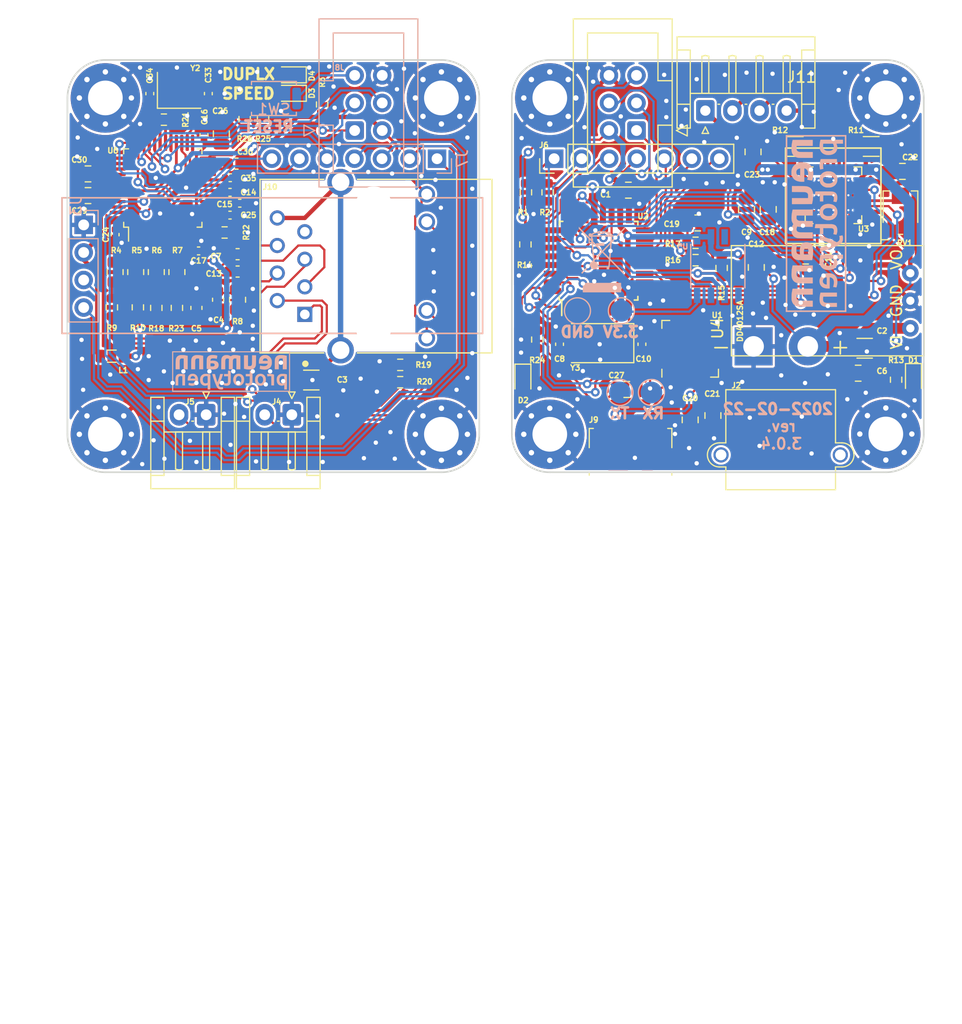
<source format=kicad_pcb>
(kicad_pcb (version 20211014) (generator pcbnew)
  (title_block (title "ethersweep2") (rev "2.0.1") (company "github.com/neumi"))
  (layers (0 "F.Cu" signal) (31 "B.Cu" signal) (34 "B.Paste" user) (35 "F.Paste" user) (36 "B.SilkS" user "B.Silkscreen") (37 "F.SilkS" user "F.Silkscreen") (38 "B.Mask" user) (39 "F.Mask" user) (44 "Edge.Cuts" user))
  (net 0 "")
  (net 1 "GND")
  (net 2 "Net-(D1-Pad2)")
  (net 3 "SCL")
  (net 4 "SDA")
  (net 5 "STEPPER_ENABLE")
  (net 6 "M0")
  (net 7 "M1")
  (net 8 "M2")
  (net 9 "STEP")
  (net 10 "+12V")
  (net 11 "DIR")
  (net 12 "+3V3")
  (net 13 "MISO")
  (net 14 "SCK")
  (net 15 "rst")
  (net 16 "MOSI")
  (net 17 "ESTOP")
  (net 18 "ENDSTOP")
  (net 19 "CS_ETHERNET")
  (net 20 "RST_ETHERNET")
  (net 24 "Net-(C8-Pad1)")
  (net 25 "Net-(C10-Pad2)")
  (net 26 "Net-(C18-Pad1)")
  (net 27 "Net-(C18-Pad2)")
  (net 28 "ETHERNET_LED_B")
  (net 29 "ETHERNET_LED_A")
  (net 30 "Net-(R4-Pad2)")
  (net 31 "Net-(R5-Pad2)")
  (net 32 "Net-(R6-Pad2)")
  (net 33 "Net-(R11-Pad1)")
  (net 34 "Net-(R12-Pad1)")
  (net 35 "Net-(RV1-Pad2)")
  (net 36 "voltage_detect")
  (net 37 "Net-(R19-Pad2)")
  (net 38 "Net-(R20-Pad2)")
  (net 51 "Net-(C33-Pad2)")
  (net 52 "Net-(C34-Pad1)")
  (net 53 "Net-(C35-Pad1)")
  (net 54 "Net-(C36-Pad1)")
  (net 55 "GND1")
  (net 56 "Net-(R22-Pad2)")
  (net 57 "FLT_STEPPER")
  (net 58 "ETH_INT")
  (net 59 "TC")
  (net 60 "RC")
  (net 61 "RD-")
  (net 62 "RD+")
  (net 63 "+3.3VA")
  (net 64 "TD+")
  (net 65 "TD-")
  (net 66 "Net-(R7-Pad2)")
  (net 67 "Net-(D2-Pad2)")
  (net 68 "Net-(R24-Pad1)")
  (net 69 "Net-(C9-Pad1)")
  (net 70 "Net-(C11-Pad1)")
  (net 71 "Net-(D3-Pad2)")
  (net 72 "Net-(D4-Pad2)")
  (net 73 "Net-(R25-Pad1)")
  (net 74 "Net-(R26-Pad1)")
  (net 75 "Net-(C7-Pad2)")
  (net 76 "Net-(C13-Pad2)")
  (net 77 "Net-(C20-Pad1)")
  (net 78 "Net-(C21-Pad1)")
  (net 79 "Net-(C27-Pad2)")
  (net 80 "Net-(J9-Pad2)")
  (net 81 "Net-(J9-Pad3)")
  (net 83 "Net-(J11-Pad1)")
  (net 84 "Net-(J11-Pad2)")
  (net 85 "Net-(J11-Pad3)")
  (net 86 "Net-(J11-Pad4)")
  (net 105 "uC_TX")
  (net 106 "uC_RX")
  (footprint "ethernet_motor_driver:CODE Logo" (layer "F.Cu") (at 146.05 64.77)
    (fp_text reference "G***" hide)
    (fp_text value "LOGO" hide)
  )
  (footprint "Capacitor_SMD:C_0402_1005Metric" (layer "F.Cu") (at 158.2 44.3)
    (fp_text reference "C17")
    (fp_text value "C100nF")
  )
  (footprint "Capacitor_SMD:C_0402_1005Metric" (layer "F.Cu") (at 150.5 42.8 -90)
    (fp_text reference "C24")
    (fp_text value "C100nF")
  )
  (footprint "Capacitor_SMD:C_0805_2012Metric" (layer "F.Cu") (at 160.3 33.5 90)
    (fp_text reference "C26")
    (fp_text value "C10uF")
  )
  (footprint "Inductor_SMD:L_0805_2012Metric" (layer "F.Cu") (at 150.2 54)
    (fp_text reference "L1")
    (fp_text value "L600OHM")
  )
  (footprint "modules:HANRUN_HR911105A" (layer "F.Cu") (at 174.35 45.7 -90)
    (fp_text reference "J10")
    (fp_text value "HR911105A")
  )
  (footprint "MountingHole:MountingHole_3.2mm_M3_Pad_Via" (layer "F.Cu") (at 180.6 30.2)
    (fp_text reference "H6" hide)
    (fp_text value "MountingHole_Pad")
  )
  (footprint "MountingHole:MountingHole_3.2mm_M3_Pad_Via" (layer "F.Cu") (at 149.6 30.2)
    (fp_text reference "H5" hide)
    (fp_text value "MountingHole_Pad")
  )
  (footprint "MountingHole:MountingHole_3.2mm_M3_Pad_Via" (layer "F.Cu") (at 149.6 61.2)
    (fp_text reference "H8" hide)
    (fp_text value "MountingHole_Pad")
  )
  (footprint "MountingHole:MountingHole_3.2mm_M3_Pad_Via" (layer "F.Cu") (at 180.6 61.2)
    (fp_text reference "H7" hide)
    (fp_text value "MountingHole_Pad")
  )
  (footprint "Resistor_SMD:R_0603_1608Metric" (layer "F.Cu") (at 176.8 56.4 180)
    (fp_text reference "R19")
    (fp_text value "R330")
  )
  (footprint "Crystal:Crystal_SMD_3225-4Pin_3.2x2.5mm" (layer "F.Cu") (at 156.4 29.5)
    (fp_text reference "Y2")
    (fp_text value "Crystal_25MHz")
  )
  (footprint "Capacitor_SMD:C_0402_1005Metric" (layer "F.Cu") (at 161.12 37.55)
    (fp_text reference "C36")
    (fp_text value "C4.7uF")
  )
  (footprint "Package_QFP:LQFP-48_7x7mm_P0.5mm" (layer "F.Cu") (at 154.9 38.5 90)
    (fp_text reference "U6")
    (fp_text value "W5500")
  )
  (footprint "Capacitor_SMD:C_0603_1608Metric" (layer "F.Cu") (at 161.7 36.25)
    (fp_text reference "C35")
    (fp_text value "C10nF")
  )
  (footprint "Resistor_SMD:R_0603_1608Metric" (layer "F.Cu") (at 176.8 54.8 180)
    (fp_text reference "R20")
    (fp_text value "R330")
  )
  (footprint "Capacitor_SMD:C_0402_1005Metric" (layer "F.Cu") (at 153.7 29.8 90)
    (fp_text reference "C34")
    (fp_text value "C18pF")
  )
  (footprint "Capacitor_SMD:C_0402_1005Metric" (layer "F.Cu") (at 159.1 29.8 90)
    (fp_text reference "C33")
    (fp_text value "C18pF")
  )
  (footprint "Connector_JST:JST_EH_S2B-EH_1x02_P2.50mm_Horizontal" (layer "F.Cu") (at 158.9 59.4 180)
    (fp_text reference "J5")
    (fp_text value "Conn_01x02_Male")
  )
  (footprint "Connector_JST:JST_EH_S2B-EH_1x02_P2.50mm_Horizontal" (layer "F.Cu") (at 166.8 59.4 180)
    (fp_text reference "J4")
    (fp_text value "Conn_01x02_Male")
  )
  (footprint "Resistor_SMD:R_0603_1608Metric" (layer "F.Cu") (at 169.6 30.8 90)
    (fp_text reference "R3")
    (fp_text value "R10k")
  )
  (footprint "Capacitor_SMD:C_0805_2012Metric" (layer "F.Cu") (at 148 37.2 180)
    (fp_text reference "C30")
    (fp_text value "C10uF")
  )
  (footprint "Capacitor_SMD:C_0402_1005Metric" (layer "F.Cu") (at 158.7 33.6 90)
    (fp_text reference "C16")
    (fp_text value "C100nF")
  )
  (footprint "Capacitor_SMD:C_0402_1005Metric" (layer "F.Cu") (at 162 39.9)
    (fp_text reference "C15")
    (fp_text value "C100nF")
  )
  (footprint "Capacitor_SMD:C_0402_1005Metric" (layer "F.Cu") (at 161.1 38.9)
    (fp_text reference "C14")
    (fp_text value "C100nF")
  )
  (footprint "Resistor_SMD:R_0603_1608Metric" (layer "F.Cu") (at 156.2 49.55 90)
    (fp_text reference "R23")
    (fp_text value "R49.9")
  )
  (footprint "Resistor_SMD:R_0805_2012Metric" (layer "F.Cu") (at 156.2 46.25 90)
    (fp_text reference "R7")
    (fp_text value "R33")
  )
  (footprint "Resistor_SMD:R_0805_2012Metric" (layer "F.Cu") (at 154.3 46.25 90)
    (fp_text reference "R6")
    (fp_text value "R33")
  )
  (footprint "Resistor_SMD:R_0805_2012Metric" (layer "F.Cu") (at 152.4 46.25 90)
    (fp_text reference "R5")
    (fp_text value "R33")
  )
  (footprint "Resistor_SMD:R_0805_2012Metric" (layer "F.Cu") (at 150.5 46.25 90)
    (fp_text reference "R4")
    (fp_text value "R33")
  )
  (footprint "Capacitor_SMD:C_0603_1608Metric" (layer "F.Cu") (at 158 49.55 -90)
    (fp_text reference "C5")
    (fp_text value "C10nF")
  )
  (footprint "Capacitor_SMD:C_0402_1005Metric" (layer "F.Cu") (at 161.1 41)
    (fp_text reference "C25")
    (fp_text value "C100nF")
  )
  (footprint "Capacitor_SMD:C_0603_1608Metric" (layer "F.Cu") (at 161.8 44.6 180)
    (fp_text reference "C7")
    (fp_text value "C6.8nF")
  )
  (footprint "Capacitor_SMD:C_0603_1608Metric" (layer "F.Cu") (at 161.8 46.2 180)
    (fp_text reference "C13")
    (fp_text value "C6.8nF")
  )
  (footprint "Capacitor_SMD:C_0805_2012Metric" (layer "F.Cu") (at 148 39.2 180)
    (fp_text reference "C29")
    (fp_text value "C100nF")
  )
  (footprint "Capacitor_SMD:C_1206_3216Metric" (layer "F.Cu") (at 168.6 56.2 180)
    (fp_text reference "C3")
    (fp_text value "C1nF")
  )
  (footprint "Capacitor_SMD:C_0603_1608Metric" (layer "F.Cu") (at 160 48.8 90)
    (fp_text reference "C4")
    (fp_text value "C22nF")
  )
  (footprint "Capacitor_SMD:C_1206_3216Metric" (layer "F.Cu") (at 219.65 53.27)
    (fp_text reference "C2")
    (fp_text value "C4.7uF")
  )
  (footprint "Capacitor_SMD:C_0805_2012Metric" (layer "F.Cu") (at 219.05 55.57)
    (fp_text reference "C6")
    (fp_text value "C100nF")
  )
  (footprint "Resistor_SMD:R_0603_1608Metric" (layer "F.Cu") (at 204.05 45.15 180)
    (fp_text reference "R16")
    (fp_text value "R10k")
  )
  (footprint "Resistor_SMD:R_0603_1608Metric" (layer "F.Cu") (at 204.05 43.55)
    (fp_text reference "R17")
    (fp_text value "R1k")
  )
  (footprint "Package_QFP:TQFP-32_7x7mm_P0.8mm" (layer "F.Cu") (at 195.1 45.2 90)
    (fp_text reference "U2")
    (fp_text value "ATmega328-AU")
  )
  (footprint "Capacitor_SMD:C_0805_2012Metric" (layer "F.Cu") (at 209.65 45.82 90)
    (fp_text reference "C12")
    (fp_text value "C100nF")
  )
  (footprint "MountingHole:MountingHole_3.2mm_M3_Pad_Via" (layer "F.Cu") (at 190.6 30.2)
    (fp_text reference "H1" hide)
    (fp_text value "MountingHole_Pad")
  )
  (footprint "Capacitor_SMD:C_0402_1005Metric" (layer "F.Cu") (at 191.5 52.9 90)
    (fp_text reference "C8")
    (fp_text value "C22pF")
  )
  (footprint "Capacitor_SMD:C_0805_2012Metric" (layer "F.Cu") (at 197.85 38.7)
    (fp_text reference "C1")
    (fp_text value "C100nF")
  )
  (footprint "Capacitor_SMD:C_0402_1005Metric" (layer "F.Cu") (at 199.1 52.9 -90)
    (fp_text reference "C10")
    (fp_text value "C22pF")
  )
  (footprint "MountingHole:MountingHole_3.2mm_M3_Pad_Via" (layer "F.Cu") (at 221.6 30.2)
    (fp_text reference "H2" hide)
    (fp_text value "MountingHole_Pad")
  )
  (footprint "MountingHole:MountingHole_3.2mm_M3_Pad_Via" (layer "F.Cu") (at 190.6 61.2)
    (fp_text reference "H4" hide)
    (fp_text value "MountingHole_Pad")
  )
  (footprint "Connector_IDC:IDC-Header_2x03_P2.54mm_Vertical" (layer "F.Cu") (at 198.6 33.2 180)
    (fp_text reference "J1" hide)
    (fp_text value "AVR-ISP-6")
  )
  (footprint "MountingHole:MountingHole_3.2mm_M3_Pad_Via" (layer "F.Cu") (at 221.6 61.175001)
    (fp_text reference "H3" hide)
    (fp_text value "MountingHole_Pad")
  )
  (footprint "Connector_PinHeader_2.54mm:PinHeader_1x07_P2.54mm_Vertical" (layer "F.Cu") (at 191 35.8 90)
    (fp_text reference "J6")
    (fp_text value "Conn_01x07_Female")
  )
  (footprint "Crystal:Crystal_SMD_5032-2Pin_5.0x3.2mm" (layer "F.Cu") (at 195.3 52.8 180)
    (fp_text reference "Y3")
    (fp_text value "Crystal")
  )
  (footprint "Resistor_SMD:R_0603_1608Metric" (layer "F.Cu") (at 190.4 38.9 90)
    (fp_text reference "R2")
    (fp_text value "R10k")
  )
  (footprint "Resistor_SMD:R_0603_1608Metric" (layer "F.Cu") (at 188.4 38.9 90)
    (fp_text reference "R1")
    (fp_text value "R10k")
  )
  (footprint "Resistor_SMD:R_0603_1608Metric" (layer "F.Cu") (at 206.45 45.87 -90)
    (fp_text reference "R15")
    (fp_text value "R1k")
  )
  (footprint "Resistor_SMD:R_0603_1608Metric" (layer "F.Cu") (at 188.35 43.7 -90)
    (fp_text reference "R14")
    (fp_text value "R1k")
  )
  (footprint "LED_SMD:LED_0603_1608Metric" (layer "F.Cu") (at 188.12 56.22 -90)
    (fp_text reference "D2")
    (fp_text value "LED")
  )
  (footprint "Package_DFN_QFN:TQFN-28-1EP_5x5mm_P0.5mm_EP3.25x3.25mm_ThermalVias" (layer "F.Cu") (at 216.77 39.17)
    (fp_text reference "U3")
    (fp_text value "TMC2208-LA-T")
  )
  (footprint "Resistor_SMD:R_1206_3216Metric" (layer "F.Cu") (at 220.25 34.67)
    (fp_text reference "R11")
    (fp_text value "R180mOHM")
  )
  (footprint "Capacitor_SMD:C_0805_2012Metric" (layer "F.Cu") (at 214.2 44.77 180)
    (fp_text reference "C11")
    (fp_text value "C0.22uF")
  )
  (footprint "Capacitor_SMD:C_0805_2012Metric" (layer "F.Cu") (at 208.75 40.47 90)
    (fp_text reference "C9")
    (fp_text value "C100nF")
  )
  (footprint "Resistor_SMD:R_0603_1608Metric" (layer "F.Cu") (at 189.45 52.47 -90)
    (fp_text reference "R24")
    (fp_text value "R330")
  )
  (footprint "Resistor_SMD:R_0805_2012Metric" (layer "F.Cu") (at 161.8 48.8 90)
    (fp_text reference "R8")
    (fp_text value "R10")
  )
  (footprint "Resistor_SMD:R_0603_1608Metric" (layer "F.Cu") (at 155 32.2 180)
    (fp_text reference "R21")
    (fp_text value "R1M")
  )
  (footprint "Resistor_SMD:R_0603_1608Metric" (layer "F.Cu") (at 160.6 42.6 180)
    (fp_text reference "R22")
    (fp_text value "R12K4")
  )
  (footprint "Resistor_SMD:R_0603_1608Metric" (layer "F.Cu") (at 150.2 49.5 90)
    (fp_text reference "R9")
    (fp_text value "R49.9")
  )
  (footprint "Resistor_SMD:R_0603_1608Metric" (layer "F.Cu") (at 152.6 49.5 90)
    (fp_text reference "R10")
    (fp_text value "R49.9")
  )
  (footprint "Resistor_SMD:R_0603_1608Metric" (layer "F.Cu") (at 154.3 49.55 90)
    (fp_text reference "R18")
    (fp_text value "R49.9")
  )
  (footprint "Resistor_SMD:R_0603_1608Metric" (layer "F.Cu") (at 164.15 32.17 90)
    (fp_text reference "R25")
    (fp_text value "R330")
  )
  (footprint "Resistor_SMD:R_0603_1608Metric" (layer "F.Cu") (at 162.45 32.145 90)
    (fp_text reference "R26")
    (fp_text value "R330")
  )
  (footprint "LED_SMD:LED_0603_1608Metric" (layer "F.Cu") (at 166.65 29.77 180)
    (fp_text reference "D3")
    (fp_text value "LED")
  )
  (footprint "Capacitor_SMD:C_0805_2012Metric" (layer "F.Cu") (at 204.25 41.72)
    (fp_text reference "C19")
    (fp_text value "C100nF")
  )
  (footprint "Capacitor_SMD:C_0805_2012Metric" (layer "F.Cu") (at 203.55 59.87 -90)
    (fp_text reference "C20")
    (fp_text value "C100nF")
  )
  (footprint "Capacitor_SMD:C_0805_2012Metric" (layer "F.Cu") (at 205.65 59.47 -90)
    (fp_text reference "C21")
    (fp_text value "C100nF")
  )
  (footprint "Capacitor_SMD:C_0805_2012Metric" (layer "F.Cu") (at 197.7 57.07)
    (fp_text reference "C27")
    (fp_text value "C100nF")
  )
  (footprint "Package_DFN_QFN:QFN-28-1EP_5x5mm_P0.5mm_EP3.35x3.35mm" (layer "F.Cu") (at 203.55 53.32 90)
    (fp_text reference "U1")
    (fp_text value "CP2102N-A01-GQFN28")
  )
  (footprint "modules:DD4012SA" (layer "F.Cu") (at 207.35 53.97 90)
    (fp_text reference "U4")
    (fp_text value "DD4012SA")
  )
  (footprint "Capacitor_SMD:C_0805_2012Metric" (layer "F.Cu") (at 209.35 35.17 90)
    (fp_text reference "C23")
    (fp_text value "C100nF")
  )
  (footprint "Capacitor_SMD:C_0805_2012Metric" (layer "F.Cu") (at 223.13 36.97)
    (fp_text reference "C22")
    (fp_text value "C100nF")
  )
  (footprint "LED_SMD:LED_0603_1608Metric" (layer "F.Cu") (at 224.15 56.17 -90)
    (fp_text reference "D1")
    (fp_text value "LED")
  )
  (footprint "Connector_USB:USB_Micro-B_Molex_47346-0001" (layer "F.Cu") (at 198.05 62.37)
    (fp_text reference "J9")
    (fp_text value "USB_B_Micro")
  )
  (footprint "Connector_JST:JST_EH_S4B-EH_1x04_P2.50mm_Horizontal" (layer "F.Cu") (at 204.95 31.37)
    (fp_text reference "J11")
    (fp_text value "Conn_01x04_Male")
  )
  (footprint "Connector_AMASS:AMASS_XT30PW-M_1x02_P2.50mm_Horizontal" (layer "F.Cu") (at 209.4 53.1 180)
    (fp_text reference "J2")
    (fp_text value "Conn_01x02_Male")
  )
  (footprint "Resistor_SMD:R_1206_3216Metric" (layer "F.Cu") (at 213.25 34.67 180)
    (fp_text reference "R12")
    (fp_text value "R180mOHM")
  )
  (footprint "Capacitor_SMD:C_0805_2012Metric" (layer "F.Cu") (at 210.75 40.47 -90)
    (fp_text reference "C18")
    (fp_text value "C22nF")
  )
  (footprint "Potentiometer_SMD:Potentiometer_Bourns_TC33X_Vertical" (layer "F.Cu") (at 222.95 40.67 90)
    (fp_text reference "RV1")
    (fp_text value "R_POT_20K")
  )
  (footprint "Resistor_SMD:R_0603_1608Metric" (layer "F.Cu") (at 222.55 56.17 -90)
    (fp_text reference "R13")
    (fp_text value "R330")
  )
  (footprint "LED_SMD:LED_0603_1608Metric" (layer "F.Cu") (at 166.65 28.07 180)
    (fp_text reference "D4")
    (fp_text value "LED")
  )
  (footprint "Connector_IDC:IDC-Header_2x03_P2.54mm_Vertical" (layer "B.Cu") (at 172.6 33.2)
    (fp_text reference "J8")
    (fp_text value "AVR-ISP-6")
  )
  (footprint "Connector_PinHeader_2.54mm:PinHeader_1x04_P2.54mm_Vertical" (layer "B.Cu") (at 147.6 41.9 180)
    (fp_text reference "J3")
    (fp_text value "Conn_01x04_Female")
  )
  (footprint "Connector_PinHeader_2.54mm:PinHeader_1x07_P2.54mm_Vertical" (layer "B.Cu") (at 180.2 35.8 90)
    (fp_text reference "J7")
    (fp_text value "Conn_01x07_Male")
  )
  (footprint "Button_Switch_SMD:SW_Push_SPST_NO_Alps_SKRK" (layer "B.Cu") (at 165.15 30.25 180)
    (fp_text reference "SW1")
    (fp_text value "SW_Push")
  )
  (footprint "Logo:neumann_prototypen_tiny" (layer "B.Cu") (at 161.2 55.4 180)
    (fp_text reference "G***" hide)
    (fp_text value "LOGO" hide)
  )
  (footprint "Symbol:WEEE-Logo_4.2x6mm_SilkScreen" (layer "B.Cu") (at 195.4 45.1 180)
    (fp_text reference "REF**" hide)
    (fp_text value "WEEE-Logo_4.2x6mm_SilkScreen" hide)
  )
  (footprint "Logo:neumann_prototypen_small" (layer "B.Cu") (at 215.15 41.77 -90)
    (fp_text reference "G***" hide)
    (fp_text value "LOGO" hide)
  )
  (footprint "modules:AS5600" (layer "B.Cu") (at 206.1 45.7)
    (fp_text reference "U5")
    (fp_text value "AS5600")
  )
  (footprint "TestPoint:TestPoint_Pad_D2.0mm" (layer "B.Cu") (at 199.974999 57.345001 180)
    (fp_text reference "TP3" hide)
    (fp_text value "TestPoint")
  )
  (footprint "TestPoint:TestPoint_Pad_D2.0mm" (layer "B.Cu") (at 197.074999 57.345001 180)
    (fp_text reference "TP4" hide)
    (fp_text value "TestPoint")
  )
  (footprint "TestPoint:TestPoint_Pad_D2.0mm" (layer "B.Cu") (at 197.203 49.817 180)
    (fp_text reference "TP1" hide)
    (fp_text value "TestPoint")
  )
  (footprint "TestPoint:TestPoint_Pad_D2.0mm" (layer "B.Cu") (at 193.153 49.817 180)
    (fp_text reference "TP2" hide)
    (fp_text value "TestPoint")
  )
  (gr_line (start 184.4 39.4) (end 145.6 39.4) (layer "B.SilkS") (width 0.15))
  (gr_line (start 145.6 39.4) (end 145.6 51.9) (layer "B.SilkS") (width 0.15))
  (gr_line (start 145.6 51.9) (end 184.4 51.9) (layer "B.SilkS") (width 0.15))
  (gr_line (start 184.4 51.9) (end 184.4 39.4) (layer "B.SilkS") (width 0.15))
  (gr_line (start 212.35 34.82) (end 221.15 34.82) (layer "F.SilkS") (width 0.15))
  (gr_line (start 212.35 43.62) (end 212.35 34.82) (layer "F.SilkS") (width 0.15))
  (gr_line (start 221.15 34.82) (end 221.15 43.62) (layer "F.SilkS") (width 0.15))
  (gr_line (start 221.15 43.62) (end 212.35 43.62) (layer "F.SilkS") (width 0.15))
  (gr_line (start 184.1 31.8) (end 184.1 30.2) (layer "Edge.Cuts") (width 0.15))
  (gr_line (start 184.1 60.7) (end 184.1 59.4) (layer "Edge.Cuts") (width 0.15))
  (gr_line (start 180.6 26.7) (end 149.6 26.7) (layer "Edge.Cuts") (width 0.15))
  (gr_arc (start 146.1 30.2) (mid 147.125126 27.725126) (end 149.6 26.7) (layer "Edge.Cuts") (width 0.15))
  (gr_arc (start 180.6 26.7) (mid 183.074874 27.725126) (end 184.1 30.2) (layer "Edge.Cuts") (width 0.15))
  (gr_arc (start 184.1 61.2) (mid 183.074874 63.674874) (end 180.6 64.7) (layer "Edge.Cuts") (width 0.15))
  (gr_line (start 146.1 30.2) (end 146.1 61.2) (layer "Edge.Cuts") (width 0.15))
  (gr_line (start 149.6 64.7) (end 180.6 64.7) (layer "Edge.Cuts") (width 0.15))
  (gr_arc (start 149.6 64.7) (mid 147.125126 63.674874) (end 146.1 61.2) (layer "Edge.Cuts") (width 0.15))
  (gr_line (start 184.1 61.2) (end 184.1 60.7) (layer "Edge.Cuts") (width 0.15))
  (gr_line (start 225.1 61.2) (end 225.1 30.2) (layer "Edge.Cuts") (width 0.15))
  (gr_line (start 190.6 64.7) (end 221.6 64.7) (layer "Edge.Cuts") (width 0.15))
  (gr_arc (start 190.6 64.7) (mid 188.125126 63.674874) (end 187.1 61.2) (layer "Edge.Cuts") (width 0.15))
  (gr_arc (start 225.1 61.2) (mid 224.074874 63.674874) (end 221.6 64.7) (layer "Edge.Cuts") (width 0.15))
  (gr_arc (start 187.1 30.2) (mid 188.125126 27.725126) (end 190.6 26.7) (layer "Edge.Cuts") (width 0.15))
  (gr_line (start 190.6 26.7) (end 221.6 26.7) (layer "Edge.Cuts") (width 0.15))
  (gr_line (start 187.1 30.2) (end 187.1 30.7) (layer "Edge.Cuts") (width 0.15))
  (gr_line (start 187.1 61.2) (end 187.1 59.4) (layer "Edge.Cuts") (width 0.15))
  (gr_line (start 187.1 31.8) (end 187.1 30.7) (layer "Edge.Cuts") (width 0.15))
  (gr_arc (start 221.6 26.7) (mid 224.074874 27.725126) (end 225.1 30.2) (layer "Edge.Cuts") (width 0.15))
  (gr_line (start 184.1 59.4) (end 184.1 31.8) (layer "Edge.Cuts") (width 0.15))
  (gr_line (start 187.1 31.8) (end 187.1 59.4) (layer "Edge.Cuts") (width 0.15))
  (gr_text "RESET" (at 167.11 32.83) (layer "B.SilkS") (effects (font (size 1 1) (thickness 0.25)) (justify left mirror)))
  (gr_text "rev.\n3.0.4" (at 211.95 61.27) (layer "B.SilkS") (effects (font (size 1 1) (thickness 0.2)) (justify mirror)))
  (gr_text "GND" (at 193.15 51.77) (layer "B.SilkS") (effects (font (size 1 1) (thickness 0.25)) (justify mirror)))
  (gr_text "3.3V" (at 197.15 51.77) (layer "B.SilkS") (effects (font (size 1 1) (thickness 0.25)) (justify mirror)))
  (gr_text "2022-02-22" (at 216.85 58.87) (layer "B.SilkS") (effects (font (size 1 1) (thickness 0.25)) (justify left mirror)))
  (gr_text "RX" (at 200.15 59.27) (layer "B.SilkS") (effects (font (size 1 1) (thickness 0.25)) (justify mirror)))
  (gr_text "TX" (at 197.05 59.27) (layer "B.SilkS") (effects (font (size 1 1) (thickness 0.25)) (justify mirror)))
  (gr_text "DUPLX" (at 162.8 28) (layer "F.SilkS") (effects (font (size 1 1) (thickness 0.25))))
  (gr_text "SPEED" (at 162.8 29.8) (layer "F.SilkS") (effects (font (size 1 1) (thickness 0.25))))
  (segment (start 155.3 28.65) (end 153.95 28.65) (width 0.25) (layer "F.Cu") (net 1))
  (segment (start 153.95 28.65) (end 153.7 28.4) (width 0.25) (layer "F.Cu") (net 1))
  (segment (start 157.5 30.35) (end 159.03 30.35) (width 0.25) (layer "F.Cu") (net 1))
  (segment (start 159.03 30.35) (end 159.1 30.28) (width 0.25) (layer "F.Cu") (net 1))
  (segment (start 153.7 28.4) (end 153.7 29.32) (width 0.25) (layer "F.Cu") (net 1))
  (segment (start 158 48.775) (end 158 47.75) (width 0.2) (layer "F.Cu") (net 1))
  (segment (start 153.4 44.1) (end 153.4 44.1) (width 0.2) (layer "F.Cu") (net 1))
  (segment (start 199.1 52.42) (end 199.1 51.5) (width 0.4) (layer "F.Cu") (net 1))
  (segment (start 199.1 51.5) (end 199 51.4) (width 0.4) (layer "F.Cu") (net 1))
  (segment (start 194.499999 50.700001) (end 195.299999 50.700001) (width 0.5) (layer "F.Cu") (net 1))
  (segment (start 194.064999 50.700001) (end 194.499999 50.700001) (width 0.5) (layer "F.Cu") (net 1))
  (segment (start 193.9 50.445002) (end 193.9 49.45) (width 0.4) (layer "F.Cu") (net 1))
  (segment (start 193.9 49.45) (end 193.9 50.535002) (width 0.5) (layer "F.Cu") (net 1))
  (segment (start 193.9 50.535002) (end 194.064999 50.700001) (width 0.5) (layer "F.Cu") (net 1))
  (segment (start 195.299999 50.700001) (end 195.5 50.5) (width 0.5) (layer "F.Cu") (net 1))
  (segment (start 195.5 50.5) (end 195.5 49.45) (width 0.5) (layer "F.Cu") (net 1))
  (segment (start 194.7 40.95) (end 194.7 42.3) (width 0.2) (layer "F.Cu") (net 1))
  (segment (start 194.7 42.3) (end 194.8 42.4) (width 0.2) (layer "F.Cu") (net 1))
  (segment (start 198.85 39.95) (end 198.85 38.75) (width 0.4) (layer "F.Cu") (net 1))
  (segment (start 198.85 38.75) (end 198.8 38.7) (width 0.4) (layer "F.Cu") (net 1))
  (segment (start 195.5 50.445002) (end 195.5 49.45) (width 0.4) (layer "F.Cu") (net 1))
  (segment (start 194.104999 50.650001) (end 195.295001 50.650001) (width 0.4) (layer "F.Cu") (net 1))
  (segment (start 195.295001 50.650001) (end 195.5 50.445002) (width 0.4) (layer "F.Cu") (net 1))
  (segment (start 194 49.55) (end 193.9 49.45) (width 0.2) (layer "F.Cu") (net 1))
  (segment (start 206.037332 50.87) (end 206.037332 50.87) (width 0.2) (layer "F.Cu") (net 1))
  (segment (start 161.6 37.55) (end 162.35 37.55) (width 0.5) (layer "F.Cu") (net 1))
  (segment (start 192.559987 50.950011) (end 193.399989 50.950011) (width 0.2) (layer "F.Cu") (net 1))
  (segment (start 153.19999 43.24999) (end 153.19999 43.89999) (width 0.2) (layer "F.Cu") (net 1))
  (segment (start 159.35 44.3) (end 159.6 44.05) (width 0.5) (layer "F.Cu") (net 1))
  (segment (start 191.5 52.42) (end 191.5 52.009998) (width 0.2) (layer "F.Cu") (net 1))
  (segment (start 191.5 52.009998) (end 192.559987 50.950011) (width 0.2) (layer "F.Cu") (net 1))
  (segment (start 153.15 43.2) (end 153.19999 43.24999) (width 0.2) (layer "F.Cu") (net 1))
  (segment (start 216.77 36.8075) (end 216.77 39.17) (width 0.25) (layer "F.Cu") (net 1))
  (segment (start 161.95 38.25) (end 162.5 37.7) (width 0.25) (layer "F.Cu") (net 1))
  (segment (start 159.0625 40.75) (end 157.75 40.75) (width 0.25) (layer "F.Cu") (net 1))
  (segment (start 162.35 38.9) (end 162.45 38.8) (width 0.5) (layer "F.Cu") (net 1))
  (segment (start 167.2375 56.2) (end 166.1 56.2) (width 0.4) (layer "F.Cu") (net 1))
  (segment (start 162.48 39.9) (end 163.5 39.9) (width 0.5) (layer "F.Cu") (net 1))
  (segment (start 214.4075 38.67) (end 213.15 38.67) (width 0.2) (layer "F.Cu") (net 1))
  (segment (start 157.034315 40.9) (end 156.15 41.784315) (width 0.2) (layer "F.Cu") (net 1))
  (segment (start 160.3 32.55) (end 160.65 32.55) (width 0.25) (layer "F.Cu") (net 1))
  (segment (start 200.4525 60.91) (end 200.5375 60.995) (width 0.2) (layer "F.Cu") (net 1))
  (segment (start 215.27 40.67) (end 215.395 40.545) (width 0.25) (layer "F.Cu") (net 1))
  (segment (start 161.58 38.9) (end 162.35 38.9) (width 0.5) (layer "F.Cu") (net 1))
  (segment (start 217.318022 40.545) (end 216.77 40.545) (width 0.25) (layer "F.Cu") (net 1))
  (segment (start 217.77 38.17) (end 216.77 39.17) (width 0.25) (layer "F.Cu") (net 1))
  (segment (start 162.475 36.425) (end 163.25 37.2) (width 0.5) (layer "F.Cu") (net 1))
  (segment (start 214.4075 38.67) (end 216.27 38.67) (width 0.25) (layer "F.Cu") (net 1))
  (segment (start 203.05 55.357332) (end 203.55 54.857332) (width 0.2) (layer "F.Cu") (net 1))
  (segment (start 160.33 39.75) (end 159.0625 39.75) (width 0.2) (layer "F.Cu") (net 1))
  (segment (start 159.3 50.275) (end 160 49.575) (width 0.2) (layer "F.Cu") (net 1))
  (segment (start 166.1 56.2) (end 166 56.3) (width 0.4) (layer "F.Cu") (net 1))
  (segment (start 162.45 41.05) (end 162.45 40.95) (width 0.5) (layer "F.Cu") (net 1))
  (segment (start 156.15 41.784315) (end 156.15 42.6625) (width 0.2) (layer "F.Cu") (net 1))
  (segment (start 217.77 41.5325) (end 217.77 40.996978) (width 0.25) (layer "F.Cu") (net 1))
  (segment (start 162.65 42.7) (end 162.75 42.6) (width 0.5) (layer "F.Cu") (net 1))
  (segment (start 218.27 41.5325) (end 218.27 40.67) (width 0.25) (layer "F.Cu") (net 1))
  (segment (start 161.58 41) (end 160.33 39.75) (width 0.2) (layer "F.Cu") (net 1))
  (segment (start 157.6 40.9) (end 157.034315 40.9) (width 0.2) (layer "F.Cu") (net 1))
  (segment (start 212.25 38.17) (end 212.75 38.67) (width 0.2) (layer "F.Cu") (net 1))
  (segment (start 216.77 39.17) (end 219.1325 39.17) (width 0.25) (layer "F.Cu") (net 1))
  (segment (start 162.35 37.55) (end 162.5 37.7) (width 0.5) (layer "F.Cu") (net 1))
  (segment (start 158.68 44.3) (end 159.35 44.3) (width 0.5) (layer "F.Cu") (net 1))
  (segment (start 157.75 40.75) (end 157.6 40.9) (width 0.25) (layer "F.Cu") (net 1))
  (segment (start 203.55 53.32) (end 203.587332 53.32) (width 0.2) (layer "F.Cu") (net 1))
  (segment (start 162.475 36.25) (end 162.475 36.425) (width 0.5) (layer "F.Cu") (net 1))
  (segment (start 203.587332 53.32) (end 206.037332 50.87) (width 0.2) (layer "F.Cu") (net 1))
  (segment (start 219.1325 38.17) (end 217.77 38.17) (width 0.25) (layer "F.Cu") (net 1))
  (segment (start 161.5125 42.7) (end 162.65 42.7) (width 0.5) (layer "F.Cu") (net 1))
  (segment (start 160.3 31.6) (end 160.4 31.5) (width 0.25) (layer "F.Cu") (net 1))
  (segment (start 212.75 38.67) (end 213.15 38.67) (width 0.2) (layer "F.Cu") (net 1))
  (segment (start 162.45 40.95) (end 163.5 39.9) (width 0.5) (layer "F.Cu") (net 1))
  (segment (start 193.9 50.45) (end 193.9 49.45) (width 0.2) (layer "F.Cu") (net 1))
  (segment (start 151.1 43.55) (end 150.77 43.55) (width 0.2) (layer "F.Cu") (net 1))
  (segment (start 159.3 50.6) (end 159.3 50.425) (width 0.5) (layer "F.Cu") (net 1))
  (segment (start 218.27 40.67) (end 218.145 40.545) (width 0.25) (layer "F.Cu") (net 1))
  (segment (start 158 48.775) (end 158.175 48.775) (width 0.2) (layer "F.Cu") (net 1))
  (segment (start 217.77 40.996978) (end 217.318022 40.545) (width 0.25) (layer "F.Cu") (net 1))
  (segment (start 214.4075 40.67) (end 215.27 40.67) (width 0.25) (layer "F.Cu") (net 1))
  (segment (start 216.27 38.67) (end 216.77 39.17) (width 0.25) (layer "F.Cu") (net 1))
  (segment (start 150.77 43.55) (end 150.5 43.28) (width 0.2) (layer "F.Cu") (net 1))
  (segment (start 203.05 55.77) (end 203.05 55.357332) (width 0.2) (layer "F.Cu") (net 1))
  (segment (start 203.55 54.857332) (end 203.55 53.32) (width 0.2) (layer "F.Cu") (net 1))
  (segment (start 193.399989 50.950011) (end 193.9 50.45) (width 0.2) (layer "F.Cu") (net 1))
  (segment (start 160.3 32.55) (end 160.3 31.6) (width 0.25) (layer "F.Cu") (net 1))
  (segment (start 153.15 42.6625) (end 153.15 43.2) (width 0.2) (layer "F.Cu") (net 1))
  (segment (start 159.3 50.425) (end 159.9 49.825) (width 0.5) (layer "F.Cu") (net 1))
  (segment (start 159.0625 38.25) (end 161.95 38.25) (width 0.25) (layer "F.Cu") (net 1))
  (segment (start 199.35 60.91) (end 200.4525 60.91) (width 0.2) (layer "F.Cu") (net 1))
  (segment (start 159.3 50.6) (end 159.3 50.275) (width 0.2) (layer "F.Cu") (net 1))
  (segment (start 153.19999 43.89999) (end 153.4 44.1) (width 0.2) (layer "F.Cu") (net 1))
  (via (at 153.7 28.4) (size 0.8) (drill 0.4) (layers "F.Cu" "B.Cu") (net 1))
  (via (at 158 47.75) (size 0.8) (drill 0.4) (layers "F.Cu" "B.Cu") (net 1))
  (via (at 188 33.9) (size 0.8) (drill 0.4) (layers "F.Cu" "B.Cu") (net 1))
  (via (at 193.8 32.9) (size 0.8) (drill 0.4) (layers "F.Cu" "B.Cu") (net 1))
  (via (at 195.6 46.5) (size 0.8) (drill 0.4) (layers "F.Cu" "B.Cu") (net 1))
  (via (at 196.2 44.3) (size 0.8) (drill 0.4) (layers "F.Cu" "B.Cu") (net 1))
  (via (at 197.15 31.9) (size 0.8) (drill 0.4) (layers "F.Cu" "B.Cu") (net 1))
  (via (at 195.25 54.32) (size 0.8) (drill 0.4) (layers "F.Cu" "B.Cu") (net 1))
  (via (at 194.7 47.1) (size 0.8) (drill 0.4) (layers "F.Cu" "B.Cu") (net 1))
  (via (at 194.8 42.4) (size 0.8) (drill 0.4) (layers "F.Cu" "B.Cu") (net 1))
  (via (at 195.2 52.9) (size 0.8) (drill 0.4) (layers "F.Cu" "B.Cu") (net 1))
  (via (at 199 51.4) (size 0.8) (drill 0.4) (layers "F.Cu" "B.Cu") (net 1))
  (via (at 189.1 40.9) (size 0.8) (drill 0.4) (layers "F.Cu" "B.Cu") (net 1))
  (via (at 194.6 28.7) (size 0.8) (drill 0.4) (layers "F.Cu" "B.Cu") (net 1))
  (via (at 194.1 27.45) (size 0.8) (drill 0.4) (layers "F.Cu" "B.Cu") (net 1))
  (via (at 198.85 39.95) (size 0.8) (drill 0.4) (layers "F.Cu" "B.Cu") (net 1))
  (via (at 210.65 34.17) (size 0.8) (drill 0.4) (layers "F.Cu" "B.Cu") (net 1))
  (via (at 157.15 31.85) (size 0.8) (drill 0.4) (layers "F.Cu" "B.Cu") (net 1))
  (via (at 147.05 33.85) (size 0.8) (drill 0.4) (layers "F.Cu" "B.Cu") (net 1))
  (via (at 211.25 45.77) (size 0.8) (drill 0.4) (layers "F.Cu" "B.Cu") (net 1))
  (via (at 201.15 28.07) (size 0.8) (drill 0.4) (layers "F.Cu" "B.Cu") (net 1))
  (via (at 160.55 59.3) (size 0.8) (drill 0.4) (layers "F.Cu" "B.Cu") (net 1))
  (via (at 159.2 55.4) (size 0.8) (drill 0.4) (layers "F.Cu" "B.Cu") (net 1))
  (via (at 224.15 35.67) (size 0.8) (drill 0.4) (layers "F.Cu" "B.Cu") (net 1))
  (via (at 209.35 50.07) (size 0.8) (drill 0.4) (layers "F.Cu" "B.Cu") (net 1))
  (via (at 201.05 48.87) (size 0.8) (drill 0.4) (layers "F.Cu" "B.Cu") (net 1))
  (via (at 206.55 37.97) (size 0.8) (drill 0.4) (layers "F.Cu" "B.Cu") (net 1))
  (via (at 209.05 59.67) (size 0.8) (drill 0.4) (layers "F.Cu" "B.Cu") (net 1))
  (via (at 198.45 63.37) (size 0.8) (drill 0.4) (layers "F.Cu" "B.Cu") (net 1))
  (via (at 153.4 44.1) (size 0.8) (drill 0.4) (layers "F.Cu" "B.Cu") (net 1))
  (via (at 211.95 52.07) (size 0.8) (drill 0.4) (layers "F.Cu" "B.Cu") (net 1))
  (via (at 218.05 57.97) (size 0.8) (drill 0.4) (layers "F.Cu" "B.Cu") (net 1))
  (via (at 160.35 56.47) (size 0.8) (drill 0.4) (layers "F.Cu" "B.Cu") (net 1))
  (via (at 205.05 38.07) (size 0.8) (drill 0.4) (layers "F.Cu" "B.Cu") (net 1))
  (via (at 166.35 34.57) (size 0.8) (drill 0.4) (layers "F.Cu" "B.Cu") (net 1))
  (via (at 163.6 27.8) (size 0.8) (drill 0.4) (layers "F.Cu" "B.Cu") (net 1))
  (via (at 183 56) (size 0.8) (drill 0.4) (layers "F.Cu" "B.Cu") (net 1))
  (via (at 191.45 55.77) (size 0.8) (drill 0.4) (layers "F.Cu" "B.Cu") (net 1))
  (via (at 160.45 52.77) (size 0.8) (drill 0.4) (layers "F.Cu" "B.Cu") (net 1))
  (via (at 210.25 37.97) (size 0.8) (drill 0.4) (layers "F.Cu" "B.Cu") (net 1))
  (via (at 208.35 56.37) (size 0.8) (drill 0.4) (layers "F.Cu" "B.Cu") (net 1))
  (via (at 211.15 27.97) (size 0.8) (drill 0.4) (layers "F.Cu" "B.Cu") (net 1))
  (via (at 151.1 43.55) (size 0.8) (drill 0.4) (layers "F.Cu" "B.Cu") (net 1))
  (via (at 168.8 37) (size 0.8) (drill 0.4) (layers "F.Cu" "B.Cu") (net 1))
  (via (at 178.75 37.4) (size 0.8) (drill 0.4) (layers "F.Cu" "B.Cu") (net 1))
  (via (at 193.15 57.97) (size 0.8) (drill 0.4) (layers "F.Cu" "B.Cu") (net 1))
  (via (at 178.15 33.45) (size 0.8) (drill 0.4) (layers "F.Cu" "B.Cu") (net 1))
  (via (at 161.85 56.47) (size 0.8) (drill 0.4) (layers "F.Cu" "B.Cu") (net 1))
  (via (at 204.85 34.27) (size 0.8) (drill 0.4) (layers "F.Cu" "B.Cu") (net 1))
  (via (at 211.35 33.37) (size 0.8) (drill 0.4) (layers "F.Cu" "B.Cu") (net 1))
  (via (at 170.75 31.1) (size 0.8) (drill 0.4) (layers "F.Cu" "B.Cu") (net 1))
  (via (at 214.55 46.07) (size 0.8) (drill 0.4) (layers "F.Cu" "B.Cu") (net 1))
  (via (at 220.05 43.87) (size 0.8) (drill 0.4) (layers "F.Cu" "B.Cu") (net 1))
  (via (at 187.95 52.47) (size 0.8) (drill 0.4) (layers "F.Cu" "B.Cu") (net 1))
  (via (at 179.85 44.22) (size 0.8) (drill 0.4) (layers "F.Cu" "B.Cu") (net 1))
  (via (at 201.75 56.87) (size 0.8) (drill 0.4) (layers "F.Cu" "B.Cu") (net 1))
  (via (at 189.65 56.97) (size 0.8) (drill 0.4) (layers "F.Cu" "B.Cu") (net 1))
  (via (at 221.85 50.27) (size 0.8) (drill 0.4) (layers "F.Cu" "B.Cu") (net 1))
  (via (at 162.4 59.6) (size 0.8) (drill 0.4) (layers "F.Cu" "B.Cu") (net 1))
  (via (at 153.6 56.2) (size 0.8) (drill 0.4) (layers "F.Cu" "B.Cu") (net 1))
  (via (at 211.35 37.97) (size 0.8) (drill 0.4) (layers "F.Cu" "B.Cu") (net 1))
  (via (at 212.35 49.27) (size 0.8) (drill 0.4) (layers "F.Cu" "B.Cu") (net 1))
  (via (at 173.45 63.4) (size 0.8) (drill 0.4) (layers "F.Cu" "B.Cu") (net 1))
  (via (at 214.95 50.17) (size 0.8) (drill 0.4) (layers "F.Cu" "B.Cu") (net 1))
  (via (at 219.25 45.17) (size 0.8) (drill 0.4) (layers "F.Cu" "B.Cu") (net 1))
  (via (at 171.15 34.45) (size 0.8) (drill 0.4) (layers "F.Cu" "B.Cu") (net 1))
  (via (at 202.75 32.77) (size 0.8) (drill 0.4) (layers "F.Cu" "B.Cu") (net 1))
  (via (at 183.45 53.72) (size 0.8) (drill 0.4) (layers "F.Cu" "B.Cu") (net 1))
  (via (at 208.35 46.67) (size 0.8) (drill 0.4) (layers "F.Cu" "B.Cu") (net 1))
  (via (at 158.45 43.37) (size 0.8) (drill 0.4) (layers "F.Cu" "B.Cu") (net 1))
  (via (at 182 57.1) (size 0.8) (drill 0.4) (layers "F.Cu" "B.Cu") (net 1))
  (via (at 179.9 48.02) (size 0.8) (drill 0.4) (layers "F.Cu" "B.Cu") (net 1))
  (via (at 159.2 53.4) (size 0.8) (drill 0.4) (layers "F.Cu" "B.Cu") (net 1))
  (via (at 202.15 60.37) (size 0.8) (drill 0.4) (layers "F.Cu" "B.Cu") (net 1))
  (via (at 213.85 59.57) (size 0.8) (drill 0.4) (layers "F.Cu" "B.Cu") (net 1))
  (via (at 210.55 50.47) (size 0.8) (drill 0.4) (layers "F.Cu" "B.Cu") (net 1))
  (via (at 156.8 53.4) (size 0.8) (drill 0.4) (layers "F.Cu" "B.Cu") (net 1))
  (via (at 164.4 56.6) (size 0.8) (drill 0.4) (layers "F.Cu" "B.Cu") (net 1))
  (via (at 216.25 49.37) (size 0.8) (drill 0.4) (layers "F.Cu" "B.Cu") (net 1))
  (via (at 173.85 37.02) (size 0.8) (drill 0.4) (layers "F.Cu" "B.Cu") (net 1))
  (via (at 202.15 61.17) (size 0.8) (drill 0.4) (layers "F.Cu" "B.Cu") (net 1))
  (via (at 176.3 63.45) (size 0.8) (drill 0.4) (layers "F.Cu" "B.Cu") (net 1))
  (via (at 201.35 30.47) (size 0.8) (drill 0.4) (layers "F.Cu" "B.Cu") (net 1))
  (via (at 161.4 53.4) (size 0.8) (drill 0.4) (layers "F.Cu" "B.Cu") (net 1))
  (via (at 160.4 31.5) (size 0.8) (drill 0.4) (layers "F.Cu" "B.Cu") (net 1))
  (via (at 201.45 45.57) (size 0.8) (drill 0.4) (layers "F.Cu" "B.Cu") (net 1))
  (via (at 224.25 58.07) (size 0.8) (drill 0.4) (layers "F.Cu" "B.Cu") (net 1))
  (via (at 163.2 53.4) (size 0.8) (drill 0.4) (layers "F.Cu" "B.Cu") (net 1))
  (via (at 205.75 61.57) (size 0.8) (drill 0.4) (layers "F.Cu" "B.Cu") (net 1))
  (via (at 147.45 54.25) (size 0.8) (drill 0.4) (layers "F.Cu" "B.Cu") (net 1))
  (via (at 183.5 48.27) (size 0.8) (drill 0.4) (layers "F.Cu" "B.Cu") (net 1))
  (via (at 204.15 63.87) (size 0.8) (drill 0.4) (layers "F.Cu" "B.Cu") (net 1))
  (via (at 152.8 32.6) (size 0.8) (drill 0.4) (layers "F.Cu" "B.Cu") (net 1))
  (via (at 223.05 34.47) (size 0.8) (drill 0.4) (layers "F.Cu" "B.Cu") (net 1))
  (via (at 162.5 37.7) (size 0.8) (drill 0.4) (layers "F.Cu" "B.Cu") (net 1))
  (via (at 217.85 27.87) (size 0.8) (drill 0.4) (layers "F.Cu" "B.Cu") (net 1))
  (via (at 163.5 63.7) (size 0.8) (drill 0.4) (layers "F.Cu" "B.Cu") (net 1))
  (via (at 165.8 31.4) (size 0.8) (drill 0.4) (layers "F.Cu" "B.Cu") (net 1))
  (via (at 216.75 33.97) (size 0.8) (drill 0.4) (layers "F.Cu" "B.Cu") (net 1))
  (via (at 159.3 50.6) (size 0.8) (drill 0.4) (layers "F.Cu" "B.Cu") (net 1))
  (via (at 170.25 27.3) (size 0.8) (drill 0.4) (layers "F.Cu" "B.Cu") (net 1))
  (via (at 213.85 32.87) (size 0.8) (drill 0.4) (layers "F.Cu" "B.Cu") (net 1))
  (via (at 212.85 42.27) (size 0.8) (drill 0.4) (layers "F.Cu" "B.Cu") (net 1))
  (via (at 155 55.4) (size 0.8) (drill 0.4) (layers "F.Cu" "B.Cu") (net 1))
  (via (at 210.25 49.07) (size 0.8) (drill 0.4) (layers "F.Cu" "B.Cu") (net 1))
  (via (at 155.55 52.57) (size 0.8) (drill 0.4) (layers "F.Cu" "B.Cu") (net 1))
  (via (at 183 33.85) (size 0.8) (drill 0.4) (layers "F.Cu" "B.Cu") (net 1))
  (via (at 223.55 53.27) (size 0.8) (drill 0.4) (layers "F.Cu" "B.Cu") (net 1))
  (via (at 203.15 31.27) (size 0.8) (drill 0.4) (layers "F.Cu" "B.Cu") (net 1))
  (via (at 165.8 54.6) (size 0.8) (drill 0.4) (layers "F.Cu" "B.Cu") (net 1))
  (via (at 166 56.3) (size 0.8) (drill 0.4) (layers "F.Cu" "B.Cu") (net 1))
  (via (at 161.6 58.4) (size 0.8) (drill 0.4) (layers "F.Cu" "B.Cu") (net 1))
  (via (at 169.65 61.47) (size 0.8) (drill 0.4) (layers "F.Cu" "B.Cu") (net 1))
  (via (at 163.2 47.8) (size 0.8) (drill 0.4) (layers "F.Cu" "B.Cu") (net 1))
  (via (at 176.5 29.4) (size 0.8) (drill 0.4) (layers "F.Cu" "B.Cu") (net 1))
  (via (at 163.2 55.4) (size 0.8) (drill 0.4) (layers "F.Cu" "B.Cu") (net 1))
  (via (at 183.45 43.82) (size 0.8) (drill 0.4) (layers "F.Cu" "B.Cu") (net 1))
  (via (at 153 63.95) (size 0.8) (drill 0.4) (layers "F.Cu" "B.Cu") (net 1))
  (via (at 150.05 55.7) (size 0.8) (drill 0.4) (layers "F.Cu" "B.Cu") (net 1))
  (via (at 207.95 37.37) (size 0.8) (drill 0.4) (layers "F.Cu" "B.Cu") (net 1))
  (via (at 220.35 41.87) (size 0.8) (drill 0.4) (layers "F.Cu" "B.Cu") (net 1))
  (via (at 168.4 27.4) (size 0.8) (drill 0.4) (layers "F.Cu" "B.Cu") (net 1))
  (via (at 162.75 42.6) (size 0.8) (drill 0.4) (layers "F.Cu" "B.Cu") (net 1))
  (via (at 208.75 27.87) (size 0.8) (drill 0.4) (layers "F.Cu" "B.Cu") (net 1))
  (via (at 203.45 62.47) (size 0.8) (drill 0.4) (layers "F.Cu" "B.Cu") (net 1))
  (via (at 152.8 27.4) (size 0.8) (drill 0.4) (layers "F.Cu" "B.Cu") (net 1))
  (via (at 204.35 40.87) (size 0.8) (drill 0.4) (layers "F.Cu" "B.Cu") (net 1))
  (via (at 217.35 51.87) (size 0.8) (drill 0.4) (layers "F.Cu" "B.Cu") (net 1))
  (via (at 169.15 59.55) (size 0.8) (drill 0.4) (layers "F.Cu" "B.Cu") (net 1))
  (via (at 206.45 56.47) (size 0.8) (drill 0.4) (layers "F.Cu" "B.Cu") (net 1))
  (via (at 195.55 38.77) (size 0.8) (drill 0.4) (layers "F.Cu" "B.Cu") (net 1))
  (via (at 197.85 47.67) (size 0.8) (drill 0.4) (layers "F.Cu" "B.Cu") (net 1))
  (via (at 213.25 50.17) (size 0.8) (drill 0.4) (layers "F.Cu" "B.Cu") (net 1))
  (via (at 199.85 49.17) (size 0.8) (drill 0.4) (layers "F.Cu" "B.Cu") (net 1))
  (via (at 211.95 55.77) (size 0.8) (drill 0.4) (layers "F.Cu" "B.Cu") (net 1))
  (via (at 206.75 28.07) (size 0.8) (drill 0.4) (layers "F.Cu" "B.Cu") (net 1))
  (via (at 170.65 29.15) (size 0.8) (drill 0.4) (layers "F.Cu" "B.Cu") (net 1))
  (via (at 157.95 52.57) (size 0.8) (drill 0.4) (layers "F.Cu" "B.Cu") (net 1))
  (via (at 174.65 57.27) (size 0.8) (drill 0.4) (layers "F.Cu" "B.Cu") (net 1))
  (via (at 157.4 61.8) (size 0.8) (drill 0.4) (layers "F.Cu" "B.Cu") (net 1))
  (via (at 212.25 46.77) (size 0.8) (drill 0.4) (layers "F.Cu" "B.Cu") (net 1))
  (via (at 207.85 33.87) (size 0.8) (drill 0.4) (layers "F.Cu" "B.Cu") (net 1))
  (via (at 163.2 51.2) (size 0.8) (drill 0.4) (layers "F.Cu" "B.Cu") (net 1))
  (via (at 147 35.6) (size 0.8) (drill 0.4) (layers "F.Cu" "B.Cu") (net 1))
  (via (at 147.4 52.5) (size 0.8) (drill 0.4) (layers "F.Cu" "B.Cu") (net 1))
  (via (at 177.15 27.5) (size 0.8) (drill 0.4) (layers "F.Cu" "B.Cu") (net 1))
  (via (at 176.05 37.17) (size 0.8) (drill 0.4) (layers "F.Cu" "B.Cu") (net 1))
  (via (at 163.25 37.2) (size 0.8) (drill 0.4) (layers "F.Cu" "B.Cu") (net 1))
  (via (at 201.85 58.27) (size 0.8) (drill 0.4) (layers "F.Cu" "B.Cu") (net 1))
  (via (at 187.75 46.57) (size 0.8) (drill 0.4) (layers "F.Cu" "B.Cu") (net 1))
  (via (at 154.65 40.85) (size 0.8) (drill 0.4) (layers "F.Cu" "B.Cu") (net 1))
  (via (at 163.3 49.8) (size 0.8) (drill 0.4) (layers "F.Cu" "B.Cu") (net 1))
  (via (at 148.85 34.9) (size 0.8) (drill 0.4) (layers "F.Cu" "B.Cu") (net 1))
  (via (at 204.75 49.77) (size 0.8) (drill 0.4) (layers "F.Cu" "B.Cu") (net 1))
  (via (at 169.65 63.75) (size 0.8) (drill 0.4) (layers "F.Cu" "B.Cu") (net 1))
  (via (at 207.45 50.27) (size 0.8) (drill 0.4) (layers "F.Cu" "B.Cu") (net 1))
  (via (at 193.65 55.37) (size 0.8) (drill 0.4) (layers "F.Cu" "B.Cu") (net 1))
  (via (at 180.05 37.75) (size 0.8) (drill 0.4) (layers "F.Cu" "B.Cu") (net 1))
  (via (at 219.25 42.77) (size 0.8) (drill 0.4) (layers "F.Cu" "B.Cu") (net 1))
  (via (at 209.95 62.27) (size 0.8) (drill 0.4) (layers "F.Cu" "B.Cu") (net 1))
  (via (at 171.55 57.15) (size 0.8) (drill 0.4) (layers "F.Cu" "B.Cu") (net 1))
  (via (at 212.25 38.17) (size 0.8) (drill 0.4) (layers "F.Cu" "B.Cu") (net 1))
  (via (at 153.6 54) (size 0.8) (drill 0.4) (layers "F.Cu" "B.Cu") (net 1))
  (via (at 215.85 46.57) (size 0.8) (drill 0.4) (layers "F.Cu" "B.Cu") (net 1))
  (via (at 158 56.47) (size 0.8) (drill 0.4) (layers "F.Cu" "B.Cu") (net 1))
  (via (at 168.35 34.57) (size 0.8) (drill 0.4) (layers "F.Cu" "B.Cu") (net 1))
  (via (at 219.75 57.37) (size 0.8) (drill 0.4) (layers "F.Cu" "B.Cu") (net 1))
  (via (at 158 63.75) (size 0.8) (drill 0.4) (layers "F.Cu" "B.Cu") (net 1))
  (via (at 208.85 43.07) (size 0.8) (drill 0.4) (layers "F.Cu" "B.Cu") (net 1))
  (via (at 213.95 41.97) (size 0.8) (drill 0.4) (layers "F.Cu" "B.Cu") (net 1))
  (via (at 188.65 45.67) (size 0.8) (drill 0.4) (layers "F.Cu" "B.Cu") (net 1))
  (via (at 206.25 41.67) (size 0.8) (drill 0.4) (layers "F.Cu" "B.Cu") (net 1))
  (via (at 162.45 38.8) (size 0.8) (drill 0.4) (layers "F.Cu" "B.Cu") (net 1))
  (via (at 163.5 39.9) (size 0.8) (drill 0.4) (layers "F.Cu" "B.Cu") (net 1))
  (via (at 161.15 62.17) (size 0.8) (drill 0.4) (layers "F.Cu" "B.Cu") (net 1))
  (via (at 219.85 53.57) (size 0.8) (drill 0.4) (layers "F.Cu" "B.Cu") (net 1))
  (via (at 162 51.8) (size 0.8) (drill 0.4) (layers "F.Cu" "B.Cu") (net 1))
  (via (at 173.15 56.07) (size 0.8) (drill 0.4) (layers "F.Cu" "B.Cu") (net 1))
  (via (at 152.6 55.2) (size 0.8) (drill 0.4) (layers "F.Cu" "B.Cu") (net 1))
  (via (at 218.35 49.37) (size 0.8) (drill 0.4) (layers "F.Cu" "B.Cu") (net 1))
  (via (at 214.75 62.97) (size 0.8) (drill 0.4) (layers "F.Cu" "B.Cu") (net 1))
  (via (at 171 59.45) (size 0.8) (drill 0.4) (layers "F.Cu" "B.Cu") (net 1))
  (via (at 158.8 32.2) (size 0.8) (drill 0.4) (layers "F.Cu" "B.Cu") (net 1))
  (via (at 207.95 38.17) (size 0.8) (drill 0.4) (layers "F.Cu" "B.Cu") (net 1))
  (via (at 217.25 29.47) (size 0.8) (drill 0.4) (layers "F.Cu" "B.Cu") (net 1))
  (via (at 163.2 52.4) (size 0.8) (drill 0.4) (layers "F.Cu" "B.Cu") (net 1))
  (via (at 214.75 27.97) (size 0.8) (drill 0.4) (layers "F.Cu" "B.Cu") (net 1))
  (via (at 174.55 61.97) (size 0.8) (drill 0.4) (layers "F.Cu" "B.Cu") (net 1))
  (via (at 200.25 50.77) (size 0.8) (drill 0.4) (layers "F.Cu" "B.Cu") (net 1))
  (via (at 160.6 29.8) (size 0.8) (drill 0.4) (layers "F.Cu" "B.Cu") (net 1))
  (via (at 159.6 44.05) (size 0.8) (drill 0.4) (layers "F.Cu" "B.Cu") (net 1))
  (via (at 201.35 31.97) (size 0.8) (drill 0.4) (layers "F.Cu" "B.Cu") (net 1))
  (via (at 157.6 45.4) (size 0.8) (drill 0.4) (layers "F.Cu" "B.Cu") (net 1))
  (via (at 155.8 56.47) (size 0.8) (drill 0.4) (layers "F.Cu" "B.Cu") (net 1))
  (via (at 187.95 53.67) (size 0.8) (drill 0.4) (layers "F.Cu" "B.Cu") (net 1))
  (via (at 147.6 40.4) (size 0.8) (drill 0.4) (layers "F.Cu" "B.Cu") (net 1))
  (via (at 156.8 55.4) (size 0.8) (drill 0.4) (layers "F.Cu" "B.Cu") (net 1))
  (via (at 174.9 54.47) (size 0.8) (drill 0.4) (layers "F.Cu" "B.Cu") (net 1))
  (via (at 164.8 55.4) (size 0.8) (drill 0.4) (layers "F.Cu" "B.Cu") (net 1))
  (via (at 161.4 55.4) (size 0.8) (drill 0.4) (layers "F.Cu" "B.Cu") (net 1))
  (via (at 204.15 28.47) (size 0.8) (drill 0.4) (layers "F.Cu" "B.Cu") (net 1))
  (via (at 219.15 41.57) (size 0.8) (drill 0.4) (layers "F.Cu" "B.Cu") (net 1))
  (via (at 157.6 40.9) (size 0.8) (drill 0.4) (layers "F.Cu" "B.Cu") (net 1))
  (via (at 180.55 40.32) (size 0.8) (drill 0.4) (layers "F.Cu" "B.Cu") (net 1))
  (via (at 214.15 56.47) (size 0.8) (drill 0.4) (layers "F.Cu" "B.Cu") (net 1))
  (via (at 157.05 38.47) (size 0.8) (drill 0.4) (layers "F.Cu" "B.Cu") (net 1))
  (via (at 156.2 27.4) (size 0.8) (drill 0.4) (layers "F.Cu" "B.Cu") (net 1))
  (via (at 160.2 27.8) (size 0.8) (drill 0.4) (layers "F.Cu" "B.Cu") (net 1))
  (via (at 168.7 56.2) (size 0.8) (drill 0.4) (layers "F.Cu" "B.Cu") (net 1))
  (via (at 166.55 63.75) (size 0.8) (drill 0.4) (layers "F.Cu" "B.Cu") (net 1))
  (via (at 179.9 46.27) (size 0.8) (drill 0.4) (layers "F.Cu" "B.Cu") (net 1))
  (via (at 154.05 61.75) (size 0.8) (drill 0.4) (layers "F.Cu" "B.Cu") (net 1))
  (via (at 214.95 31.47) (size 0.8) (drill 0.4) (layers "F.Cu" "B.Cu") (net 1))
  (via (at 155.05 63.45) (size 0.8) (drill 0.4) (layers "F.Cu" "B.Cu") (net 1))
  (via (at 202.95 37.67) (size 0.8) (drill 0.4) (layers "F.Cu" "B.Cu") (net 1))
  (via (at 147.55 57.1) (size 0.8) (drill 0.4) (layers "F.Cu" "B.Cu") (net 1))
  (via (at 154.25 37.57) (size 0.8) (drill 0.4) (layers "F.Cu" "B.Cu") (net 1))
  (via (at 162.45 41.05) (size 0.8) (drill 0.4) (layers "F.Cu" "B.Cu") (net 1))
  (via (at 216.25 55.67) (size 0.8) (drill 0.4) (layers "F.Cu" "B.Cu") (net 1))
  (via (at 162 29.4) (size 0.8) (drill 0.4) (layers "F.Cu" "B.Cu") (net 1))
  (via (at 206.037332 50.87) (size 0.8) (drill 0.4) (layers "F.Cu" "B.Cu") (net 1))
  (via (at 179.1 54.05) (size 0.8) (drill 0.4) (layers "F.Cu" "B.Cu") (net 1))
  (via (at 183.45 38.57) (size 0.8) (drill 0.4) (layers "F.Cu" "B.Cu") (net 1))
  (via (at 176.9 32.35) (size 0.8) (drill 0.4) (layers "F.Cu" "B.Cu") (net 1))
  (via (at 191.15 51.27) (size 0.8) (drill 0.4) (layers "F.Cu" "B.Cu") (net 1))
  (via (at 175.9 61) (size 0.8) (drill 0.4) (layers "F.Cu" "B.Cu") (net 1))
  (via (at 154.5 58.7) (size 0.8) (drill 0.4) (layers "F.Cu" "B.Cu") (net 1))
  (segment (start 179.024999 31.775001) (end 180.6 30.2) (width 0.25) (layer "B.Cu") (net 1))
  (segment (start 222.5875 56.9575) (end 222.55 56.995) (width 0.2) (layer "F.Cu") (net 2))
  (segment (start 224.15 56.9575) (end 222.5875 56.9575) (width 0.2) (layer "F.Cu") (net 2))
  (segment (start 196.08 35.8) (end 195.3 35.8) (width 0.2) (layer "F.Cu") (net 3))
  (segment (start 194.100001 36.999999) (end 193.632602 36.999999) (width 0.2) (layer "F.Cu") (net 3))
  (segment (start 195.3 35.8) (end 194.100001 36.999999) (width 0.2) (layer "F.Cu") (net 3))
  (segment (start 193.632602 36.999999) (end 191.19999 39.432611) (width 0.2) (layer "F.Cu") (net 3))
  (segment (start 188.35 44.525) (end 188.625 44.8) (width 0.2) (layer "F.Cu") (net 3))
  (segment (start 188.625 44.8) (end 190.85 44.8) (width 0.2) (layer "F.Cu") (net 3))
  (segment (start 189.349989 41.71931) (end 189.349989 43.525011) (width 0.2) (layer "F.Cu") (net 3))
  (segment (start 189.349989 43.525011) (end 188.35 44.525) (width 0.2) (layer "F.Cu") (net 3))
  (segment (start 191.19999 39.432611) (end 191.19999 40.534312) (width 0.2) (layer "F.Cu") (net 3))
  (segment (start 190.434312 41.29999) (end 189.769309 41.29999) (width 0.2) (layer "F.Cu") (net 3))
  (segment (start 191.19999 40.534312) (end 190.434312 41.29999) (width 0.2) (layer "F.Cu") (net 3))
  (segment (start 189.769309 41.29999) (end 189.349989 41.71931) (width 0.2) (layer "F.Cu") (net 3))
  (segment (start 190.85 44.8) (end 191.665002 44.8) (width 0.2) (layer "F.Cu") (net 3))
  (segment (start 191.665002 44.8) (end 192.565002 45.7) (width 0.2) (layer "F.Cu") (net 3))
  (segment (start 192.565002 45.7) (end 194.1 45.7) (width 0.2) (layer "F.Cu") (net 3))
  (via (at 194.1 45.7) (size 0.8) (drill 0.4) (layers "F.Cu" "B.Cu") (net 3))
  (segment (start 194.1 45.7) (end 194.1 45.7) (width 0.2) (layer "B.Cu") (net 3))
  (segment (start 148.95 48.33) (end 148.95 55.984302) (width 0.2) (layer "B.Cu") (net 3))
  (segment (start 182.279991 35.429991) (end 181.499999 34.649999) (width 0.2) (layer "B.Cu") (net 3))
  (segment (start 156.765698 62.5) (end 160.07952 62.5) (width 0.2) (layer "B.Cu") (net 3))
  (segment (start 198.1 46.7) (end 203.38 46.7) (width 0.2) (layer "B.Cu") (net 3))
  (segment (start 203.85 47.17) (end 203.38 46.7) (width 0.2) (layer "B.Cu") (net 3))
  (segment (start 160.75 63.17048) (end 161.65 63.17048) (width 0.2) (layer "B.Cu") (net 3))
  (segment (start 181.499999 34.649999) (end 176.270001 34.649999) (width 0.2) (layer "B.Cu") (net 3))
  (segment (start 182.279991 54.654312) (end 182.279991 35.429991) (width 0.2) (layer "B.Cu") (net 3))
  (segment (start 194.1 45.7) (end 197.1 45.7) (width 0.2) (layer "B.Cu") (net 3))
  (segment (start 204.05 47.37) (end 205.335 47.37) (width 0.2) (layer "B.Cu") (net 3))
  (segment (start 176.734312 57.299989) (end 179.634314 57.299989) (width 0.2) (layer "B.Cu") (net 3))
  (segment (start 151.065698 56.8) (end 156.765698 62.5) (width 0.2) (layer "B.Cu") (net 3))
  (segment (start 205.465 48.4) (end 205.465 48) (width 0.2) (layer "B.Cu") (net 3))
  (segment (start 160.07952 62.5) (end 160.75 63.17048) (width 0.2) (layer "B.Cu") (net 3))
  (segment (start 176.270001 34.649999) (end 175.12 35.8) (width 0.2) (layer "B.Cu") (net 3))
  (segment (start 147.6 46.98) (end 148.95 48.33) (width 0.2) (layer "B.Cu") (net 3))
  (segment (start 171.534302 62.5) (end 176.734312 57.299989) (width 0.2) (layer "B.Cu") (net 3))
  (segment (start 203.38 46.7) (end 204.05 47.37) (width 0.2) (layer "B.Cu") (net 3))
  (segment (start 161.65 63.17048) (end 162.32048 62.5) (width 0.2) (layer "B.Cu") (net 3))
  (segment (start 197.1 45.7) (end 198.1 46.7) (width 0.2) (layer "B.Cu") (net 3))
  (segment (start 205.335 47.37) (end 205.465 47.5) (width 0.2) (layer "B.Cu") (net 3))
  (segment (start 162.32048 62.5) (end 171.534302 62.5) (width 0.2) (layer "B.Cu") (net 3))
  (segment (start 148.95 55.984302) (end 149.765698 56.8) (width 0.2) (layer "B.Cu") (net 3))
  (segment (start 179.634314 57.299989) (end 182.279991 54.654312) (width 0.2) (layer "B.Cu") (net 3))
  (segment (start 205.465 47.5) (end 205.465 48.4) (width 0.2) (layer "B.Cu") (net 3))
  (segment (start 149.765698 56.8) (end 151.065698 56.8) (width 0.2) (layer "B.Cu") (net 3))
  (segment (start 190.85 44) (end 192.4 44) (width 0.2) (layer "F.Cu") (net 4))
  (segment (start 192.4 44) (end 193.1 44.7) (width 0.2) (layer "F.Cu") (net 4))
  (segment (start 206.125 46.37) (end 206.45 46.695) (width 0.25) (layer "F.Cu") (net 4))
  (segment (start 193.798781 37.399519) (end 194.400481 37.399519) (width 0.2) (layer "F.Cu") (net 4))
  (segment (start 189.749999 43.899999) (end 189.749999 41.884999) (width 0.2) (layer "F.Cu") (net 4))
  (segment (start 190.6 41.7) (end 191.6 40.7) (width 0.2) (layer "F.Cu") (net 4))
  (segment (start 204.25 46.37) (end 206.125 46.37) (width 0.25) (layer "F.Cu") (net 4))
  (segment (start 197.420001 36.999999) (end 198.62 35.8) (width 0.2) (layer "F.Cu") (net 4))
  (segment (start 189.934998 41.7) (end 190.6 41.7) (width 0.2) (layer "F.Cu") (net 4))
  (segment (start 191.6 39.5983) (end 193.798781 37.399519) (width 0.2) (layer "F.Cu") (net 4))
  (segment (start 194.800001 36.999999) (end 197.420001 36.999999) (width 0.2) (layer "F.Cu") (net 4))
  (segment (start 189.749999 41.884999) (end 189.934998 41.7) (width 0.2) (layer "F.Cu") (net 4))
  (segment (start 191.6 40.7) (end 191.6 39.5983) (width 0.2) (layer "F.Cu") (net 4))
  (segment (start 190.85 44) (end 189.85 44) (width 0.2) (layer "F.Cu") (net 4))
  (segment (start 206.225 46.47) (end 206.45 46.695) (width 0.2) (layer "F.Cu") (net 4))
  (segment (start 194.400481 37.399519) (end 194.800001 36.999999) (width 0.2) (layer "F.Cu") (net 4))
  (segment (start 189.85 44) (end 189.749999 43.899999) (width 0.2) (layer "F.Cu") (net 4))
  (via (at 193.1 44.7) (size 0.8) (drill 0.4) (layers "F.Cu" "B.Cu") (net 4))
  (via (at 193.1 44.7) (size 0.8) (drill 0.4) (layers "F.Cu" "B.Cu") (net 4))
  (via (at 204.25 46.37) (size 0.8) (drill 0.4) (layers "F.Cu" "B.Cu") (net 4))
  (segment (start 193.1 44.7) (end 193.1 44.7) (width 0.2) (layer "B.Cu") (net 4))
  (segment (start 193.1 44.7) (end 193.800001 44.7) (width 0.2) (layer "B.Cu") (net 4))
  (segment (start 193.1 44.7) (end 193.1 44.7) (width 0.2) (layer "B.Cu") (net 4))
  (segment (start 182.680001 54.82) (end 179.800002 57.699999) (width 0.2) (layer "B.Cu") (net 4))
  (segment (start 197.18 45.2) (end 198.27999 46.29999) (width 0.2) (layer "B.Cu") (net 4))
  (segment (start 193.1 44.7) (end 194.136002 44.7) (width 0.2) (layer "B.Cu") (net 4))
  (segment (start 159.88 62.9) (end 157.9 62.9) (width 0.2) (layer "B.Cu") (net 4))
  (segment (start 206.735 48.4) (end 206.735 47.355) (width 0.25) (layer "B.Cu") (net 4))
  (segment (start 204.17999 46.29999) (end 204.25 46.37) (width 0.2) (layer "B.Cu") (net 4))
  (segment (start 156.600008 62.900008) (end 150.907849 57.207849) (width 0.2) (layer "B.Cu") (net 4))
  (segment (start 194.636002 45.2) (end 197.18 45.2) (width 0.2) (layer "B.Cu") (net 4))
  (segment (start 181.665688 34.249989) (end 182.680001 35.264302) (width 0.2) (layer "B.Cu") (net 4))
  (segment (start 194.136002 44.7) (end 194.636002 45.2) (width 0.2) (layer "B.Cu") (net 4))
  (segment (start 162.62 62.9) (end 161.95 63.57) (width 0.2) (layer "B.Cu") (net 4))
  (segment (start 176.104312 34.249989) (end 181.665688 34.249989) (width 0.2) (layer "B.Cu") (net 4))
  (segment (start 157.899992 62.900008) (end 156.600008 62.900008) (width 0.2) (layer "B.Cu") (net 4))
  (segment (start 176.900001 57.699999) (end 171.7 62.9) (width 0.2) (layer "B.Cu") (net 4))
  (segment (start 172.58 35.8) (end 173.730001 34.649999) (width 0.2) (layer "B.Cu") (net 4))
  (segment (start 179.800002 57.699999) (end 176.900001 57.699999) (width 0.2) (layer "B.Cu") (net 4))
  (segment (start 205.75 46.37) (end 204.25 46.37) (width 0.25) (layer "B.Cu") (net 4))
  (segment (start 148.54999 56.14999) (end 148.54999 50.46999) (width 0.2) (layer "B.Cu") (net 4))
  (segment (start 206.735 47.355) (end 205.75 46.37) (width 0.25) (layer "B.Cu") (net 4))
  (segment (start 198.27999 46.29999) (end 204.17999 46.29999) (width 0.2) (layer "B.Cu") (net 4))
  (segment (start 175.704303 34.649999) (end 176.104312 34.249989) (width 0.2) (layer "B.Cu") (net 4))
  (segment (start 157.9 62.9) (end 157.899992 62.900008) (width 0.2) (layer "B.Cu") (net 4))
  (segment (start 204.07999 46.29999) (end 204.25 46.47) (width 0.2) (layer "B.Cu") (net 4))
  (segment (start 173.730001 34.649999) (end 175.704303 34.649999) (width 0.2) (layer "B.Cu") (net 4))
  (segment (start 148.54999 50.46999) (end 147.6 49.52) (width 0.2) (layer "B.Cu") (net 4))
  (segment (start 149.607849 57.207849) (end 148.54999 56.14999) (width 0.2) (layer "B.Cu") (net 4))
  (segment (start 160.55 63.57) (end 159.88 62.9) (width 0.2) (layer "B.Cu") (net 4))
  (segment (start 171.7 62.9) (end 162.62 62.9) (width 0.2) (layer "B.Cu") (net 4))
  (segment (start 150.907849 57.207849) (end 149.607849 57.207849) (width 0.2) (layer "B.Cu") (net 4))
  (segment (start 161.95 63.57) (end 160.55 63.57) (width 0.2) (layer "B.Cu") (net 4))
  (segment (start 182.680001 35.264302) (end 182.680001 54.82) (width 0.2) (layer "B.Cu") (net 4))
  (segment (start 207.05 40.933998) (end 207.05 40.933998) (width 0.2) (layer "F.Cu") (net 5))
  (segment (start 207.25 38.87) (end 207.05 39.07) (width 0.2) (layer "F.Cu") (net 5))
  (segment (start 207.25 36.717166) (end 207.25 38.87) (width 0.2) (layer "F.Cu") (net 5))
  (segment (start 213.75 49.07) (end 213.05002 48.37002) (width 0.2) (layer "F.Cu") (net 5))
  (segment (start 201.539279 48.37002) (end 201.169259 48) (width 0.2) (layer "F.Cu") (net 5))
  (segment (start 207.05 39.07) (end 207.05 40.933998) (width 0.2) (layer "F.Cu") (net 5))
  (segment (start 214.4075 38.17) (end 213.572164 38.17) (width 0.2) (layer "F.Cu") (net 5))
  (segment (start 201.169259 48) (end 199.35 48) (width 0.2) (layer "F.Cu") (net 5))
  (segment (start 208.797166 35.17) (end 207.25 36.717166) (width 0.2) (layer "F.Cu") (net 5))
  (segment (start 210.572164 35.17) (end 208.797166 35.17) (width 0.2) (layer "F.Cu") (net 5))
  (segment (start 213.05002 48.37002) (end 201.539279 48.37002) (width 0.2) (layer "F.Cu") (net 5))
  (segment (start 213.572164 38.17) (end 210.572164 35.17) (width 0.2) (layer "F.Cu") (net 5))
  (via (at 213.75 49.07) (size 0.8) (drill 0.4) (layers "F.Cu" "B.Cu") (net 5))
  (via (at 207.05 40.933998) (size 0.8) (drill 0.4) (layers "F.Cu" "B.Cu") (net 5))
  (segment (start 213.75 49.07) (end 213.75 49.07) (width 0.2) (layer "B.Cu") (net 5))
  (segment (start 213.75 45.47) (end 213.75 49.07) (width 0.2) (layer "B.Cu") (net 5))
  (segment (start 207.05 40.933998) (end 208.115203 40.933998) (width 0.2) (layer "B.Cu") (net 5))
  (segment (start 212.95003 44.67003) (end 213.75 45.47) (width 0.2) (layer "B.Cu") (net 5))
  (segment (start 211.851231 44.67003) (end 212.95003 44.67003) (width 0.2) (layer "B.Cu") (net 5))
  (segment (start 208.115203 40.933998) (end 211.851231 44.67003) (width 0.2) (layer "B.Cu") (net 5))
  (segment (start 216.35 43.77) (end 216.35 43.77) (width 0.2) (layer "F.Cu") (net 6))
  (segment (start 216.15 43.07) (end 216.15 43.57) (width 0.2) (layer "F.Cu") (net 6))
  (segment (start 194.55 38.37) (end 193.393998 38.37) (width 0.2) (layer "F.Cu") (net 6))
  (segment (start 215.77 41.5325) (end 215.77 42.69) (width 0.2) (layer "F.Cu") (net 6))
  (segment (start 192.3 39.463998) (end 192.3 40.95) (width 0.2) (layer "F.Cu") (net 6))
  (segment (start 216.15 43.57) (end 216.35 43.77) (width 0.2) (layer "F.Cu") (net 6))
  (segment (start 193.393998 38.37) (end 192.3 39.463998) (width 0.2) (layer "F.Cu") (net 6))
  (segment (start 215.77 42.69) (end 216.15 43.07) (width 0.2) (layer "F.Cu") (net 6))
  (via (at 194.55 38.37) (size 0.8) (drill 0.4) (layers "F.Cu" "B.Cu") (net 6))
  (via (at 216.35 43.77) (size 0.8) (drill 0.4) (layers "F.Cu" "B.Cu") (net 6))
  (segment (start 197.85 40.7) (end 197.35 40.7) (width 0.2) (layer "B.Cu") (net 6))
  (segment (start 198.234323 40.7) (end 197.85 40.7) (width 0.2) (layer "B.Cu") (net 6))
  (segment (start 197.136002 40.7) (end 197.35 40.7) (width 0.2) (layer "B.Cu") (net 6))
  (segment (start 201.018622 38.89998) (end 199.218603 40.7) (width 0.2) (layer "B.Cu") (net 6))
  (segment (start 216.35 43.77) (end 215.64999 43.06999) (width 0.2) (layer "B.Cu") (net 6))
  (segment (start 215.64999 43.06999) (end 212.513988 43.06999) (width 0.2) (layer "B.Cu") (net 6))
  (segment (start 194.55 38.37) (end 194.55 39.584994) (width 0.2) (layer "B.Cu") (net 6))
  (segment (start 199.218603 40.7) (end 197.35 40.7) (width 0.2) (layer "B.Cu") (net 6))
  (segment (start 208.343978 38.89998) (end 201.018622 38.89998) (width 0.2) (layer "B.Cu") (net 6))
  (segment (start 212.513988 43.06999) (end 208.343978 38.89998) (width 0.2) (layer "B.Cu") (net 6))
  (segment (start 195.665006 40.7) (end 197.85 40.7) (width 0.2) (layer "B.Cu") (net 6))
  (segment (start 194.55 39.584994) (end 195.665006 40.7) (width 0.2) (layer "B.Cu") (net 6))
  (segment (start 193.6 39.2) (end 193.6 39.2) (width 0.2) (layer "F.Cu") (net 7))
  (segment (start 193.1 39.7) (end 193.6 39.2) (width 0.2) (layer "F.Cu") (net 7))
  (segment (start 193.1 40.95) (end 193.1 39.7) (width 0.2) (layer "F.Cu") (net 7))
  (segment (start 216.27 41.5325) (end 216.27 42.624302) (width 0.2) (layer "F.Cu") (net 7))
  (segment (start 217.050001 44.769999) (end 216.95 44.87) (width 0.2) (layer "F.Cu") (net 7))
  (segment (start 216.27 42.624302) (end 217.050001 43.404303) (width 0.2) (layer "F.Cu") (net 7))
  (segment (start 217.050001 43.404303) (end 217.050001 44.769999) (width 0.2) (layer "F.Cu") (net 7))
  (via (at 193.6 39.2) (size 0.8) (drill 0.4) (layers "F.Cu" "B.Cu") (net 7))
  (via (at 216.95 44.87) (size 0.8) (drill 0.4) (layers "F.Cu" "B.Cu") (net 7))
  (segment (start 216.95 44.87) (end 216.95 44.87) (width 0.2) (layer "B.Cu") (net 7))
  (segment (start 195.6 41.2) (end 199.284302 41.2) (width 0.2) (layer "B.Cu") (net 7))
  (segment (start 212.348298 43.47) (end 215.013998 43.47) (width 0.2) (layer "B.Cu") (net 7))
  (segment (start 208.178289 39.29999) (end 212.348298 43.47) (width 0.2) (layer "B.Cu") (net 7))
  (segment (start 215.013998 43.47) (end 216.413998 44.87) (width 0.2) (layer "B.Cu") (net 7))
  (segment (start 216.413998 44.87) (end 216.95 44.87) (width 0.2) (layer "B.Cu") (net 7))
  (segment (start 199.284302 41.2) (end 201.184311 39.29999) (width 0.2) (layer "B.Cu") (net 7))
  (segment (start 201.184311 39.29999) (end 208.178289 39.29999) (width 0.2) (layer "B.Cu") (net 7))
  (segment (start 193.6 39.2) (end 195.6 41.2) (width 0.2) (layer "B.Cu") (net 7))
  (segment (start 190.85 42.4) (end 192.6 42.4) (width 0.2) (layer "F.Cu") (net 8))
  (segment (start 192.6 42.4) (end 193.4 43.2) (width 0.2) (layer "F.Cu") (net 8))
  (segment (start 217.4 45.92) (end 217.35 45.97) (width 0.2) (layer "F.Cu") (net 8))
  (segment (start 216.77 42.558603) (end 217.650001 43.438604) (width 0.2) (layer "F.Cu") (net 8))
  (segment (start 217.650001 43.438604) (end 217.650001 45.669999) (width 0.2) (layer "F.Cu") (net 8))
  (segment (start 216.77 41.5325) (end 216.77 42.558603) (width 0.2) (layer "F.Cu") (net 8))
  (segment (start 217.650001 45.669999) (end 217.4 45.92) (width 0.2) (layer "F.Cu") (net 8))
  (via (at 193.4 43.2) (size 0.8) (drill 0.4) (layers "F.Cu" "B.Cu") (net 8))
  (via (at 217.4 45.92) (size 0.8) (drill 0.4) (layers "F.Cu" "B.Cu") (net 8))
  (segment (start 193.4 43.2) (end 193.4 43.2) (width 0.2) (layer "B.Cu") (net 8))
  (segment (start 193.4 43.2) (end 193.4 42.634315) (width 0.2) (layer "B.Cu") (net 8))
  (segment (start 199.449991 41.60001) (end 201.35 39.7) (width 0.2) (layer "B.Cu") (net 8))
  (segment (start 212.182609 43.87001) (end 214.784312 43.87001) (width 0.2) (layer "B.Cu") (net 8))
  (segment (start 217.35 45.97) (end 217.4 45.92) (width 0.2) (layer "B.Cu") (net 8))
  (segment (start 208.012601 39.7) (end 211.616301 43.303699) (width 0.2) (layer "B.Cu") (net 8))
  (segment (start 193.4 42.634315) (end 194.434305 41.60001) (width 0.2) (layer "B.Cu") (net 8))
  (segment (start 194.434305 41.60001) (end 199.449991 41.60001) (width 0.2) (layer "B.Cu") (net 8))
  (segment (start 201.35 39.7) (end 208.012601 39.7) (width 0.2) (layer "B.Cu") (net 8))
  (segment (start 216.884302 45.97) (end 217.35 45.97) (width 0.2) (layer "B.Cu") (net 8))
  (segment (start 214.784312 43.87001) (end 216.884302 45.97) (width 0.2) (layer "B.Cu") (net 8))
  (segment (start 211.616301 43.303699) (end 212.182609 43.87001) (width 0.2) (layer "B.Cu") (net 8))
  (segment (start 222.649999 40.97) (end 222.649999 40.97) (width 0.2) (layer "F.Cu") (net 9))
  (segment (start 221.15 47.07) (end 221.15 47.07) (width 0.2) (layer "F.Cu") (net 9))
  (segment (start 201.869271 47.57) (end 201.500231 47.20096) (width 0.2) (layer "F.Cu") (net 9))
  (segment (start 218.92782 48.170011) (end 215.315709 48.170011) (width 0.2) (layer "F.Cu") (net 9))
  (segment (start 201.15096 47.20096) (end 200.35 46.4) (width 0.2) (layer "F.Cu") (net 9))
  (segment (start 221.849999 40.17) (end 222.649999 40.97) (width 0.2) (layer "F.Cu") (net 9))
  (segment (start 214.715698 47.57) (end 201.869271 47.57) (width 0.2) (layer "F.Cu") (net 9))
  (segment (start 215.315709 48.170011) (end 214.715698 47.57) (width 0.2) (layer "F.Cu") (net 9))
  (segment (start 219.1325 40.17) (end 221.849999 40.17) (width 0.2) (layer "F.Cu") (net 9))
  (segment (start 201.500231 47.20096) (end 201.15096 47.20096) (width 0.2) (layer "F.Cu") (net 9))
  (segment (start 200.35 46.4) (end 199.35 46.4) (width 0.2) (layer "F.Cu") (net 9))
  (segment (start 221.15 47.07) (end 220.02783 47.07) (width 0.2) (layer "F.Cu") (net 9))
  (segment (start 220.02783 47.07) (end 218.92782 48.170011) (width 0.2) (layer "F.Cu") (net 9))
  (via (at 221.15 47.07) (size 0.8) (drill 0.4) (layers "F.Cu" "B.Cu") (net 9))
  (via (at 222.649999 40.97) (size 0.8) (drill 0.4) (layers "F.Cu" "B.Cu") (net 9))
  (segment (start 222.649999 40.97) (end 222.649999 43.270001) (width 0.2) (layer "B.Cu") (net 9))
  (segment (start 221.15 45.17) (end 221.15 47.07) (width 0.2) (layer "B.Cu") (net 9))
  (segment (start 221.15 44.77) (end 221.15 45.17) (width 0.2) (layer "B.Cu") (net 9))
  (segment (start 222.649999 43.270001) (end 221.15 44.77) (width 0.2) (layer "B.Cu") (net 9))
  (segment (start 214.6875 36.8075) (end 214.6875 36.8075) (width 0.25) (layer "F.Cu") (net 10))
  (segment (start 218.8125 36.8075) (end 218.8125 36.8075) (width 1) (layer "F.Cu") (net 10))
  (segment (start 220.95 36.97) (end 220.95 36.97) (width 1) (layer "F.Cu") (net 10))
  (segment (start 211.25 46.867166) (end 210.127844 45.74501) (width 0.2) (layer "F.Cu") (net 10))
  (segment (start 209.35 37.241998) (end 209.050001 37.541997) (width 1) (layer "F.Cu") (net 10))
  (segment (start 209.784498 36.8075) (end 209.35 37.241998) (width 1) (layer "F.Cu") (net 10))
  (segment (start 218.175 55.495) (end 218.1 55.57) (width 1) (layer "F.Cu") (net 10))
  (segment (start 205.47001 45.74501) (end 204.875 45.15) (width 0.2) (layer "F.Cu") (net 10))
  (segment (start 218.175 53.27) (end 220.015 51.43) (width 1) (layer "F.Cu") (net 10))
  (segment (start 211.25 46.87) (end 211.25 46.867166) (width 0.2) (layer "F.Cu") (net 10))
  (segment (start 209.35 36.12) (end 209.35 37.241998) (width 1) (layer "F.Cu") (net 10))
  (segment (start 214.7125 36.8075) (end 214.6875 36.8075) (width 1) (layer "F.Cu") (net 10))
  (segment (start 209.050001 37.541997) (end 209.050001 39.219999) (width 1) (layer "F.Cu") (net 10))
  (segment (start 218.85 36.77) (end 218.8125 36.8075) (width 1) (layer "F.Cu") (net 10))
  (segment (start 222.18 36.97) (end 220.875 36.97) (width 1) (layer "F.Cu") (net 10))
  (segment (start 218.005 53.1) (end 218.175 53.27) (width 1) (layer "F.Cu") (net 10))
  (segment (start 220.015 51.43) (end 223.86 51.43) (width 1) (layer "F.Cu") (net 10))
  (segment (start 209.050001 39.219999) (end 208.75 39.52) (width 1) (layer "F.Cu") (net 10))
  (segment (start 210.127844 45.74501) (end 205.47001 45.74501) (width 0.2) (layer "F.Cu") (net 10))
  (segment (start 214.4 53.1) (end 218.005 53.1) (width 1) (layer "F.Cu") (net 10))
  (segment (start 218.175 53.27) (end 218.175 55.495) (width 1) (layer "F.Cu") (net 10))
  (segment (start 220.875 36.97) (end 220.7125 36.8075) (width 1) (layer "F.Cu") (net 10))
  (segment (start 218.8125 36.8075) (end 218.27 36.8075) (width 0.25) (layer "F.Cu") (net 10))
  (segment (start 211.25 46.867166) (end 211.25 46.867166) (width 0.2) (layer "F.Cu") (net 10))
  (segment (start 210.7125 36.8075) (end 209.784498 36.8075) (width 1) (layer "F.Cu") (net 10))
  (segment (start 222.18 36.97) (end 220.95 36.97) (width 1) (layer "F.Cu") (net 10))
  (segment (start 214.6875 36.8075) (end 215.27 36.8075) (width 0.25) (layer "F.Cu") (net 10))
  (via (at 218.8125 36.8075) (size 0.8) (drill 0.4) (layers "F.Cu" "B.Cu") (net 10))
  (via (at 210.2125 36.8075) (size 0.8) (drill 0.4) (layers "F.Cu" "B.Cu") (net 10))
  (via (at 214.6875 36.8075) (size 0.8) (drill 0.4) (layers "F.Cu" "B.Cu") (net 10))
  (via (at 220.7125 36.8075) (size 0.8) (drill 0.4) (layers "F.Cu" "B.Cu") (net 10))
  (via (at 211.25 46.867166) (size 0.8) (drill 0.4) (layers "F.Cu" "B.Cu") (net 10))
  (via (at 210.7125 36.8075) (size 0.8) (drill 0.4) (layers "F.Cu" "B.Cu") (net 10))
  (segment (start 220.7125 36.8075) (end 220.7875 36.8075) (width 1) (layer "B.Cu") (net 10))
  (segment (start 210.2125 36.8075) (end 210.2125 36.8075) (width 1) (layer "B.Cu") (net 10))
  (segment (start 210.7125 36.8075) (end 210.2125 36.8075) (width 1) (layer "B.Cu") (net 10))
  (segment (start 214.6875 36.8075) (end 210.7125 36.8075) (width 1) (layer "B.Cu") (net 10))
  (segment (start 223.75 44.296238) (end 223.75 39.845) (width 1) (layer "B.Cu") (net 10))
  (segment (start 222.250001 45.796237) (end 223.75 44.296238) (width 1) (layer "B.Cu") (net 10))
  (segment (start 219.798002 50.75) (end 221.650001 48.898001) (width 1) (layer "B.Cu") (net 10))
  (segment (start 216.75 50.75) (end 219.798002 50.75) (width 1) (layer "B.Cu") (net 10))
  (segment (start 218.8125 36.8075) (end 220.7125 36.8075) (width 1) (layer "B.Cu") (net 10))
  (segment (start 222.250001 47.570001) (end 222.250001 45.796237) (width 1) (layer "B.Cu") (net 10))
  (segment (start 211.15 49.85) (end 211.15 46.967166) (width 0.2) (layer "B.Cu") (net 10))
  (segment (start 221.650001 48.898001) (end 221.650001 48.170001) (width 1) (layer "B.Cu") (net 10))
  (segment (start 218.8125 36.8075) (end 214.6875 36.8075) (width 1) (layer "B.Cu") (net 10))
  (segment (start 223.75 39.845) (end 220.7125 36.8075) (width 1) (layer "B.Cu") (net 10))
  (segment (start 214.4 53.1) (end 216.75 50.75) (width 1) (layer "B.Cu") (net 10))
  (segment (start 211.15 46.967166) (end 211.25 46.867166) (width 0.2) (layer "B.Cu") (net 10))
  (segment (start 221.650001 48.170001) (end 222.250001 47.570001) (width 1) (layer "B.Cu") (net 10))
  (segment (start 211.15 49.85) (end 214.4 53.1) (width 0.2) (layer "B.Cu") (net 10))
  (segment (start 220.55 38.67) (end 220.55 38.67) (width 0.2) (layer "F.Cu") (net 11))
  (segment (start 220.55 48.37) (end 220.55 48.37) (width 0.2) (layer "F.Cu") (net 11))
  (segment (start 215.150021 48.570021) (end 220.349979 48.570021) (width 0.2) (layer "F.Cu") (net 11))
  (segment (start 199.38 47.17) (end 199.35 47.2) (width 0.2) (layer "F.Cu") (net 11))
  (segment (start 220.349979 48.570021) (end 220.55 48.37) (width 0.2) (layer "F.Cu") (net 11))
  (segment (start 201.704275 47.97001) (end 214.55001 47.97001) (width 0.2) (layer "F.Cu") (net 11))
  (segment (start 200.480481 47.600481) (end 201.334746 47.600481) (width 0.2) (layer "F.Cu") (net 11))
  (segment (start 214.55001 47.97001) (end 215.150021 48.570021) (width 0.2) (layer "F.Cu") (net 11))
  (segment (start 200.08 47.2) (end 200.480481 47.600481) (width 0.2) (layer "F.Cu") (net 11))
  (segment (start 199.35 47.2) (end 200.08 47.2) (width 0.2) (layer "F.Cu") (net 11))
  (segment (start 201.334746 47.600481) (end 201.704275 47.97001) (width 0.2) (layer "F.Cu") (net 11))
  (segment (start 219.632668 38.67) (end 220.55 38.67) (width 0.2) (layer "F.Cu") (net 11))
  (segment (start 219.1325 38.67) (end 219.632668 38.67) (width 0.2) (layer "F.Cu") (net 11))
  (via (at 220.55 48.37) (size 0.8) (drill 0.4) (layers "F.Cu" "B.Cu") (net 11))
  (via (at 220.55 38.67) (size 0.8) (drill 0.4) (layers "F.Cu" "B.Cu") (net 11))
  (segment (start 220.74999 46.434008) (end 220.449999 46.733999) (width 0.2) (layer "B.Cu") (net 11))
  (segment (start 220.74999 44.604311) (end 220.74999 46.434008) (width 0.2) (layer "B.Cu") (net 11))
  (segment (start 220.55 38.67) (end 220.55 40.170011) (width 0.2) (layer "B.Cu") (net 11))
  (segment (start 220.55 40.170011) (end 222.249989 41.87) (width 0.2) (layer "B.Cu") (net 11))
  (segment (start 222.249989 43.104313) (end 220.74999 44.604311) (width 0.2) (layer "B.Cu") (net 11))
  (segment (start 222.249989 41.87) (end 222.249989 43.104313) (width 0.2) (layer "B.Cu") (net 11))
  (segment (start 220.449999 48.269999) (end 220.55 48.37) (width 0.2) (layer "B.Cu") (net 11))
  (segment (start 220.449999 46.733999) (end 220.449999 48.269999) (width 0.2) (layer "B.Cu") (net 11))
  (segment (start 197.1 40.95) (end 197.1 42.07217) (width 0.5) (layer "F.Cu") (net 12))
  (segment (start 197.1 42.07217) (end 197.800001 42.772171) (width 0.5) (layer "F.Cu") (net 12))
  (segment (start 197.800001 42.772171) (end 197.800001 42.899999) (width 0.5) (layer "F.Cu") (net 12))
  (segment (start 195.5 40.95) (end 195.5 39.864998) (width 0.5) (layer "F.Cu") (net 12))
  (segment (start 195.5 39.864998) (end 195.664999 39.699999) (width 0.5) (layer "F.Cu") (net 12))
  (segment (start 196.935001 39.699999) (end 197.1 39.864998) (width 0.5) (layer "F.Cu") (net 12))
  (segment (start 197.1 39.864998) (end 197.1 40.95) (width 0.5) (layer "F.Cu") (net 12))
  (segment (start 197.1 40.95) (end 197.1 38.9) (width 0.5) (layer "F.Cu") (net 12))
  (segment (start 197.1 38.9) (end 196.9 38.7) (width 0.5) (layer "F.Cu") (net 12))
  (segment (start 196.664998 38.7) (end 196.9 38.7) (width 0.5) (layer "F.Cu") (net 12))
  (segment (start 188.2 39.8125) (end 190.2 39.8125) (width 0.25) (layer "F.Cu") (net 12))
  (segment (start 188.35 42.875) (end 188.35 41.45) (width 0.25) (layer "F.Cu") (net 12))
  (segment (start 188.35 41.45) (end 188.1 41.2) (width 0.25) (layer "F.Cu") (net 12))
  (segment (start 188.2 39.8125) (end 188.2 41.1) (width 0.25) (layer "F.Cu") (net 12))
  (segment (start 188.2 41.1) (end 188.1 41.2) (width 0.25) (layer "F.Cu") (net 12))
  (segment (start 188.1 42.625) (end 188.35 42.875) (width 0.2) (layer "F.Cu") (net 12))
  (segment (start 196.06 33.2) (end 195.210001 34.049999) (width 0.2) (layer "F.Cu") (net 12))
  (segment (start 195.210001 34.049999) (end 189.750001 34.049999) (width 0.2) (layer "F.Cu") (net 12))
  (segment (start 189.750001 34.049999) (end 188.6 35.2) (width 0.2) (layer "F.Cu") (net 12))
  (segment (start 195.8323 37.7) (end 196.1 37.7) (width 0.2) (layer "F.Cu") (net 12))
  (segment (start 196.9 38.2) (end 196.6 38.2) (width 0.4) (layer "F.Cu") (net 12))
  (segment (start 196.9 38.2) (end 197.1 38.4) (width 0.4) (layer "F.Cu") (net 12))
  (segment (start 197.1 38.4) (end 197.1 40.95) (width 0.4) (layer "F.Cu") (net 12))
  (segment (start 197.1 42.015998) (end 197.1 40.95) (width 0.4) (layer "F.Cu") (net 12))
  (segment (start 196.06 33.2) (end 196.06 33.36712) (width 0.4) (layer "F.Cu") (net 12))
  (segment (start 197.1 41.95) (end 197.1 40.95) (width 0.2) (layer "F.Cu") (net 12))
  (segment (start 222.55 52.57) (end 222.55 52.57) (width 0.2) (layer "F.Cu") (net 12))
  (segment (start 149.1375 54) (end 148.850001 53.712501) (width 0.4) (layer "F.Cu") (net 12))
  (segment (start 196.9 38.7) (end 196.9 39.32) (width 0.5) (layer "F.Cu") (net 12))
  (segment (start 222.55 55.345) (end 222.55 52.57) (width 0.2) (layer "F.Cu") (net 12))
  (segment (start 173.88999 31.94999) (end 175.14 33.2) (width 0.4) (layer "F.Cu") (net 12))
  (segment (start 220.731999 45.588001) (end 218.699999 47.620001) (width 0.5) (layer "F.Cu") (net 12))
  (segment (start 196.9 38.7) (end 196.9 37.975) (width 0.5) (layer "F.Cu") (net 12))
  (segment (start 211.635034 44.87) (end 209.65 44.87) (width 0.5) (layer "F.Cu") (net 12))
  (segment (start 221.95 42.47) (end 221.95 41.47) (width 0.4) (layer "F.Cu") (net 12))
  (segment (start 197.800001 42.899999) (end 197.800001 46.419999) (width 0.5) (layer "F.Cu") (net 12))
  (segment (start 196.520001 39.699999) (end 196.935001 39.699999) (width 0.5) (layer "F.Cu") (net 12))
  (segment (start 147.6 45.129998) (end 147.6 44.44) (width 0.4) (layer "F.Cu") (net 12))
  (segment (start 167.30003 31.94999) (end 168.45001 31.94999) (width 0.4) (layer "F.Cu") (net 12))
  (segment (start 194.7 49.45) (end 194.7 48.364998) (width 0.5) (layer "F.Cu") (net 12))
  (segment (start 150.25 39.75) (end 150.225 39.725) (width 0.25) (layer "F.Cu") (net 12))
  (segment (start 150.7375 38.75) (end 149.23 38.75) (width 0.25) (layer "F.Cu") (net 12))
  (segment (start 150.7375 39.25) (end 149.31 39.25) (width 0.25) (layer "F.Cu") (net 12))
  (segment (start 154.2 38.75) (end 150.7375 38.75) (width 0.25) (layer "F.Cu") (net 12))
  (segment (start 150.7375 38.75) (end 150.7375 39.1375) (width 0.25) (layer "F.Cu") (net 12))
  (segment (start 221.17501 40.69501) (end 219.1325 40.69501) (width 0.4) (layer "F.Cu") (net 12))
  (segment (start 223.098001 45.588001) (end 220.731999 45.588001) (width 0.5) (layer "F.Cu") (net 12))
  (segment (start 196.3 49.45) (end 196.3 48) (width 0.5) (layer "F.Cu") (net 12))
  (segment (start 218.699999 47.620001) (end 215.543529 47.620001) (width 0.5) (layer "F.Cu") (net 12))
  (segment (start 148.850001 46.379999) (end 147.6 45.129998) (width 0.4) (layer "F.Cu") (net 12))
  (segment (start 169.6 31.625) (end 169.6 31.89998) (width 0.2) (layer "F.Cu") (net 12))
  (segment (start 149.25 39.75) (end 149.18 39.82) (width 0.25) (layer "F.Cu") (net 12))
  (segment (start 149.31 39.25) (end 149.18 39.38) (width 0.25) (layer "F.Cu") (net 12))
  (segment (start 178.184999 50.296201) (end 179.25 51.361202) (width 0.2) (layer "F.Cu") (net 12))
  (segment (start 149.18 39.38) (end 149.18 38.7) (width 0.4) (layer "F.Cu") (net 12))
  (segment (start 147.6 44.44) (end 149.150001 42.889999) (width 0.4) (layer "F.Cu") (net 12))
  (segment (start 178.768798 39.556202) (end 178.768798 40.52) (width 0.2) (layer "F.Cu") (net 12))
  (segment (start 169.6 31.89998) (end 169.54999 31.94999) (width 0.2) (layer "F.Cu") (net 12))
  (segment (start 196.625 37.7) (end 196.1 37.7) (width 0.5) (layer "F.Cu") (net 12))
  (segment (start 150.7375 39.1375) (end 150.7375 39.25) (width 0.25) (layer "F.Cu") (net 12))
  (segment (start 150.7375 39.75) (end 150.7375 38.75) (width 0.25) (layer "F.Cu") (net 12))
  (segment (start 149.18 39.82) (end 149.18 39.38) (width 0.4) (layer "F.Cu") (net 12))
  (segment (start 209.65 44.87) (end 208.25 44.87) (width 0.5) (layer "F.Cu") (net 12))
  (segment (start 208.25 44.87) (end 207.95 44.57) (width 0.5) (layer "F.Cu") (net 12))
  (segment (start 178.184999 42.277401) (end 178.738799 42.831201) (width 0.2) (layer "F.Cu") (net 12))
  (segment (start 148.85 37.2) (end 149.18 37.53) (width 0.4) (layer "F.Cu") (net 12))
  (segment (start 164.30001 34.45001) (end 164.49999 34.45001) (width 0.4) (layer "F.Cu") (net 12))
  (segment (start 196.6 47.7) (end 197.800001 46.499999) (width 0.5) (layer "F.Cu") (net 12))
  (segment (start 179.25 51.361202) (end 179.25 52.325) (width 0.2) (layer "F.Cu") (net 12))
  (segment (start 207.95 44.57) (end 206.925 44.57) (width 0.5) (layer "F.Cu") (net 12))
  (segment (start 178.738799 48.781201) (end 178.184999 49.335001) (width 0.2) (layer "F.Cu") (net 12))
  (segment (start 178.184999 41.103799) (end 178.184999 42.277401) (width 0.2) (layer "F.Cu") (net 12))
  (segment (start 169.54999 31.94999) (end 173.88999 31.94999) (width 0.4) (layer "F.Cu") (net 12))
  (segment (start 176.484999 34.544999) (end 176.484999 36.309999) (width 0.25) (layer "F.Cu") (net 12))
  (segment (start 147.6 44.44) (end 149.18 42.86) (width 0.4) (layer "F.Cu") (net 12))
  (segment (start 149.18 42.86) (end 149.18 39.82) (width 0.4) (layer "F.Cu") (net 12))
  (segment (start 223.86 46.35) (end 223.86 44.38) (width 0.4) (layer "F.Cu") (net 12))
  (segment (start 149.18 37.53) (end 149.18 38.7) (width 0.4) (layer "F.Cu") (net 12))
  (segment (start 150.7375 39.25) (end 150.7375 39.75) (width 0.25) (layer "F.Cu") (net 12))
  (segment (start 150.7375 39.75) (end 149.25 39.75) (width 0.25) (layer "F.Cu") (net 12))
  (segment (start 164.49999 34.45001) (end 164.80001 34.45001) (width 0.4) (layer "F.Cu") (net 12))
  (segment (start 176.484999 36.309999) (end 179.25 39.075) (width 0.25) (layer "F.Cu") (net 12))
  (segment (start 163.54999 34.45001) (end 164.30001 34.45001) (width 0.4) (layer "F.Cu") (net 12))
  (segment (start 213.785026 47.019992) (end 211.635034 44.87) (width 0.5) (layer "F.Cu") (net 12))
  (segment (start 178.768798 40.52) (end 178.184999 41.103799) (width 0.2) (layer "F.Cu") (net 12))
  (segment (start 223.86 44.38) (end 221.95 42.47) (width 0.4) (layer "F.Cu") (net 12))
  (segment (start 164.275 34.425) (end 164.30001 34.45001) (width 0.2) (layer "F.Cu") (net 12))
  (segment (start 179.25 39.075) (end 178.768798 39.556202) (width 0.2) (layer "F.Cu") (net 12))
  (segment (start 156.3 36.65) (end 154.2 38.75) (width 0.25) (layer "F.Cu") (net 12))
  (segment (start 223.86 46.35) (end 223.098001 45.588001) (width 0.5) (layer "F.Cu") (net 12))
  (segment (start 196.9 37.975) (end 196.625 37.7) (width 0.5) (layer "F.Cu") (net 12))
  (segment (start 150.7375 39.75) (end 150.7375 38.80001) (width 0.25) (layer "F.Cu") (net 12))
  (segment (start 149.23 38.75) (end 149.18 38.7) (width 0.25) (layer "F.Cu") (net 12))
  (segment (start 178.738799 42.831201) (end 178.738799 48.781201) (width 0.2) (layer "F.Cu") (net 12))
  (segment (start 150.7375 39.75) (end 150.25 39.75) (width 0.25) (layer "F.Cu") (net 12))
  (segment (start 148.95 37.2) (end 148.95 39.4) (width 0.4) (layer "F.Cu") (net 12))
  (segment (start 196.9 39.32) (end 196.520001 39.699999) (width 0.5) (layer "F.Cu") (net 12))
  (segment (start 221.95 41.47) (end 221.17501 40.69501) (width 0.4) (layer "F.Cu") (net 12))
  (segment (start 164.425 34.37502) (end 164.49999 34.45001) (width 0.2) (layer "F.Cu") (net 12))
  (segment (start 168.45001 31.94999) (end 169.54999 31.94999) (width 0.4) (layer "F.Cu") (net 12))
  (segment (start 206.925 44.57) (end 206.45 45.045) (width 0.5) (layer "F.Cu") (net 12))
  (segment (start 214.94352 47.019992) (end 213.785026 47.019992) (width 0.5) (layer "F.Cu") (net 12))
  (segment (start 178.184999 49.335001) (end 178.184999 50.296201) (width 0.2) (layer "F.Cu") (net 12))
  (segment (start 156.15 36.5) (end 156.15 34.3375) (width 0.25) (layer "F.Cu") (net 12))
  (segment (start 164.80001 34.45001) (end 167.30003 31.94999) (width 0.4) (layer "F.Cu") (net 12))
  (segment (start 163.1 34.9) (end 163.54999 34.45001) (width 0.4) (layer "F.Cu") (net 12))
  (segment (start 194.7 48.364998) (end 195.364998 47.7) (width 0.5) (layer "F.Cu") (net 12))
  (segment (start 156.3 36.65) (end 156.15 36.5) (width 0.25) (layer "F.Cu") (net 12))
  (segment (start 175.14 33.2) (end 176.484999 34.544999) (width 0.25) (layer "F.Cu") (net 12))
  (segment (start 195.664999 39.699999) (end 196.520001 39.699999) (width 0.5) (layer "F.Cu") (net 12))
  (segment (start 148.850001 53.712501) (end 148.850001 46.379999) (width 0.4) (layer "F.Cu") (net 12))
  (segment (start 197.800001 46.499999) (end 197.800001 46.419999) (width 0.5) (layer "F.Cu") (net 12))
  (segment (start 195.364998 47.7) (end 196.6 47.7) (width 0.5) (layer "F.Cu") (net 12))
  (segment (start 215.543529 47.620001) (end 214.94352 47.019992) (width 0.5) (layer "F.Cu") (net 12))
  (segment (start 196.3 48) (end 196.6 47.7) (width 0.5) (layer "F.Cu") (net 12))
  (via (at 197.800001 42.899999) (size 0.8) (drill 0.4) (layers "F.Cu" "B.Cu") (net 12))
  (via (at 188.6 35.2) (size 0.8) (drill 0.4) (layers "F.Cu" "B.Cu") (net 12))
  (via (at 188.1 41.2) (size 0.8) (drill 0.4) (layers "F.Cu" "B.Cu") (net 12))
  (via (at 196.1 37.7) (size 0.8) (drill 0.4) (layers "F.Cu" "B.Cu") (net 12))
  (via (at 196.6 47.7) (size 0.8) (drill 0.4) (layers "F.Cu" "B.Cu") (net 12))
  (via (at 156.3 36.65) (size 0.8) (drill 0.4) (layers "F.Cu" "B.Cu") (net 12))
  (via (at 163.35 34.65) (size 0.8) (drill 0.4) (layers "F.Cu" "B.Cu") (net 12))
  (via (at 207.95 44.57) (size 0.8) (drill 0.4) (layers "F.Cu" "B.Cu") (net 12))
  (via (at 163.1 34.9) (size 0.8) (drill 0.4) (layers "F.Cu" "B.Cu") (net 12))
  (via (at 222.55 52.57) (size 0.8) (drill 0.4) (layers "F.Cu" "B.Cu") (net 12))
  (segment (start 163.1 34.9) (end 163.35 34.65) (width 0.25) (layer "B.Cu") (net 12))
  (segment (start 163.35 34.65) (end 163.35 34.65) (width 0.25) (layer "B.Cu") (net 12))
  (segment (start 198.5 43) (end 197.9 43) (width 0.5) (layer "B.Cu") (net 12))
  (segment (start 197.900002 43) (end 197.800001 42.899999) (width 0.5) (layer "B.Cu") (net 12))
  (segment (start 204.195 43) (end 198.5 43) (width 0.5) (layer "B.Cu") (net 12))
  (segment (start 198.5 43) (end 197.900002 43) (width 0.5) (layer "B.Cu") (net 12))
  (segment (start 188.1 35.7) (end 188.6 35.2) (width 0.2) (layer "B.Cu") (net 12))
  (segment (start 188.1 41.2) (end 188.1 35.7) (width 0.2) (layer "B.Cu") (net 12))
  (segment (start 188.6 35.2) (end 188.6 35.2) (width 0.2) (layer "B.Cu") (net 12))
  (segment (start 196.1 37.7) (end 196.1 37.7) (width 0.4) (layer "B.Cu") (net 12))
  (segment (start 207.95 44.57) (end 207.95 44.57) (width 0.2) (layer "B.Cu") (net 12))
  (segment (start 201.78 49.9) (end 197.286 49.9) (width 0.2) (layer "B.Cu") (net 12))
  (segment (start 207.95 44.57) (end 205.835 44.57) (width 0.5) (layer "B.Cu") (net 12))
  (segment (start 223.86 46.35) (end 223.86 47.318238) (width 0.2) (layer "B.Cu") (net 12))
  (segment (start 197.350001 36.449999) (end 197.350001 36.369999) (width 0.5) (layer "B.Cu") (net 12))
  (segment (start 204.195 49.161002) (end 203.456002 49.9) (width 0.2) (layer "B.Cu") (net 12))
  (segment (start 196.78 47.7) (end 196.6 47.7) (width 0.2) (layer "B.Cu") (net 12))
  (segment (start 204.72 43) (end 204.195 43) (width 0.5) (layer "B.Cu") (net 12))
  (segment (start 205.465 44.2) (end 205.465 43) (width 0.5) (layer "B.Cu") (net 12))
  (segment (start 205.835 44.57) (end 205.465 44.2) (width 0.5) (layer "B.Cu") (net 12))
  (segment (start 197.203 48.303) (end 196.6 47.7) (width 0.5) (layer "B.Cu") (net 12))
  (segment (start 201.78 49.9) (end 198.98 49.9) (width 0.2) (layer "B.Cu") (net 12))
  (segment (start 197.203 49.817) (end 197.203 48.303) (width 0.5) (layer "B.Cu") (net 12))
  (segment (start 157.650001 35.299999) (end 156.3 36.65) (width 0.4) (layer "B.Cu") (net 12))
  (segment (start 197.350001 34.969999) (end 197.350001 36.369999) (width 0.4) (layer "B.Cu") (net 12))
  (segment (start 162.924991 35.075009) (end 163.1 34.9) (width 0.25) (layer "B.Cu") (net 12))
  (segment (start 202.38 49.9) (end 201.78 49.9) (width 0.2) (layer "B.Cu") (net 12))
  (segment (start 162.700001 35.299999) (end 157.650001 35.299999) (width 0.4) (layer "B.Cu") (net 12))
  (segment (start 203.456002 49.9) (end 202.38 49.9) (width 0.2) (layer "B.Cu") (net 12))
  (segment (start 196.1 37.7) (end 197.350001 36.449999) (width 0.5) (layer "B.Cu") (net 12))
  (segment (start 222.55 48.628238) (end 222.55 52.57) (width 0.2) (layer "B.Cu") (net 12))
  (segment (start 197.350001 34.490001) (end 197.350001 34.969999) (width 0.5) (layer "B.Cu") (net 12))
  (segment (start 197.286 49.9) (end 197.203 49.817) (width 0.2) (layer "B.Cu") (net 12))
  (segment (start 204.195 48.4) (end 204.195 49.161002) (width 0.2) (layer "B.Cu") (net 12))
  (segment (start 223.86 47.318238) (end 222.55 48.628238) (width 0.2) (layer "B.Cu") (net 12))
  (segment (start 163.1 34.9) (end 162.700001 35.299999) (width 0.4) (layer "B.Cu") (net 12))
  (segment (start 196.06 33.2) (end 197.350001 34.490001) (width 0.5) (layer "B.Cu") (net 12))
  (segment (start 205.465 43) (end 204.72 43) (width 0.5) (layer "B.Cu") (net 12))
  (segment (start 169.65 33.2) (end 169.65 33.2) (width 0.2) (layer "F.Cu") (net 13))
  (segment (start 199.35 42.4) (end 199.35 41.925) (width 0.2) (layer "F.Cu") (net 13))
  (segment (start 199.35 41.925) (end 199.800001 41.474999) (width 0.2) (layer "F.Cu") (net 13))
  (segment (start 199.800001 41.474999) (end 199.800001 34.400001) (width 0.2) (layer "F.Cu") (net 13))
  (segment (start 199.800001 34.400001) (end 198.6 33.2) (width 0.2) (layer "F.Cu") (net 13))
  (segment (start 153.15 35.263998) (end 153.9 36.013998) (width 0.2) (layer "F.Cu") (net 13))
  (segment (start 172.6 33.2) (end 170.5 33.2) (width 0.2) (layer "F.Cu") (net 13))
  (segment (start 153.9 36.013998) (end 153.9 36.52) (width 0.2) (layer "F.Cu") (net 13))
  (segment (start 153.15 34.3375) (end 153.15 35.263998) (width 0.2) (layer "F.Cu") (net 13))
  (segment (start 170.5 33.2) (end 169.65 33.2) (width 0.2) (layer "F.Cu") (net 13))
  (via (at 169.65 33.2) (size 0.8) (drill 0.4) (layers "F.Cu" "B.Cu") (net 13))
  (via (at 153.9 36.52) (size 0.8) (drill 0.4) (layers "F.Cu" "B.Cu") (net 13))
  (segment (start 159.999979 33.849979) (end 160.91572 33.849979) (width 0.2) (layer "B.Cu") (net 13))
  (segment (start 155.64832 33.849979) (end 159.999979 33.849979) (width 0.2) (layer "B.Cu") (net 13))
  (segment (start 153.9 36.52) (end 153.9 35.598299) (width 0.2) (layer "B.Cu") (net 13))
  (segment (start 161.98669 32.779009) (end 169.229009 32.779009) (width 0.2) (layer "B.Cu") (net 13))
  (segment (start 169.229009 32.779009) (end 169.65 33.2) (width 0.2) (layer "B.Cu") (net 13))
  (segment (start 153.9 35.598299) (end 155.64832 33.849979) (width 0.2) (layer "B.Cu") (net 13))
  (segment (start 160.91572 33.849979) (end 161.98669 32.779009) (width 0.2) (layer "B.Cu") (net 13))
  (segment (start 172.6 30.736002) (end 172.6 30.66) (width 0.2) (layer "F.Cu") (net 14))
  (segment (start 172.439999 30.499999) (end 172.6 30.66) (width 0.2) (layer "F.Cu") (net 14))
  (segment (start 155.1 36.75) (end 155.1 36.75) (width 0.2) (layer "F.Cu") (net 14))
  (segment (start 197.9 37.697166) (end 198.397166 37.2) (width 0.2) (layer "F.Cu") (net 14))
  (segment (start 198.397166 37.2) (end 199.1 37.2) (width 0.2) (layer "F.Cu") (net 14))
  (segment (start 197.9 37.697166) (end 197.9 40.95) (width 0.2) (layer "F.Cu") (net 14))
  (segment (start 198.1 40.75) (end 197.9 40.95) (width 0.2) (layer "F.Cu") (net 14))
  (segment (start 153.65 35.198299) (end 155.1 36.648299) (width 0.2) (layer "F.Cu") (net 14))
  (segment (start 155.1 36.648299) (end 155.1 36.75) (width 0.2) (layer "F.Cu") (net 14))
  (segment (start 153.65 34.3375) (end 153.65 35.198299) (width 0.2) (layer "F.Cu") (net 14))
  (via (at 199.1 37.2) (size 0.8) (drill 0.4) (layers "F.Cu" "B.Cu") (net 14))
  (via (at 155.1 36.75) (size 0.8) (drill 0.4) (layers "F.Cu" "B.Cu") (net 14))
  (segment (start 198.6 30.66) (end 199.770001 31.830001) (width 0.2) (layer "B.Cu") (net 14))
  (segment (start 199.770001 31.830001) (end 199.770001 36.529999) (width 0.2) (layer "B.Cu") (net 14))
  (segment (start 199.770001 36.529999) (end 199.1 37.2) (width 0.2) (layer "B.Cu") (net 14))
  (segment (start 198.603533 30.66) (end 198.6 30.66) (width 0.2) (layer "B.Cu") (net 14))
  (segment (start 199.1 37.2) (end 199.1 37.2) (width 0.2) (layer "B.Cu") (net 14))
  (segment (start 154.649999 36.299999) (end 154.649999 35.413999) (width 0.2) (layer "B.Cu") (net 14))
  (segment (start 171.44999 31.81001) (end 172.6 30.66) (width 0.2) (layer "B.Cu") (net 14))
  (segment (start 170.249999 33.900001) (end 171.44999 32.70001) (width 0.2) (layer "B.Cu") (net 14))
  (segment (start 168.593017 33.179019) (end 169.313999 33.900001) (width 0.2) (layer "B.Cu") (net 14))
  (segment (start 161.081409 34.249989) (end 162.152379 33.179019) (width 0.2) (layer "B.Cu") (net 14))
  (segment (start 162.152379 33.179019) (end 168.593017 33.179019) (width 0.2) (layer "B.Cu") (net 14))
  (segment (start 155.814009 34.249989) (end 161.081409 34.249989) (width 0.2) (layer "B.Cu") (net 14))
  (segment (start 154.649999 35.413999) (end 155.814009 34.249989) (width 0.2) (layer "B.Cu") (net 14))
  (segment (start 169.313999 33.900001) (end 170.249999 33.900001) (width 0.2) (layer "B.Cu") (net 14))
  (segment (start 155.1 36.75) (end 154.649999 36.299999) (width 0.2) (layer "B.Cu") (net 14))
  (segment (start 171.44999 32.70001) (end 171.44999 31.81001) (width 0.2) (layer "B.Cu") (net 14))
  (segment (start 191.665002 45.6) (end 190.85 45.6) (width 0.2) (layer "F.Cu") (net 15))
  (segment (start 194.768001 46.068001) (end 194.436001 46.400001) (width 0.2) (layer "F.Cu") (net 15))
  (segment (start 194.8 46.036002) (end 194.768001 46.068001) (width 0.2) (layer "F.Cu") (net 15))
  (segment (start 194.8 44.3) (end 194.8 46.036002) (width 0.2) (layer "F.Cu") (net 15))
  (segment (start 194.436001 46.400001) (end 192.465003 46.400001) (width 0.2) (layer "F.Cu") (net 15))
  (segment (start 192.465003 46.400001) (end 191.665002 45.6) (width 0.2) (layer "F.Cu") (net 15))
  (segment (start 193.349999 56.906001) (end 194.512827 58.068829) (width 0.2) (layer "F.Cu") (net 15))
  (segment (start 169.6 29.975) (end 169.6 29.163998) (width 0.2) (layer "F.Cu") (net 15))
  (segment (start 169.6 29.163998) (end 170.643998 28.12) (width 0.2) (layer "F.Cu") (net 15))
  (segment (start 190.88999 54.10999) (end 191.75 54.97) (width 0.2) (layer "F.Cu") (net 15))
  (segment (start 189.932112 52.59499) (end 190.45 53.112878) (width 0.2) (layer "F.Cu") (net 15))
  (segment (start 195.751171 58.068829) (end 194.951171 58.068829) (width 0.2) (layer "F.Cu") (net 15))
  (segment (start 189.217868 52.59499) (end 189.932112 52.59499) (width 0.2) (layer "F.Cu") (net 15))
  (segment (start 194.951171 58.068829) (end 194.512827 58.068829) (width 0.2) (layer "F.Cu") (net 15))
  (segment (start 189.85 45.6) (end 187.599989 47.850011) (width 0.2) (layer "F.Cu") (net 15))
  (segment (start 191.75 54.97) (end 193.349999 56.569999) (width 0.2) (layer "F.Cu") (net 15))
  (segment (start 193.349999 56.569999) (end 193.349999 56.906001) (width 0.2) (layer "F.Cu") (net 15))
  (segment (start 190.45 53.112878) (end 190.45 53.67) (width 0.2) (layer "F.Cu") (net 15))
  (segment (start 187.599989 50.977111) (end 189.217868 52.59499) (width 0.2) (layer "F.Cu") (net 15))
  (segment (start 196.75 57.07) (end 195.751171 58.068829) (width 0.2) (layer "F.Cu") (net 15))
  (segment (start 190.45 53.67) (end 191.75 54.97) (width 0.2) (layer "F.Cu") (net 15))
  (segment (start 190.85 45.6) (end 189.85 45.6) (width 0.2) (layer "F.Cu") (net 15))
  (segment (start 187.599989 47.850011) (end 187.599989 50.977111) (width 0.2) (layer "F.Cu") (net 15))
  (segment (start 170.643998 28.12) (end 172.6 28.12) (width 0.2) (layer "F.Cu") (net 15))
  (via (at 194.8 44.3) (size 0.8) (drill 0.4) (layers "F.Cu" "B.Cu") (net 15))
  (segment (start 169.68 28.12) (end 169.38 28.12) (width 0.2) (layer "B.Cu") (net 15))
  (segment (start 194.400001 43.900001) (end 192.330001 43.900001) (width 0.2) (layer "B.Cu") (net 15))
  (segment (start 192.330001 43.900001) (end 191.310011 42.880011) (width 0.2) (layer "B.Cu") (net 15))
  (segment (start 197.449999 29.270001) (end 198.6 28.12) (width 0.2) (layer "B.Cu") (net 15))
  (segment (start 194.8 44.3) (end 194.400001 43.900001) (width 0.2) (layer "B.Cu") (net 15))
  (segment (start 193.100001 36.999999) (end 194.042003 36.999999) (width 0.2) (layer "B.Cu") (net 15))
  (segment (start 194.690001 29.646001) (end 195.066001 29.270001) (width 0.2) (layer "B.Cu") (net 15))
  (segment (start 172.6 28.12) (end 169.68 28.12) (width 0.2) (layer "B.Cu") (net 15))
  (segment (start 195.066001 29.270001) (end 197.449999 29.270001) (width 0.2) (layer "B.Cu") (net 15))
  (segment (start 194.690001 36.352001) (end 194.690001 29.646001) (width 0.2) (layer "B.Cu") (net 15))
  (segment (start 191.310011 38.789989) (end 193.100001 36.999999) (width 0.2) (layer "B.Cu") (net 15))
  (segment (start 169.38 28.12) (end 167.25 30.25) (width 0.2) (layer "B.Cu") (net 15))
  (segment (start 194.042003 36.999999) (end 194.690001 36.352001) (width 0.2) (layer "B.Cu") (net 15))
  (segment (start 191.310011 42.880011) (end 191.310011 38.789989) (width 0.2) (layer "B.Cu") (net 15))
  (segment (start 174.574301 30.66) (end 175.14 30.66) (width 0.2) (layer "F.Cu") (net 16))
  (segment (start 152.95 36.1) (end 152.95 36.1) (width 0.25) (layer "F.Cu") (net 16))
  (segment (start 200.450001 37.800001) (end 200.450001 37.550001) (width 0.2) (layer "F.Cu") (net 16))
  (segment (start 200.450001 37.800001) (end 200.450001 37.349999) (width 0.2) (layer "F.Cu") (net 16))
  (segment (start 200.450001 37.349999) (end 200.6 37.2) (width 0.2) (layer "F.Cu") (net 16))
  (segment (start 200.450001 42.915001) (end 200.450001 37.800001) (width 0.2) (layer "F.Cu") (net 16))
  (segment (start 199.35 43.2) (end 200.165002 43.2) (width 0.2) (layer "F.Cu") (net 16))
  (segment (start 200.165002 43.2) (end 200.450001 42.915001) (width 0.2) (layer "F.Cu") (net 16))
  (segment (start 152.65 35.8) (end 152.95 36.1) (width 0.2) (layer "F.Cu") (net 16))
  (segment (start 152.65 34.3375) (end 152.65 35.8) (width 0.2) (layer "F.Cu") (net 16))
  (via (at 200.6 37.2) (size 0.8) (drill 0.4) (layers "F.Cu" "B.Cu") (net 16))
  (via (at 152.95 36.1) (size 0.8) (drill 0.4) (layers "F.Cu" "B.Cu") (net 16))
  (segment (start 200.170011 34.020011) (end 200.799999 34.649999) (width 0.2) (layer "B.Cu") (net 16))
  (segment (start 200.799999 34.649999) (end 201.712001 34.649999) (width 0.2) (layer "B.Cu") (net 16))
  (segment (start 201.712001 34.649999) (end 202.310001 35.247999) (width 0.2) (layer "B.Cu") (net 16))
  (segment (start 202.310001 35.247999) (end 202.310001 36.352001) (width 0.2) (layer "B.Cu") (net 16))
  (segment (start 202.310001 36.352001) (end 201.462002 37.2) (width 0.2) (layer "B.Cu") (net 16))
  (segment (start 201.462002 37.2) (end 200.6 37.2) (width 0.2) (layer "B.Cu") (net 16))
  (segment (start 200.170011 30.528009) (end 200.170011 34.020011) (width 0.2) (layer "B.Cu") (net 16))
  (segment (start 196.06 30.66) (end 196.897998 30.66) (width 0.2) (layer "B.Cu") (net 16))
  (segment (start 196.897998 30.66) (end 198.047999 29.509999) (width 0.2) (layer "B.Cu") (net 16))
  (segment (start 198.047999 29.509999) (end 199.152001 29.509999) (width 0.2) (layer "B.Cu") (net 16))
  (segment (start 199.152001 29.509999) (end 200.170011 30.528009) (width 0.2) (layer "B.Cu") (net 16))
  (segment (start 173.989999 29.509999) (end 171.326003 29.509999) (width 0.2) (layer "B.Cu") (net 16))
  (segment (start 161.821001 32.378999) (end 160.750031 33.449969) (width 0.2) (layer "B.Cu") (net 16))
  (segment (start 171.326003 29.509999) (end 168.457003 32.378999) (width 0.2) (layer "B.Cu") (net 16))
  (segment (start 175.14 30.66) (end 173.989999 29.509999) (width 0.2) (layer "B.Cu") (net 16))
  (segment (start 155.034346 33.449969) (end 152.95 35.534315) (width 0.2) (layer "B.Cu") (net 16))
  (segment (start 160.750031 33.449969) (end 155.034346 33.449969) (width 0.2) (layer "B.Cu") (net 16))
  (segment (start 168.457003 32.378999) (end 161.821001 32.378999) (width 0.2) (layer "B.Cu") (net 16))
  (segment (start 152.95 35.534315) (end 152.95 36.1) (width 0.2) (layer "B.Cu") (net 16))
  (segment (start 188.7 49.5) (end 188.7 49.5) (width 0.2) (layer "F.Cu") (net 17))
  (segment (start 189.4 49.5) (end 188.7 49.5) (width 0.2) (layer "F.Cu") (net 17))
  (segment (start 190.450001 50.550001) (end 189.4 49.5) (width 0.2) (layer "F.Cu") (net 17))
  (segment (start 191.950001 50.550001) (end 192.815001 50.550001) (width 0.2) (layer "F.Cu") (net 17))
  (segment (start 190.884316 50.550001) (end 191.950001 50.550001) (width 0.2) (layer "F.Cu") (net 17))
  (segment (start 191.950001 50.550001) (end 190.450001 50.550001) (width 0.2) (layer "F.Cu") (net 17))
  (segment (start 191 35.8) (end 190.675 35.8) (width 0.2) (layer "F.Cu") (net 17))
  (segment (start 190.675 35.8) (end 188.4 38.075) (width 0.2) (layer "F.Cu") (net 17))
  (segment (start 191 35.7) (end 190.775 35.7) (width 0.2) (layer "F.Cu") (net 17))
  (segment (start 190.884316 50.550001) (end 190.550001 50.550001) (width 0.2) (layer "F.Cu") (net 17))
  (segment (start 192.815001 50.550001) (end 193.1 50.265002) (width 0.2) (layer "F.Cu") (net 17))
  (segment (start 193.1 50.265002) (end 193.1 49.45) (width 0.2) (layer "F.Cu") (net 17))
  (segment (start 180.79001 36.39001) (end 180.2 35.8) (width 0.25) (layer "F.Cu") (net 17))
  (segment (start 170.785992 60.70001) (end 171.334292 60.70001) (width 0.2) (layer "F.Cu") (net 17))
  (segment (start 181.35 53.92) (end 181.34999 53.91999) (width 0.2) (layer "F.Cu") (net 17))
  (segment (start 168.31999 60.70001) (end 168.75 60.27) (width 0.2) (layer "F.Cu") (net 17))
  (segment (start 181.34999 53.91999) (end 181.34999 36.94999) (width 0.2) (layer "F.Cu") (net 17))
  (segment (start 181.35 53.927834) (end 181.35 53.92) (width 0.2) (layer "F.Cu") (net 17))
  (segment (start 172.584311 59.44999) (end 175.827844 59.44999) (width 0.2) (layer "F.Cu") (net 17))
  (segment (start 164.3 59.4) (end 165.60001 60.70001) (width 0.2) (layer "F.Cu") (net 17))
  (segment (start 165.60001 60.70001) (end 168.31999 60.70001) (width 0.2) (layer "F.Cu") (net 17))
  (segment (start 175.827844 59.44999) (end 181.35 53.927834) (width 0.2) (layer "F.Cu") (net 17))
  (segment (start 170.355982 60.27) (end 170.785992 60.70001) (width 0.2) (layer "F.Cu") (net 17))
  (segment (start 171.334292 60.70001) (end 172.584311 59.44999) (width 0.2) (layer "F.Cu") (net 17))
  (segment (start 168.75 60.27) (end 170.355982 60.27) (width 0.2) (layer "F.Cu") (net 17))
  (segment (start 180.949991 36.549991) (end 180.2 35.8) (width 0.2) (layer "F.Cu") (net 17))
  (segment (start 181.34999 36.94999) (end 180.2 35.8) (width 0.2) (layer "F.Cu") (net 17))
  (via (at 188.7 49.5) (size 0.8) (drill 0.4) (layers "F.Cu" "B.Cu") (net 17))
  (segment (start 190.509991 38.809991) (end 190.509991 44.809991) (width 0.2) (layer "B.Cu") (net 17))
  (segment (start 188.300001 48.199986) (end 190.509991 45.989996) (width 0.2) (layer "B.Cu") (net 17))
  (segment (start 190.509991 44.809991) (end 190.509991 45.590009) (width 0.2) (layer "B.Cu") (net 17))
  (segment (start 190.509991 45.989996) (end 190.509991 44.809991) (width 0.2) (layer "B.Cu") (net 17))
  (segment (start 188.300001 49.100001) (end 188.300001 48.199986) (width 0.2) (layer "B.Cu") (net 17))
  (segment (start 188.300001 49.100001) (end 188.7 49.5) (width 0.2) (layer "B.Cu") (net 17))
  (segment (start 190.509991 37.844312) (end 190.509991 38.809991) (width 0.2) (layer "B.Cu") (net 17))
  (segment (start 190.509991 36.290009) (end 191 35.8) (width 0.2) (layer "B.Cu") (net 17))
  (segment (start 190.509991 38.809991) (end 190.509991 36.290009) (width 0.2) (layer "B.Cu") (net 17))
  (segment (start 190.98 35.72) (end 191 35.7) (width 0.2) (layer "B.Cu") (net 17))
  (segment (start 189.3 48.4) (end 189.3 48.4) (width 0.2) (layer "F.Cu") (net 18))
  (segment (start 189.5 48.6) (end 189.3 48.4) (width 0.2) (layer "F.Cu") (net 18))
  (segment (start 189.6 48.7) (end 189.5 48.6) (width 0.2) (layer "F.Cu") (net 18))
  (segment (start 190.35 49.45) (end 189.6 48.7) (width 0.2) (layer "F.Cu") (net 18))
  (segment (start 190.684998 49.45) (end 190.35 49.45) (width 0.2) (layer "F.Cu") (net 18))
  (segment (start 190.4 38.075) (end 191.265 38.075) (width 0.2) (layer "F.Cu") (net 18))
  (segment (start 191.265 38.075) (end 193.54 35.8) (width 0.2) (layer "F.Cu") (net 18))
  (segment (start 190.4 38.075) (end 191.165 38.075) (width 0.2) (layer "F.Cu") (net 18))
  (segment (start 192.3 49.45) (end 190.684998 49.45) (width 0.2) (layer "F.Cu") (net 18))
  (segment (start 168.5445 61.17502) (end 169.05 60.66952) (width 0.2) (layer "F.Cu") (net 18))
  (segment (start 156.4 59.4) (end 158.17502 61.17502) (width 0.2) (layer "F.Cu") (net 18))
  (segment (start 170.695996 61.17502) (end 171.42498 61.17502) (width 0.2) (layer "F.Cu") (net 18))
  (segment (start 178.810001 34.649999) (end 177.66 35.8) (width 0.2) (layer "F.Cu") (net 18))
  (segment (start 169.05 60.66952) (end 170.190496 60.66952) (width 0.2) (layer "F.Cu") (net 18))
  (segment (start 181.75 35.109998) (end 181.290001 34.649999) (width 0.2) (layer "F.Cu") (net 18))
  (segment (start 175.993532 59.85) (end 181.75 54.093532) (width 0.2) (layer "F.Cu") (net 18))
  (segment (start 158.17502 61.17502) (end 168.5445 61.17502) (width 0.2) (layer "F.Cu") (net 18))
  (segment (start 181.290001 34.649999) (end 178.810001 34.649999) (width 0.2) (layer "F.Cu") (net 18))
  (segment (start 181.75 54.093532) (end 181.75 35.109998) (width 0.2) (layer "F.Cu") (net 18))
  (segment (start 170.190496 60.66952) (end 170.695996 61.17502) (width 0.2) (layer "F.Cu") (net 18))
  (segment (start 172.75 59.85) (end 175.993532 59.85) (width 0.2) (layer "F.Cu") (net 18))
  (segment (start 171.42498 61.17502) (end 172.75 59.85) (width 0.2) (layer "F.Cu") (net 18))
  (via (at 189.3 48.4) (size 0.8) (drill 0.4) (layers "F.Cu" "B.Cu") (net 18))
  (segment (start 190.910001 44.189999) (end 190.910001 38.429999) (width 0.2) (layer "B.Cu") (net 18))
  (segment (start 190.910001 38.429999) (end 193.54 35.8) (width 0.2) (layer "B.Cu") (net 18))
  (segment (start 189.3 48.4) (end 189.3 47.765685) (width 0.2) (layer "B.Cu") (net 18))
  (segment (start 189.3 47.765685) (end 190.910001 46.155684) (width 0.2) (layer "B.Cu") (net 18))
  (segment (start 190.910001 44.189999) (end 190.910001 44.389999) (width 0.2) (layer "B.Cu") (net 18))
  (segment (start 190.910001 46.155684) (end 190.910001 44.189999) (width 0.2) (layer "B.Cu") (net 18))
  (segment (start 155.35 35.75) (end 155.45 35.75) (width 0.2) (layer "F.Cu") (net 19))
  (segment (start 201.16 35.8) (end 201.300001 35.940001) (width 0.2) (layer "F.Cu") (net 19))
  (segment (start 201.300001 35.940001) (end 201.300001 38.999999) (width 0.2) (layer "F.Cu") (net 19))
  (segment (start 201.300001 35.840001) (end 201.16 35.7) (width 0.2) (layer "F.Cu") (net 19))
  (segment (start 201.300001 38.999999) (end 200.850011 39.449989) (width 0.2) (layer "F.Cu") (net 19))
  (segment (start 200.850011 39.449989) (end 200.850011 43.499989) (width 0.2) (layer "F.Cu") (net 19))
  (segment (start 200.850011 43.499989) (end 200.35 44) (width 0.2) (layer "F.Cu") (net 19))
  (segment (start 200.35 44) (end 199.35 44) (width 0.2) (layer "F.Cu") (net 19))
  (segment (start 154.15 35.105346) (end 154.794654 35.75) (width 0.2) (layer "F.Cu") (net 19))
  (segment (start 154.794654 35.75) (end 155.35 35.75) (width 0.2) (layer "F.Cu") (net 19))
  (segment (start 154.15 34.3375) (end 154.15 35.105346) (width 0.2) (layer "F.Cu") (net 19))
  (via (at 155.35 35.75) (size 0.8) (drill 0.4) (layers "F.Cu" "B.Cu") (net 19))
  (segment (start 168.427329 33.579029) (end 170.04 35.1917) (width 0.2) (layer "B.Cu") (net 19))
  (segment (start 170.04 35.1917) (end 170.04 35.8) (width 0.2) (layer "B.Cu") (net 19))
  (segment (start 161.247098 34.649999) (end 162.318068 33.579029) (width 0.2) (layer "B.Cu") (net 19))
  (segment (start 156.450001 34.649999) (end 161.247098 34.649999) (width 0.2) (layer "B.Cu") (net 19))
  (segment (start 162.318068 33.579029) (end 168.427329 33.579029) (width 0.2) (layer "B.Cu") (net 19))
  (segment (start 155.35 35.75) (end 156.450001 34.649999) (width 0.2) (layer "B.Cu") (net 19))
  (segment (start 152.6 37.95) (end 152.6 37.95) (width 0.25) (layer "F.Cu") (net 20))
  (segment (start 203.7 35.8) (end 203.7 36.2) (width 0.2) (layer "F.Cu") (net 20))
  (segment (start 203.100001 36.799999) (end 202.580001 36.799999) (width 0.2) (layer "F.Cu") (net 20))
  (segment (start 202.580001 36.799999) (end 201.82499 37.55501) (width 0.2) (layer "F.Cu") (net 20))
  (segment (start 203.7 36.2) (end 203.100001 36.799999) (width 0.2) (layer "F.Cu") (net 20))
  (segment (start 201.82499 37.55501) (end 201.84499 37.55501) (width 0.2) (layer "F.Cu") (net 20))
  (segment (start 201.82499 39.07501) (end 201.250021 39.649979) (width 0.2) (layer "F.Cu") (net 20))
  (segment (start 201.82499 37.55501) (end 201.82499 39.07501) (width 0.2) (layer "F.Cu") (net 20))
  (segment (start 201.250021 39.649979) (end 201.250021 43.813977) (width 0.2) (layer "F.Cu") (net 20))
  (segment (start 201.250021 43.813977) (end 200.263998 44.8) (width 0.2) (layer "F.Cu") (net 20))
  (segment (start 200.263998 44.8) (end 199.35 44.8) (width 0.2) (layer "F.Cu") (net 20))
  (segment (start 152.6 36.844654) (end 151.505346 35.75) (width 0.2) (layer "F.Cu") (net 20))
  (segment (start 152.6 37.95) (end 152.6 36.844654) (width 0.2) (layer "F.Cu") (net 20))
  (segment (start 151.505346 35.75) (end 150.7375 35.75) (width 0.2) (layer "F.Cu") (net 20))
  (via (at 152.6 37.95) (size 0.8) (drill 0.4) (layers "F.Cu" "B.Cu") (net 20))
  (segment (start 164.407999 36.950001) (end 163.957997 36.499999) (width 0.2) (layer "B.Cu") (net 20))
  (segment (start 155.9 39.72) (end 154.980011 38.800011) (width 0.2) (layer "B.Cu") (net 20))
  (segment (start 153.450011 38.800011) (end 154.980011 38.800011) (width 0.2) (layer "B.Cu") (net 20))
  (segment (start 163.957997 36.499999) (end 161.420001 36.499999) (width 0.2) (layer "B.Cu") (net 20))
  (segment (start 161.420001 36.499999) (end 158.2 39.72) (width 0.2) (layer "B.Cu") (net 20))
  (segment (start 152.6 37.95) (end 153.450011 38.800011) (width 0.2) (layer "B.Cu") (net 20))
  (segment (start 166.349999 36.950001) (end 167.5 35.8) (width 0.2) (layer "B.Cu") (net 20))
  (segment (start 164.407999 36.950001) (end 166.349999 36.950001) (width 0.2) (layer "B.Cu") (net 20))
  (segment (start 158.2 39.72) (end 155.9 39.72) (width 0.2) (layer "B.Cu") (net 20))
  (segment (start 197.1 49.45) (end 197.1 50.45) (width 0.2) (layer "F.Cu") (net 24))
  (segment (start 197.1 50.45) (end 196.299989 51.250011) (width 0.2) (layer "F.Cu") (net 24))
  (segment (start 196.299989 51.250011) (end 194.999989 51.250011) (width 0.2) (layer "F.Cu") (net 24))
  (segment (start 194.999989 51.250011) (end 193.45 52.8) (width 0.2) (layer "F.Cu") (net 24))
  (segment (start 193.45 52.8) (end 192.87 53.38) (width 0.25) (layer "F.Cu") (net 24))
  (segment (start 192.87 53.38) (end 191.5 53.38) (width 0.25) (layer "F.Cu") (net 24))
  (segment (start 193.17 53.38) (end 193.45 53.1) (width 0.25) (layer "F.Cu") (net 24))
  (segment (start 197.15 52.8) (end 197.9 52.05) (width 0.2) (layer "F.Cu") (net 25))
  (segment (start 197.9 52.05) (end 197.9 49.45) (width 0.2) (layer "F.Cu") (net 25))
  (segment (start 197.15 52.8) (end 197.73 53.38) (width 0.25) (layer "F.Cu") (net 25))
  (segment (start 197.73 53.38) (end 199.1 53.38) (width 0.25) (layer "F.Cu") (net 25))
  (segment (start 197.9 49.45) (end 197.9 50.5) (width 0.25) (layer "F.Cu") (net 25))
  (segment (start 211.1 39.17) (end 210.75 39.52) (width 0.25) (layer "F.Cu") (net 26))
  (segment (start 214.4075 39.17) (end 211.1 39.17) (width 0.25) (layer "F.Cu") (net 26))
  (segment (start 210.75 41.42) (end 212.5 39.67) (width 0.25) (layer "F.Cu") (net 27))
  (segment (start 212.5 39.67) (end 214.4075 39.67) (width 0.25) (layer "F.Cu") (net 27))
  (segment (start 180.54997 51.08497) (end 180.54997 53.596468) (width 0.2) (layer "F.Cu") (net 28))
  (segment (start 179.346438 54.8) (end 177.625 54.8) (width 0.2) (layer "F.Cu") (net 28))
  (segment (start 179.25 49.785) (end 180.54997 51.08497) (width 0.2) (layer "F.Cu") (net 28))
  (segment (start 180.54997 53.596468) (end 179.346438 54.8) (width 0.2) (layer "F.Cu") (net 28))
  (segment (start 180.94998 43.31498) (end 180.94998 53.762156) (width 0.2) (layer "F.Cu") (net 29))
  (segment (start 178.312136 56.4) (end 177.625 56.4) (width 0.2) (layer "F.Cu") (net 29))
  (segment (start 180.94998 53.762156) (end 178.312136 56.4) (width 0.2) (layer "F.Cu") (net 29))
  (segment (start 179.25 41.615) (end 180.94998 43.31498) (width 0.2) (layer "F.Cu") (net 29))
  (segment (start 152.15 42.6625) (end 152.15 43.6875) (width 0.2) (layer "F.Cu") (net 30))
  (segment (start 152.15 43.6875) (end 150.5 45.3375) (width 0.2) (layer "F.Cu") (net 30))
  (segment (start 152.65 45.0875) (end 152.65 42.6625) (width 0.2) (layer "F.Cu") (net 31))
  (segment (start 152.4 45.3375) (end 152.65 45.0875) (width 0.2) (layer "F.Cu") (net 31))
  (segment (start 154.3 45.3375) (end 154.15 45.1875) (width 0.2) (layer "F.Cu") (net 32))
  (segment (start 154.15 45.1875) (end 154.15 42.6625) (width 0.2) (layer "F.Cu") (net 32))
  (segment (start 217.77 35.6875) (end 217.77 36.8075) (width 0.25) (layer "F.Cu") (net 33))
  (segment (start 218.7875 34.67) (end 217.77 35.6875) (width 0.25) (layer "F.Cu") (net 33))
  (segment (start 215.77 36.8075) (end 215.77 35.7275) (width 0.25) (layer "F.Cu") (net 34))
  (segment (start 215.77 35.7275) (end 214.7125 34.67) (width 0.25) (layer "F.Cu") (net 34))
  (segment (start 219.1325 39.67) (end 222.5 39.67) (width 0.25) (layer "F.Cu") (net 35))
  (segment (start 222.5 39.67) (end 222.95 39.22) (width 0.25) (layer "F.Cu") (net 35))
  (segment (start 196.3 40.95) (end 196.3 42.05) (width 0.2) (layer "F.Cu") (net 36))
  (segment (start 196.3 40.95) (end 196.3 41.5) (width 0.2) (layer "F.Cu") (net 36))
  (segment (start 196.65 43.07) (end 196.65 43.07) (width 0.2) (layer "F.Cu") (net 36))
  (segment (start 202.65 44.27) (end 202.65 44.575) (width 0.2) (layer "F.Cu") (net 36))
  (segment (start 202.65 44.27) (end 202.65 44.125) (width 0.2) (layer "F.Cu") (net 36))
  (segment (start 203.225 44.345) (end 203.225 45.15) (width 0.2) (layer "F.Cu") (net 36))
  (segment (start 203.225 43.55) (end 203.225 44.345) (width 0.2) (layer "F.Cu") (net 36))
  (segment (start 202.65 44.125) (end 203.225 43.55) (width 0.2) (layer "F.Cu") (net 36))
  (segment (start 202.65 44.27) (end 203.15 44.27) (width 0.2) (layer "F.Cu") (net 36))
  (segment (start 196.3 42.72) (end 196.65 43.07) (width 0.2) (layer "F.Cu") (net 36))
  (segment (start 203.3 41.72) (end 203.3 43.475) (width 0.2) (layer "F.Cu") (net 36))
  (segment (start 203.15 44.27) (end 203.225 44.345) (width 0.2) (layer "F.Cu") (net 36))
  (segment (start 196.3 40.95) (end 196.3 42.72) (width 0.2) (layer "F.Cu") (net 36))
  (segment (start 202.65 44.575) (end 203.225 45.15) (width 0.2) (layer "F.Cu") (net 36))
  (via (at 202.65 44.27) (size 0.8) (drill 0.4) (layers "F.Cu" "B.Cu") (net 36))
  (via (at 196.65 43.07) (size 0.8) (drill 0.4) (layers "F.Cu" "B.Cu") (net 36))
  (segment (start 202.65 44.27) (end 202.65 44.27) (width 0.2) (layer "B.Cu") (net 36))
  (segment (start 197.18 43.6) (end 201.98 43.6) (width 0.2) (layer "B.Cu") (net 36))
  (segment (start 196.65 43.07) (end 197.18 43.6) (width 0.2) (layer "B.Cu") (net 36))
  (segment (start 201.98 43.6) (end 202.65 44.27) (width 0.2) (layer "B.Cu") (net 36))
  (segment (start 163.15 57.05) (end 163.15 57.05) (width 0.2) (layer "F.Cu") (net 37))
  (segment (start 170.815679 57.69998) (end 171.265689 58.14999) (width 0.2) (layer "F.Cu") (net 37))
  (segment (start 157.400011 37.15169) (end 156.80169 37.750011) (width 0.2) (layer "F.Cu") (net 37))
  (segment (start 175.975 56.4) (end 175.975 56.575) (width 0.25) (layer "F.Cu") (net 37))
  (segment (start 153.35 40.766752) (end 153.35 40.87) (width 0.2) (layer "F.Cu") (net 37))
  (segment (start 157.65 34.3375) (end 157.65 35.105346) (width 0.2) (layer "F.Cu") (net 37))
  (segment (start 157.400011 35.355335) (end 157.400011 37.15169) (width 0.2) (layer "F.Cu") (net 37))
  (segment (start 175.975 57.045304) (end 175.975 56.4) (width 0.2) (layer "F.Cu") (net 37))
  (segment (start 156.366741 37.750011) (end 153.35 40.766752) (width 0.2) (layer "F.Cu") (net 37))
  (segment (start 157.65 35.105346) (end 157.400011 35.355335) (width 0.2) (layer "F.Cu") (net 37))
  (segment (start 171.265689 58.14999) (end 174.870314 58.14999) (width 0.2) (layer "F.Cu") (net 37))
  (segment (start 164.24998 57.69998) (end 170.815679 57.69998) (width 0.2) (layer "F.Cu") (net 37))
  (segment (start 156.80169 37.750011) (end 156.366741 37.750011) (width 0.2) (layer "F.Cu") (net 37))
  (segment (start 164.24998 57.69998) (end 163.79998 57.69998) (width 0.2) (layer "F.Cu") (net 37))
  (segment (start 163.79998 57.69998) (end 163.15 57.05) (width 0.2) (layer "F.Cu") (net 37))
  (segment (start 174.870314 58.14999) (end 175.975 57.045304) (width 0.2) (layer "F.Cu") (net 37))
  (via (at 153.35 40.87) (size 0.8) (drill 0.4) (layers "F.Cu" "B.Cu") (net 37))
  (via (at 163.15 57.05) (size 0.8) (drill 0.4) (layers "F.Cu" "B.Cu") (net 37))
  (segment (start 153.515688 57.24999) (end 162.95001 57.24999) (width 0.2) (layer "B.Cu") (net 37))
  (segment (start 152.784315 40.7) (end 152.234325 40.15001) (width 0.2) (layer "B.Cu") (net 37))
  (segment (start 150.00001 41.515688) (end 150.00001 53.734312) (width 0.2) (layer "B.Cu") (net 37))
  (segment (start 150.00001 53.734312) (end 153.515688 57.24999) (width 0.2) (layer "B.Cu") (net 37))
  (segment (start 152.234325 40.15001) (end 151.365688 40.15001) (width 0.2) (layer "B.Cu") (net 37))
  (segment (start 151.365688 40.15001) (end 150.00001 41.515688) (width 0.2) (layer "B.Cu") (net 37))
  (segment (start 152.784315 40.7) (end 153.18 40.7) (width 0.2) (layer "B.Cu") (net 37))
  (segment (start 153.18 40.7) (end 153.35 40.87) (width 0.2) (layer "B.Cu") (net 37))
  (segment (start 162.95001 57.24999) (end 163.15 57.05) (width 0.2) (layer "B.Cu") (net 37))
  (segment (start 153.15 39.75) (end 153.15 39.75) (width 0.2) (layer "F.Cu") (net 38))
  (segment (start 162.7 58.2) (end 162.7 58.2) (width 0.2) (layer "F.Cu") (net 38))
  (segment (start 170.64999 58.09999) (end 162.80001 58.09999) (width 0.2) (layer "F.Cu") (net 38))
  (segment (start 176.67501 56.910992) (end 175.036002 58.55) (width 0.2) (layer "F.Cu") (net 38))
  (segment (start 156.65 35.105346) (end 156.65 34.3375) (width 0.2) (layer "F.Cu") (net 38))
  (segment (start 175.036002 58.55) (end 171.1 58.55) (width 0.2) (layer "F.Cu") (net 38))
  (segment (start 171.1 58.55) (end 170.64999 58.09999) (width 0.2) (layer "F.Cu") (net 38))
  (segment (start 157.000001 35.455347) (end 156.65 35.105346) (width 0.2) (layer "F.Cu") (net 38))
  (segment (start 176.67501 55.50001) (end 176.67501 56.910992) (width 0.2) (layer "F.Cu") (net 38))
  (segment (start 156.636001 37.350001) (end 157.000001 36.986001) (width 0.2) (layer "F.Cu") (net 38))
  (segment (start 157.000001 36.986001) (end 157.000001 35.455347) (width 0.2) (layer "F.Cu") (net 38))
  (segment (start 154.376046 39.175008) (end 153.724992 39.175008) (width 0.2) (layer "F.Cu") (net 38))
  (segment (start 156.201053 37.350001) (end 156.636001 37.350001) (width 0.2) (layer "F.Cu") (net 38))
  (segment (start 153.724992 39.175008) (end 153.15 39.75) (width 0.2) (layer "F.Cu") (net 38))
  (segment (start 162.80001 58.09999) (end 162.7 58.2) (width 0.2) (layer "F.Cu") (net 38))
  (segment (start 175.975 54.8) (end 176.67501 55.50001) (width 0.2) (layer "F.Cu") (net 38))
  (segment (start 156.201053 37.350001) (end 154.376046 39.175008) (width 0.2) (layer "F.Cu") (net 38))
  (via (at 162.7 58.2) (size 0.8) (drill 0.4) (layers "F.Cu" "B.Cu") (net 38))
  (via (at 153.15 39.75) (size 0.8) (drill 0.4) (layers "F.Cu" "B.Cu") (net 38))
  (segment (start 149.6 41.35) (end 151.2 39.75) (width 0.2) (layer "B.Cu") (net 38))
  (segment (start 162.15 57.65) (end 153.35 57.65) (width 0.2) (layer "B.Cu") (net 38))
  (segment (start 151.2 39.75) (end 153.15 39.75) (width 0.2) (layer "B.Cu") (net 38))
  (segment (start 153.35 57.65) (end 149.6 53.9) (width 0.2) (layer "B.Cu") (net 38))
  (segment (start 162.7 58.2) (end 162.15 57.65) (width 0.2) (layer "B.Cu") (net 38))
  (segment (start 149.6 53.9) (end 149.6 41.35) (width 0.2) (layer "B.Cu") (net 38))
  (segment (start 158.17 29.32) (end 157.5 28.65) (width 0.25) (layer "F.Cu") (net 51))
  (segment (start 159.1 29.32) (end 158.17 29.32) (width 0.25) (layer "F.Cu") (net 51))
  (segment (start 157.5 28.65) (end 156.6 28.65) (width 0.2) (layer "F.Cu") (net 51))
  (segment (start 156.474999 28.725001) (end 156.55 28.65) (width 0.25) (layer "F.Cu") (net 51))
  (segment (start 155.15 34.3375) (end 155.15 32.8625) (width 0.25) (layer "F.Cu") (net 51))
  (segment (start 156.55 28.65) (end 157.5 28.65) (width 0.25) (layer "F.Cu") (net 51))
  (segment (start 155.8125 32.2) (end 156.474999 31.537501) (width 0.25) (layer "F.Cu") (net 51))
  (segment (start 156.6 28.65) (end 156.499999 28.750001) (width 0.2) (layer "F.Cu") (net 51))
  (segment (start 155.15 32.8625) (end 155.8125 32.2) (width 0.25) (layer "F.Cu") (net 51))
  (segment (start 156.474999 31.537501) (end 156.474999 28.725001) (width 0.25) (layer "F.Cu") (net 51))
  (segment (start 155.3 30.35) (end 155.62501 30.67501) (width 0.25) (layer "F.Cu") (net 52))
  (segment (start 155.3 30.35) (end 153.77 30.35) (width 0.25) (layer "F.Cu") (net 52))
  (segment (start 154.62501 34.31251) (end 154.65 34.3375) (width 0.25) (layer "F.Cu") (net 52))
  (segment (start 153.77 30.35) (end 153.7 30.28) (width 0.25) (layer "F.Cu") (net 52))
  (segment (start 153.9875 32.2) (end 153.9875 31.6625) (width 0.25) (layer "F.Cu") (net 52))
  (segment (start 155.4875 30.5375) (end 155.3 30.35) (width 0.2) (layer "F.Cu") (net 52))
  (segment (start 153.9875 31.6625) (end 155.3 30.35) (width 0.25) (layer "F.Cu") (net 52))
  (segment (start 154.65 32.8625) (end 153.9875 32.2) (width 0.25) (layer "F.Cu") (net 52))
  (segment (start 154.65 34.3375) (end 154.65 32.8625) (width 0.25) (layer "F.Cu") (net 52))
  (segment (start 160.425 36.75) (end 160.925 36.25) (width 0.25) (layer "F.Cu") (net 53))
  (segment (start 159.0625 36.75) (end 160.425 36.75) (width 0.25) (layer "F.Cu") (net 53))
  (segment (start 160.59 37.75) (end 160.64 37.7) (width 0.25) (layer "F.Cu") (net 54))
  (segment (start 159.0625 37.75) (end 160.44 37.75) (width 0.25) (layer "F.Cu") (net 54))
  (segment (start 160.44 37.75) (end 160.64 37.55) (width 0.25) (layer "F.Cu") (net 54))
  (segment (start 167.995 41.26) (end 171.3 37.955) (width 0.4) (layer "F.Cu") (net 55))
  (segment (start 165.46 41.26) (end 167.995 41.26) (width 0.4) (layer "F.Cu") (net 55))
  (segment (start 170.1625 54.5825) (end 171.3 53.445) (width 0.4) (layer "F.Cu") (net 55))
  (segment (start 171.3 53.445) (end 170.5175 53.445) (width 0.4) (layer "F.Cu") (net 55))
  (segment (start 170.1625 56.2) (end 170.1625 54.5825) (width 0.4) (layer "F.Cu") (net 55))
  (segment (start 171.3 53.445) (end 171.3 37.955) (width 0.5) (layer "B.Cu") (net 55))
  (segment (start 157.880336 41.62499) (end 156.919664 41.62499) (width 0.2) (layer "F.Cu") (net 56))
  (segment (start 156.65 41.894654) (end 156.65 42.6625) (width 0.2) (layer "F.Cu") (net 56))
  (segment (start 156.919664 41.62499) (end 156.65 41.894654) (width 0.2) (layer "F.Cu") (net 56))
  (segment (start 159.6875 42.7) (end 158.955346 42.7) (width 0.2) (layer "F.Cu") (net 56))
  (segment (start 158.955346 42.7) (end 157.880336 41.62499) (width 0.2) (layer "F.Cu") (net 56))
  (segment (start 195.55 43.1) (end 194.763998 43.1) (width 0.2) (layer "F.Cu") (net 57))
  (segment (start 192.929696 43.963998) (end 192.165698 43.2) (width 0.2) (layer "F.Cu") (net 57))
  (segment (start 192.165698 43.2) (end 190.85 43.2) (width 0.2) (layer "F.Cu") (net 57))
  (segment (start 194.763998 43.1) (end 193.9 43.963998) (width 0.2) (layer "F.Cu") (net 57))
  (segment (start 193.9 43.963998) (end 192.929696 43.963998) (width 0.2) (layer "F.Cu") (net 57))
  (segment (start 218.25 46.77) (end 218.25 46.77) (width 0.2) (layer "F.Cu") (net 57))
  (segment (start 217.27 41.5325) (end 217.27 42.492905) (width 0.2) (layer "F.Cu") (net 57))
  (segment (start 218.25 45.733998) (end 218.25 46.77) (width 0.2) (layer "F.Cu") (net 57))
  (segment (start 218.050011 45.534009) (end 218.25 45.733998) (width 0.2) (layer "F.Cu") (net 57))
  (segment (start 218.050011 43.272915) (end 218.050011 45.534009) (width 0.2) (layer "F.Cu") (net 57))
  (segment (start 217.27 42.492905) (end 218.050011 43.272915) (width 0.2) (layer "F.Cu") (net 57))
  (via (at 195.55 43.1) (size 0.8) (drill 0.4) (layers "F.Cu" "B.Cu") (net 57))
  (via (at 218.25 46.77) (size 0.8) (drill 0.4) (layers "F.Cu" "B.Cu") (net 57))
  (segment (start 195.55 43.1) (end 195.55 43.1) (width 0.2) (layer "B.Cu") (net 57))
  (segment (start 195.65 43.2) (end 195.55 43.1) (width 0.2) (layer "B.Cu") (net 57))
  (segment (start 196 42.00002) (end 199.615679 42.000019) (width 0.2) (layer "B.Cu") (net 57))
  (segment (start 212.01692 44.27002) (end 214.618624 44.27002) (width 0.2) (layer "B.Cu") (net 57))
  (segment (start 214.618624 44.27002) (end 217.118604 46.77) (width 0.2) (layer "B.Cu") (net 57))
  (segment (start 207.846903 40.1) (end 211.38345 43.63655) (width 0.2) (layer "B.Cu") (net 57))
  (segment (start 195.55 43.1) (end 195.55 42.45002) (width 0.2) (layer "B.Cu") (net 57))
  (segment (start 195.55 42.45002) (end 196 42.00002) (width 0.2) (layer "B.Cu") (net 57))
  (segment (start 217.118604 46.77) (end 218.25 46.77) (width 0.2) (layer "B.Cu") (net 57))
  (segment (start 199.615679 42.000019) (end 201.515698 40.1) (width 0.2) (layer "B.Cu") (net 57))
  (segment (start 211.38345 43.63655) (end 211.383453 43.63655) (width 0.2) (layer "B.Cu") (net 57))
  (segment (start 211.383453 43.63655) (end 212.01692 44.27002) (width 0.2) (layer "B.Cu") (net 57))
  (segment (start 201.515698 40.1) (end 207.846903 40.1) (width 0.2) (layer "B.Cu") (net 57))
  (segment (start 150.9 34.45) (end 150.9 34.45) (width 0.25) (layer "F.Cu") (net 58))
  (segment (start 199.35 45.6) (end 200.35 45.6) (width 0.2) (layer "F.Cu") (net 58))
  (segment (start 201.650031 44.299969) (end 201.650031 39.985971) (width 0.2) (layer "F.Cu") (net 58))
  (segment (start 200.35 45.6) (end 201.650031 44.299969) (width 0.2) (layer "F.Cu") (net 58))
  (segment (start 201.650031 39.985971) (end 205.836002 35.8) (width 0.2) (layer "F.Cu") (net 58))
  (segment (start 151.0125 34.3375) (end 150.9 34.45) (width 0.2) (layer "F.Cu") (net 58))
  (segment (start 152.15 34.3375) (end 151.0125 34.3375) (width 0.2) (layer "F.Cu") (net 58))
  (via (at 150.9 34.45) (size 0.8) (drill 0.4) (layers "F.Cu" "B.Cu") (net 58))
  (segment (start 150.9 34.45) (end 150.9 36.82) (width 0.2) (layer "B.Cu") (net 58))
  (segment (start 150.9 36.82) (end 151.233001 37.153001) (width 0.2) (layer "B.Cu") (net 58))
  (segment (start 151.233001 37.153001) (end 152.966999 37.153001) (width 0.2) (layer "B.Cu") (net 58))
  (segment (start 153.300001 38.084303) (end 153.615699 38.400001) (width 0.2) (layer "B.Cu") (net 58))
  (segment (start 152.966999 37.153001) (end 153.300001 37.486003) (width 0.2) (layer "B.Cu") (net 58))
  (segment (start 153.300001 37.486003) (end 153.300001 38.084303) (width 0.2) (layer "B.Cu") (net 58))
  (segment (start 156.065689 39.31999) (end 158.034312 39.31999) (width 0.2) (layer "B.Cu") (net 58))
  (segment (start 153.615699 38.400001) (end 155.1457 38.400001) (width 0.2) (layer "B.Cu") (net 58))
  (segment (start 158.034312 39.31999) (end 161.554302 35.8) (width 0.2) (layer "B.Cu") (net 58))
  (segment (start 161.554302 35.8) (end 164.96 35.8) (width 0.2) (layer "B.Cu") (net 58))
  (segment (start 155.1457 38.400001) (end 156.065689 39.31999) (width 0.2) (layer "B.Cu") (net 58))
  (segment (start 159.9 48.175) (end 161.6125 48.175) (width 0.2) (layer "F.Cu") (net 59))
  (segment (start 162.687501 47.099999) (end 164.700001 47.099999) (width 0.2) (layer "F.Cu") (net 59))
  (segment (start 161.6125 48.175) (end 161.9 47.8875) (width 0.2) (layer "F.Cu") (net 59))
  (segment (start 164.700001 47.099999) (end 165.46 46.34) (width 0.2) (layer "F.Cu") (net 59))
  (segment (start 161.9 47.8875) (end 162.687501 47.099999) (width 0.2) (layer "F.Cu") (net 59))
  (segment (start 158 50.325) (end 156.25 50.325) (width 0.2) (layer "F.Cu") (net 60))
  (segment (start 156.2 50.375) (end 154.3 50.375) (width 0.2) (layer "F.Cu") (net 60))
  (segment (start 164.49998 47.6) (end 163.27499 48.82499) (width 0.2) (layer "F.Cu") (net 60))
  (segment (start 158 50.325) (end 158.125 50.325) (width 0.2) (layer "F.Cu") (net 60))
  (segment (start 159.50001 48.82499) (end 158 50.325) (width 0.2) (layer "F.Cu") (net 60))
  (segment (start 156.25 50.325) (end 156.2 50.375) (width 0.2) (layer "F.Cu") (net 60))
  (segment (start 163.27499 48.82499) (end 159.50001 48.82499) (width 0.2) (layer "F.Cu") (net 60))
  (segment (start 166.1 47.6) (end 164.49998 47.6) (width 0.2) (layer "F.Cu") (net 60))
  (segment (start 168 45.07) (end 168 45.7) (width 0.2) (layer "F.Cu") (net 60))
  (segment (start 168 45.7) (end 166.1 47.6) (width 0.2) (layer "F.Cu") (net 60))
  (segment (start 163.375 43.8) (end 162.575 44.6) (width 0.2) (layer "F.Cu") (net 61))
  (segment (start 165.5 43.84) (end 165.46 43.8) (width 0.2) (layer "F.Cu") (net 61))
  (segment (start 165.46 43.8) (end 163.375 43.8) (width 0.2) (layer "F.Cu") (net 61))
  (segment (start 168 47.61) (end 168.855 46.755) (width 0.2) (layer "F.Cu") (net 62))
  (segment (start 168.855 46.745) (end 169.8 45.8) (width 0.2) (layer "F.Cu") (net 62))
  (segment (start 168.855 46.755) (end 168.855 46.745) (width 0.2) (layer "F.Cu") (net 62))
  (segment (start 169.8 45.8) (end 169.8 44.2) (width 0.2) (layer "F.Cu") (net 62))
  (segment (start 169.8 44.2) (end 169.4 43.8) (width 0.2) (layer "F.Cu") (net 62))
  (segment (start 162.8 46.2) (end 163.8 45.2) (width 0.2) (layer "F.Cu") (net 62))
  (segment (start 167.89 47.5) (end 168 47.61) (width 0.2) (layer "F.Cu") (net 62))
  (segment (start 163.8 45.2) (end 166 45.2) (width 0.2) (layer "F.Cu") (net 62))
  (segment (start 166 45.2) (end 167.4 43.8) (width 0.2) (layer "F.Cu") (net 62))
  (segment (start 162.575 46.2) (end 162.8 46.2) (width 0.2) (layer "F.Cu") (net 62))
  (segment (start 169.4 43.8) (end 167.4 43.8) (width 0.2) (layer "F.Cu") (net 62))
  (segment (start 160.8 51.4) (end 160.8 51.4) (width 0.2) (layer "F.Cu") (net 63))
  (segment (start 152.8 51.6) (end 152.8 51.6) (width 0.2) (layer "F.Cu") (net 63))
  (segment (start 159.6 45.2) (end 159.6 45.2) (width 0.2) (layer "F.Cu") (net 63))
  (segment (start 158.729649 34.779649) (end 157.99999 35.509308) (width 0.25) (layer "F.Cu") (net 63))
  (segment (start 155.62499 41.62499) (end 155.65 41.65) (width 0.2) (layer "F.Cu") (net 63))
  (segment (start 159.059298 34.45) (end 158.954649 34.554649) (width 0.25) (layer "F.Cu") (net 63))
  (segment (start 159.03751 39.27499) (end 159.0625 39.25) (width 0.25) (layer "F.Cu") (net 63))
  (segment (start 158.7 34.3) (end 158.954649 34.554649) (width 0.25) (layer "F.Cu") (net 63))
  (segment (start 159.45 45.05) (end 159.6 45.2) (width 0.2) (layer "F.Cu") (net 63))
  (segment (start 151.224654 42.32) (end 151.919664 41.62499) (width 0.2) (layer "F.Cu") (net 63))
  (segment (start 152.6 50.325) (end 152.6 51.4) (width 0.5) (layer "F.Cu") (net 63))
  (segment (start 158.194674 39.25) (end 159.0625 39.25) (width 0.2) (layer "F.Cu") (net 63))
  (segment (start 155.65 43.430346) (end 155.65 42.6625) (width 0.2) (layer "F.Cu") (net 63))
  (segment (start 153.380336 41.62499) (end 153.65 41.894654) (width 0.2) (layer "F.Cu") (net 63))
  (segment (start 155.914298 43.73) (end 155.65 43.465702) (width 0.25) (layer "F.Cu") (net 63))
  (segment (start 151.2625 53.2625) (end 151.2625 54) (width 0.4) (layer "F.Cu") (net 63))
  (segment (start 155.65 41.894654) (end 155.65 42.6625) (width 0.2) (layer "F.Cu") (net 63))
  (segment (start 159.0625 40.25) (end 159.865006 40.25) (width 0.25) (layer "F.Cu") (net 63))
  (segment (start 155.65 41.683261) (end 155.65 42.6625) (width 0.25) (layer "F.Cu") (net 63))
  (segment (start 150.2 50.325) (end 150.2 52.2) (width 0.4) (layer "F.Cu") (net 63))
  (segment (start 157.99999 38.80001) (end 157.99999 39.79999) (width 0.25) (layer "F.Cu") (net 63))
  (segment (start 152.82499 41.62499) (end 153.62499 41.62499) (width 0.2) (layer "F.Cu") (net 63))
  (segment (start 160.3 34.45) (end 159.07 34.45) (width 0.25) (layer "F.Cu") (net 63))
  (segment (start 153.65 42.6625) (end 153.65 41.894654) (width 0.2) (layer "F.Cu") (net 63))
  (segment (start 155.17501 41.62499) (end 155.380336 41.62499) (width 0.2) (layer "F.Cu") (net 63))
  (segment (start 157.99999 36.60001) (end 157.99999 37.509308) (width 0.25) (layer "F.Cu") (net 63))
  (segment (start 150.5 42.32) (end 151.224654 42.32) (width 0.2) (layer "F.Cu") (net 63))
  (segment (start 158.612374 45.2) (end 157.72 44.307626) (width 0.25) (layer "F.Cu") (net 63))
  (segment (start 161.8 49.7125) (end 161.8 50.4) (width 0.5) (layer "F.Cu") (net 63))
  (segment (start 160.62 38.9) (end 160.27 39.25) (width 0.25) (layer "F.Cu") (net 63))
  (segment (start 151.2625 54) (end 152.4 54) (width 0.5) (layer "F.Cu") (net 63))
  (segment (start 158.259298 37.25) (end 159.0625 37.25) (width 0.25) (layer "F.Cu") (net 63))
  (segment (start 153.62499 41.62499) (end 153.62499 41.869644) (width 0.2) (layer "F.Cu") (net 63))
  (segment (start 151.919664 41.62499) (end 152.82499 41.62499) (width 0.2) (layer "F.Cu") (net 63))
  (segment (start 155.65 43.465702) (end 155.65 42.6625) (width 0.25) (layer "F.Cu") (net 63))
  (segment (start 160.62 38.9) (end 160.62 39) (width 0.25) (layer "F.Cu") (net 63))
  (segment (start 159.0625 39.25) (end 156.6 39.25) (width 0.25) (layer "F.Cu") (net 63))
  (segment (start 160.27 39.25) (end 159.0625 39.25) (width 0.25) (layer "F.Cu") (net 63))
  (segment (start 152.6 51.4) (end 152.8 51.6) (width 0.5) (layer "F.Cu") (net 63))
  (segment (start 160.154994 40.534994) (end 160.15 40.534994) (width 0.25) (layer "F.Cu") (net 63))
  (segment (start 157.99999 37.509308) (end 158.259298 37.25) (width 0.25) (layer "F.Cu") (net 63))
  (segment (start 157.99999 38.990692) (end 157.99999 38.80001) (width 0.25) (layer "F.Cu") (net 63))
  (segment (start 157.99999 36.60001) (end 157.99999 36.99999) (width 0.25) (layer "F.Cu") (net 63))
  (segment (start 157.99999 36.09999) (end 157.99999 36.60001) (width 0.25) (layer "F.Cu") (net 63))
  (segment (start 157.1375 42.6625) (end 157.10001 42.69999) (width 0.2) (layer "F.Cu") (net 63))
  (segment (start 157.99999 39.79999) (end 157.99999 39.509308) (width 0.25) (layer "F.Cu") (net 63))
  (segment (start 152.82499 41.62499) (end 153.380336 41.62499) (width 0.2) (layer "F.Cu") (net 63))
  (segment (start 156.6 39.25) (end 155.65 40.2) (width 0.25) (layer "F.Cu") (net 63))
  (segment (start 153.919664 41.62499) (end 155.17501 41.62499) (width 0.2) (layer "F.Cu") (net 63))
  (segment (start 157.99999 36.99999) (end 158.25 37.25) (width 0.25) (layer "F.Cu") (net 63))
  (segment (start 157.72 44.3) (end 157.15 43.73) (width 0.25) (layer "F.Cu") (net 63))
  (segment (start 155.17501 41.62499) (end 155.62499 41.62499) (width 0.2) (layer "F.Cu") (net 63))
  (segment (start 158.02499 39.419684) (end 158.194674 39.25) (width 0.2) (layer "F.Cu") (net 63))
  (segment (start 158.7 34.08) (end 158.7 34.75) (width 0.25) (layer "F.Cu") (net 63))
  (segment (start 155.65 40.2) (end 155.65 41.65) (width 0.25) (layer "F.Cu") (net 63))
  (segment (start 159.6 45.2) (end 158.612374 45.2) (width 0.25) (layer "F.Cu") (net 63))
  (segment (start 157.99999 39.990692) (end 157.99999 39.79999) (width 0.25) (layer "F.Cu") (net 63))
  (segment (start 155.380336 41.62499) (end 155.65 41.894654) (width 0.2) (layer "F.Cu") (net 63))
  (segment (start 157.99999 38.80001) (end 157.99999 37.509308) (width 0.25) (layer "F.Cu") (net 63))
  (segment (start 155.69999 42.61251) (end 155.65 42.6625) (width 0.2) (layer "F.Cu") (net 63))
  (segment (start 159.0625 39.25) (end 158.259298 39.25) (width 0.25) (layer "F.Cu") (net 63))
  (segment (start 155.65 41.65) (end 155.65 42.6625) (width 0.25) (layer "F.Cu") (net 63))
  (segment (start 150.2 50.325) (end 150.2 51.4) (width 0.2) (layer "F.Cu") (net 63))
  (segment (start 158.234308 39.27499) (end 159.03751 39.27499) (width 0.25) (layer "F.Cu") (net 63))
  (segment (start 160.62 38.8) (end 160.62 39) (width 0.25) (layer "F.Cu") (net 63))
  (segment (start 157.15 43.73) (end 157.15 42.6625) (width 0.25) (layer "F.Cu") (net 63))
  (segment (start 160.3 34.45) (end 159.059298 34.45) (width 0.25) (layer "F.Cu") (net 63))
  (segment (start 153.62499 41.869644) (end 153.65 41.894654) (width 0.2) (layer "F.Cu") (net 63))
  (segment (start 157.10001 42.69999) (end 157.10001 43.480336) (width 0.2) (layer "F.Cu") (net 63))
  (segment (start 161.8 50.4) (end 160.8 51.4) (width 0.5) (layer "F.Cu") (net 63))
  (segment (start 160.62 39) (end 161.52 39.9) (width 0.25) (layer "F.Cu") (net 63))
  (segment (start 157.99999 39.509308) (end 158.234308 39.27499) (width 0.25) (layer "F.Cu") (net 63))
  (segment (start 153.65 41.894654) (end 153.919664 41.62499) (width 0.2) (layer "F.Cu") (net 63))
  (segment (start 158.259298 39.25) (end 157.99999 38.990692) (width 0.25) (layer "F.Cu") (net 63))
  (segment (start 159.07 34.45) (end 158.7 34.08) (width 0.25) (layer "F.Cu") (net 63))
  (segment (start 157.72 44.307626) (end 157.72 44.3) (width 0.25) (layer "F.Cu") (net 63))
  (segment (start 158.259298 40.25) (end 157.99999 39.990692) (width 0.25) (layer "F.Cu") (net 63))
  (segment (start 157.15 42.6625) (end 157.1375 42.6625) (width 0.2) (layer "F.Cu") (net 63))
  (segment (start 155.919664 43.70001) (end 155.65 43.430346) (width 0.2) (layer "F.Cu") (net 63))
  (segment (start 158.954649 34.554649) (end 158.729649 34.779649) (width 0.25) (layer "F.Cu") (net 63))
  (segment (start 157.10001 43.480336) (end 156.880336 43.70001) (width 0.2) (layer "F.Cu") (net 63))
  (segment (start 159.865006 40.25) (end 160.15 40.534994) (width 0.25) (layer "F.Cu") (net 63))
  (segment (start 156.880336 43.70001) (end 155.919664 43.70001) (width 0.2) (layer "F.Cu") (net 63))
  (segment (start 157.99999 35.509308) (end 157.99999 36.09999) (width 0.25) (layer "F.Cu") (net 63))
  (segment (start 158.259298 40.25) (end 159.0625 40.25) (width 0.25) (layer "F.Cu") (net 63))
  (segment (start 160.62 41) (end 160.154994 40.534994) (width 0.25) (layer "F.Cu") (net 63))
  (segment (start 157.15 43.73) (end 155.914298 43.73) (width 0.25) (layer "F.Cu") (net 63))
  (segment (start 153.62499 41.62499) (end 155.17501 41.62499) (width 0.2) (layer "F.Cu") (net 63))
  (segment (start 158.7 34.75) (end 158.729649 34.779649) (width 0.25) (layer "F.Cu") (net 63))
  (segment (start 158.7 34.08) (end 158.7 34.3) (width 0.25) (layer "F.Cu") (net 63))
  (segment (start 150.2 52.2) (end 151.2625 53.2625) (width 0.4) (layer "F.Cu") (net 63))
  (segment (start 158.25 37.25) (end 159.0625 37.25) (width 0.25) (layer "F.Cu") (net 63))
  (via (at 160.8 51.4) (size 0.8) (drill 0.4) (layers "F.Cu" "B.Cu") (net 63))
  (via (at 152.4 54) (size 0.8) (drill 0.4) (layers "F.Cu" "B.Cu") (net 63))
  (via (at 152.8 51.6) (size 0.8) (drill 0.4) (layers "F.Cu" "B.Cu") (net 63))
  (via (at 159.6 45.2) (size 0.8) (drill 0.4) (layers "F.Cu" "B.Cu") (net 63))
  (segment (start 152.4 54) (end 152.4 54) (width 0.2) (layer "B.Cu") (net 63))
  (segment (start 160.8 51.4) (end 160.6 51.6) (width 0.5) (layer "B.Cu") (net 63))
  (segment (start 160.8 51.4) (end 160.8 46.4) (width 0.5) (layer "B.Cu") (net 63))
  (segment (start 160.6 51.6) (end 152.8 51.6) (width 0.5) (layer "B.Cu") (net 63))
  (segment (start 160.8 46.4) (end 159.6 45.2) (width 0.5) (layer "B.Cu") (net 63))
  (segment (start 152.8 51.6) (end 152.8 53.6) (width 0.5) (layer "B.Cu") (net 63))
  (segment (start 152.8 53.6) (end 152.4 54) (width 0.5) (layer "B.Cu") (net 63))
  (segment (start 151.675 47.8875) (end 152.4 47.1625) (width 0.2) (layer "F.Cu") (net 64))
  (segment (start 152.0125 47.55) (end 152.4 47.1625) (width 0.2) (layer "F.Cu") (net 64))
  (segment (start 152.175 52.375) (end 151.675 51.875) (width 0.2) (layer "F.Cu") (net 64))
  (segment (start 168 49.9) (end 168 50.15) (width 0.2) (layer "F.Cu") (net 64))
  (segment (start 151.675 51.875) (end 151.675 47.8875) (width 0.2) (layer "F.Cu") (net 64))
  (segment (start 153.940698 52.375) (end 152.175 52.375) (width 0.2) (layer "F.Cu") (net 64))
  (segment (start 164.2 54.2) (end 155.765698 54.2) (width 0.2) (layer "F.Cu") (net 64))
  (segment (start 155.765698 54.2) (end 153.940698 52.375) (width 0.2) (layer "F.Cu") (net 64))
  (segment (start 169.575 49.4932) (end 169.575 51.7068) (width 0.2) (layer "F.Cu") (net 64))
  (segment (start 152.6 47.3625) (end 152.4 47.1625) (width 0.2) (layer "F.Cu") (net 64))
  (segment (start 169.4118 49.33) (end 169.575 49.4932) (width 0.2) (layer "F.Cu") (net 64))
  (segment (start 168 49.941478) (end 168 50.15) (width 0.2) (layer "F.Cu") (net 64))
  (segment (start 166.025 52.375) (end 164.2 54.2) (width 0.2) (layer "F.Cu") (net 64))
  (segment (start 168 50.15) (end 168.82 49.33) (width 0.2) (layer "F.Cu") (net 64))
  (segment (start 169.575 51.7068) (end 168.9068 52.375) (width 0.2) (layer "F.Cu") (net 64))
  (segment (start 168.82 49.33) (end 169.4118 49.33) (width 0.2) (layer "F.Cu") (net 64))
  (segment (start 152.6 48.675) (end 152.6 47.3625) (width 0.2) (layer "F.Cu") (net 64))
  (segment (start 168.9068 52.375) (end 166.025 52.375) (width 0.2) (layer "F.Cu") (net 64))
  (segment (start 151.761002 52.825) (end 153.825 52.825) (width 0.2) (layer "F.Cu") (net 65))
  (segment (start 170.025 51.8932) (end 170.025 49.3068) (width 0.2) (layer "F.Cu") (net 65))
  (segment (start 151.225 52.288998) (end 151.761002 52.825) (width 0.2) (layer "F.Cu") (net 65))
  (segment (start 164.4 54.6) (end 166.175 52.825) (width 0.2) (layer "F.Cu") (net 65))
  (segment (start 170.025 49.3068) (end 169.5982 48.88) (width 0.2) (layer "F.Cu") (net 65))
  (segment (start 151.225 47.8875) (end 151.225 52.288998) (width 0.2) (layer "F.Cu") (net 65))
  (segment (start 150.2 47.4625) (end 150.5 47.1625) (width 0.2) (layer "F.Cu") (net 65))
  (segment (start 166.175 52.825) (end 169.0932 52.825) (width 0.2) (layer "F.Cu") (net 65))
  (segment (start 150.2 48.675) (end 150.2 47.4625) (width 0.2) (layer "F.Cu") (net 65))
  (segment (start 169.5982 48.88) (end 165.46 48.88) (width 0.2) (layer "F.Cu") (net 65))
  (segment (start 153.825 52.825) (end 155.6 54.6) (width 0.2) (layer "F.Cu") (net 65))
  (segment (start 150.5 47.1625) (end 151.225 47.8875) (width 0.2) (layer "F.Cu") (net 65))
  (segment (start 155.6 54.6) (end 164.4 54.6) (width 0.2) (layer "F.Cu") (net 65))
  (segment (start 169.0932 52.825) (end 170.025 51.8932) (width 0.2) (layer "F.Cu") (net 65))
  (segment (start 156.2 45.3375) (end 155.971798 45.3375) (width 0.25) (layer "F.Cu") (net 66))
  (segment (start 156.2 45.3375) (end 154.65 43.7875) (width 0.2) (layer "F.Cu") (net 66))
  (segment (start 154.65 43.7875) (end 154.65 42.6625) (width 0.2) (layer "F.Cu") (net 66))
  (segment (start 189.45 55.6775) (end 188.12 57.0075) (width 0.2) (layer "F.Cu") (net 67))
  (segment (start 189.45 53.295) (end 189.45 55.6775) (width 0.2) (layer "F.Cu") (net 67))
  (segment (start 187.999999 48.663999) (end 188.963999 47.699999) (width 0.2) (layer "F.Cu") (net 68))
  (segment (start 189.45 51.286002) (end 187.999999 49.836001) (width 0.2) (layer "F.Cu") (net 68))
  (segment (start 189.636001 47.699999) (end 189.936002 48) (width 0.2) (layer "F.Cu") (net 68))
  (segment (start 188.963999 47.699999) (end 189.636001 47.699999) (width 0.2) (layer "F.Cu") (net 68))
  (segment (start 189.936002 48) (end 190.85 48) (width 0.2) (layer "F.Cu") (net 68))
  (segment (start 187.999999 49.836001) (end 187.999999 48.663999) (width 0.2) (layer "F.Cu") (net 68))
  (segment (start 189.45 51.645) (end 189.45 51.286002) (width 0.2) (layer "F.Cu") (net 68))
  (segment (start 208.75 41.42) (end 209.57501 42.24501) (width 0.25) (layer "F.Cu") (net 69))
  (segment (start 213.55 40.17) (end 214.4075 40.17) (width 0.25) (layer "F.Cu") (net 69))
  (segment (start 209.57501 42.24501) (end 211.47499 42.24501) (width 0.25) (layer "F.Cu") (net 69))
  (segment (start 211.47499 42.24501) (end 213.55 40.17) (width 0.25) (layer "F.Cu") (net 69))
  (segment (start 215.27 44.65) (end 215.15 44.77) (width 0.25) (layer "F.Cu") (net 70))
  (segment (start 215.27 41.5325) (end 215.27 44.65) (width 0.25) (layer "F.Cu") (net 70))
  (segment (start 164.2 31.375) (end 164.2 31.2125) (width 0.2) (layer "F.Cu") (net 71))
  (segment (start 164.2 31.2125) (end 165.6125 29.8) (width 0.2) (layer "F.Cu") (net 71))
  (segment (start 162.4 31.2125) (end 165.6125 28) (width 0.2) (layer "F.Cu") (net 72))
  (segment (start 162.4 31.375) (end 162.4 31.2125) (width 0.2) (layer "F.Cu") (net 72))
  (segment (start 163.725 33.025) (end 161.27501 35.47499) (width 0.2) (layer "F.Cu") (net 73))
  (segment (start 159.33751 35.47499) (end 159.0625 35.75) (width 0.2) (layer "F.Cu") (net 73))
  (segment (start 164.2 33.025) (end 163.725 33.025) (width 0.2) (layer "F.Cu") (net 73))
  (segment (start 161.27501 35.47499) (end 159.33751 35.47499) (width 0.2) (layer "F.Cu") (net 73))
  (segment (start 159.863998 31) (end 160.063999 30.799999) (width 0.2) (layer "F.Cu") (net 74))
  (segment (start 157.519654 33.2) (end 157.519654 32.480346) (width 0.2) (layer "F.Cu") (net 74))
  (segment (start 157.15 34.3375) (end 157.15 33.569654) (width 0.2) (layer "F.Cu") (net 74))
  (segment (start 161.62499 31.688988) (end 161.62499 32.24999) (width 0.2) (layer "F.Cu") (net 74))
  (segment (start 160.063999 30.799999) (end 160.736001 30.799999) (width 0.2) (layer "F.Cu") (net 74))
  (segment (start 160.736001 30.799999) (end 161.62499 31.688988) (width 0.2) (layer "F.Cu") (net 74))
  (segment (start 161.62499 32.24999) (end 162.4 33.025) (width 0.2) (layer "F.Cu") (net 74))
  (segment (start 157.519654 32.480346) (end 159 31) (width 0.2) (layer "F.Cu") (net 74))
  (segment (start 157.15 33.569654) (end 157.519654 33.2) (width 0.2) (layer "F.Cu") (net 74))
  (segment (start 159 31) (end 159.863998 31) (width 0.2) (layer "F.Cu") (net 74))
  (segment (start 154.3 48.725) (end 154.3 47.1625) (width 0.2) (layer "F.Cu") (net 75))
  (segment (start 161.025 44.982522) (end 161.025 44.6) (width 0.2) (layer "F.Cu") (net 75))
  (segment (start 155.31249 46.15001) (end 154.3 47.1625) (width 0.2) (layer "F.Cu") (net 75))
  (segment (start 155.31249 46.15001) (end 159.857512 46.15001) (width 0.2) (layer "F.Cu") (net 75))
  (segment (start 159.857512 46.15001) (end 161.025 44.982522) (width 0.2) (layer "F.Cu") (net 75))
  (segment (start 156.2 48.725) (end 156.2 47.1625) (width 0.2) (layer "F.Cu") (net 76))
  (segment (start 156.2125 47.15) (end 156.2 47.1625) (width 0.2) (layer "F.Cu") (net 76))
  (segment (start 156.580501 46.781999) (end 156.2 47.1625) (width 0.2) (layer "F.Cu") (net 76))
  (segment (start 156.2 47.1625) (end 156.453198 47.1625) (width 0.2) (layer "F.Cu") (net 76))
  (segment (start 156.2 47.1625) (end 156.81248 46.55002) (width 0.2) (layer "F.Cu") (net 76))
  (segment (start 156.81248 46.55002) (end 160.73998 46.55002) (width 0.2) (layer "F.Cu") (net 76))
  (segment (start 204.55 55.77) (end 204.52499 55.79501) (width 0.2) (layer "F.Cu") (net 77))
  (segment (start 204.52499 55.79501) (end 204.52499 57.94501) (width 0.2) (layer "F.Cu") (net 77))
  (segment (start 204.52499 57.94501) (end 203.55 58.92) (width 0.2) (layer "F.Cu") (net 77))
  (segment (start 204.252824 61.62001) (end 204.625 61.247834) (width 0.2) (layer "F.Cu") (net 78))
  (segment (start 204.625 61.247834) (end 204.625 59.545) (width 0.2) (layer "F.Cu") (net 78))
  (segment (start 205.05 55.77) (end 205.05 57.92) (width 0.2) (layer "F.Cu") (net 78))
  (segment (start 196.75 60.91) (end 196.75 61.8) (width 0.2) (layer "F.Cu") (net 78))
  (segment (start 205.05 55.77) (end 206 54.82) (width 0.2) (layer "F.Cu") (net 78))
  (segment (start 202.813997 62.070001) (end 203.263988 61.62001) (width 0.2) (layer "F.Cu") (net 78))
  (segment (start 196.75 61.8) (end 197.020001 62.070001) (width 0.2) (layer "F.Cu") (net 78))
  (segment (start 204.625 59.545) (end 205.65 58.52) (width 0.2) (layer "F.Cu") (net 78))
  (segment (start 205.05 57.92) (end 205.65 58.52) (width 0.2) (layer "F.Cu") (net 78))
  (segment (start 203.263988 61.62001) (end 204.252824 61.62001) (width 0.2) (layer "F.Cu") (net 78))
  (segment (start 197.020001 62.070001) (end 202.813997 62.070001) (width 0.2) (layer "F.Cu") (net 78))
  (segment (start 199.250001 57.670001) (end 200.186001 57.670001) (width 0.2) (layer "F.Cu") (net 79))
  (segment (start 201.049999 56.806003) (end 201.049999 54.870001) (width 0.2) (layer "F.Cu") (net 79))
  (segment (start 201.049999 54.870001) (end 201.1 54.82) (width 0.2) (layer "F.Cu") (net 79))
  (segment (start 198.65 57.07) (end 199.250001 57.670001) (width 0.2) (layer "F.Cu") (net 79))
  (segment (start 200.186001 57.670001) (end 201.049999 56.806003) (width 0.2) (layer "F.Cu") (net 79))
  (segment (start 203.55 57.57) (end 203.55 57.57) (width 0.2) (layer "F.Cu") (net 80))
  (segment (start 203.97501 56.74499) (end 203.97501 57.14499) (width 0.2) (layer "F.Cu") (net 80))
  (segment (start 204.05 55.77) (end 204.05 55.97) (width 0.2) (layer "F.Cu") (net 80))
  (segment (start 203.97501 56.04499) (end 203.97501 56.74499) (width 0.2) (layer "F.Cu") (net 80))
  (segment (start 196.6 59.32) (end 197.4 60.12) (width 0.2) (layer "F.Cu") (net 80))
  (segment (start 204.05 55.97) (end 203.97501 56.04499) (width 0.2) (layer "F.Cu") (net 80))
  (segment (start 197.4 60.12) (end 197.4 60.91) (width 0.2) (layer "F.Cu") (net 80))
  (segment (start 203.97501 57.14499) (end 203.55 57.57) (width 0.2) (layer "F.Cu") (net 80))
  (via (at 196.6 59.32) (size 0.8) (drill 0.4) (layers "F.Cu" "B.Cu") (net 80))
  (via (at 203.55 57.57) (size 0.8) (drill 0.4) (layers "F.Cu" "B.Cu") (net 80))
  (segment (start 196.6 59.32) (end 196.55 59.37) (width 0.2) (layer "B.Cu") (net 80))
  (segment (start 203.45 58.67) (end 203.05 59.07) (width 0.2) (layer "B.Cu") (net 80))
  (segment (start 203.05 59.07) (end 196.85 59.07) (width 0.2) (layer "B.Cu") (net 80))
  (segment (start 203.45 57.67) (end 203.55 57.57) (width 0.2) (layer "B.Cu") (net 80))
  (segment (start 203.45 58.67) (end 203.45 57.67) (width 0.2) (layer "B.Cu") (net 80))
  (segment (start 196.85 59.07) (end 196.6 59.32) (width 0.2) (layer "B.Cu") (net 80))
  (segment (start 203.55 55.77) (end 203.55 56.182668) (width 0.2) (layer "F.Cu") (net 81))
  (segment (start 203.55 56.182668) (end 202.162668 57.57) (width 0.2) (layer "F.Cu") (net 81))
  (segment (start 202.162668 57.57) (end 201.15 57.57) (width 0.2) (layer "F.Cu") (net 81))
  (segment (start 198.678664 59.476334) (end 198.05 60.104998) (width 0.2) (layer "F.Cu") (net 81))
  (segment (start 198.05 60.104998) (end 198.05 60.91) (width 0.2) (layer "F.Cu") (net 81))
  (segment (start 199.243666 59.476334) (end 198.678664 59.476334) (width 0.2) (layer "F.Cu") (net 81))
  (segment (start 201.15 57.57) (end 199.243666 59.476334) (width 0.2) (layer "F.Cu") (net 81))
  (segment (start 204.95 31.37) (end 206.45 32.87) (width 0.4) (layer "F.Cu") (net 83))
  (segment (start 211.734001 32.569999) (end 213.74999 34.585988) (width 0.4) (layer "F.Cu") (net 83))
  (segment (start 210.734001 32.569999) (end 211.734001 32.569999) (width 0.4) (layer "F.Cu") (net 83))
  (segment (start 210.434 32.87) (end 210.734001 32.569999) (width 0.4) (layer "F.Cu") (net 83))
  (segment (start 213.74999 37.142796) (end 214.252184 37.64499) (width 0.4) (layer "F.Cu") (net 83))
  (segment (start 213.74999 34.585988) (end 213.74999 37.142796) (width 0.4) (layer "F.Cu") (net 83))
  (segment (start 206.45 32.87) (end 210.434 32.87) (width 0.4) (layer "F.Cu") (net 83))
  (segment (start 207.45 31.37) (end 209.42502 29.39498) (width 0.4) (layer "F.Cu") (net 84))
  (segment (start 209.42502 29.39498) (end 215.369236 29.39498) (width 0.4) (layer "F.Cu") (net 84))
  (segment (start 215.369236 29.39498) (end 219.75001 33.775754) (width 0.4) (layer "F.Cu") (net 84))
  (segment (start 219.75001 37.142796) (end 219.247816 37.64499) (width 0.4) (layer "F.Cu") (net 84))
  (segment (start 219.75001 33.775754) (end 219.75001 37.142796) (width 0.4) (layer "F.Cu") (net 84))
  (segment (start 217.25 36.7875) (end 217.27 36.8075) (width 0.25) (layer "F.Cu") (net 85))
  (segment (start 213.52501 29.99499) (end 213.87499 29.99499) (width 0.4) (layer "F.Cu") (net 85))
  (segment (start 217.65 32.97) (end 217.65 34.87) (width 0.4) (layer "F.Cu") (net 85))
  (segment (start 217.31999 35.27) (end 217.31999 36.3389) (width 0.25) (layer "F.Cu") (net 85))
  (segment (start 209.95 31.37) (end 211.32501 29.99499) (width 0.4) (layer "F.Cu") (net 85))
  (segment (start 213.52501 29.99499) (end 214.67499 29.99499) (width 0.4) (layer "F.Cu") (net 85))
  (segment (start 214.67499 29.99499) (end 217.65 32.97) (width 0.4) (layer "F.Cu") (net 85))
  (segment (start 217.65 34.87) (end 217.55 34.97) (width 0.4) (layer "F.Cu") (net 85))
  (segment (start 217.27 36.8075) (end 217.27 36.55) (width 0.25) (layer "F.Cu") (net 85))
  (segment (start 217.27 35.15) (end 217.45 34.97) (width 0.25) (layer "F.Cu") (net 85))
  (segment (start 217.55 34.97) (end 217.35 35.17) (width 0.4) (layer "F.Cu") (net 85))
  (segment (start 211.32501 29.99499) (end 213.52501 29.99499) (width 0.4) (layer "F.Cu") (net 85))
  (segment (start 217.27 36.55) (end 217.31999 36.50001) (width 0.25) (layer "F.Cu") (net 85))
  (segment (start 217.27 36.8075) (end 217.27 35.15) (width 0.25) (layer "F.Cu") (net 85))
  (segment (start 215.85 34.87) (end 216.22001 35.24001) (width 0.4) (layer "F.Cu") (net 86))
  (segment (start 215.85 33.52) (end 215.85 34.87) (width 0.4) (layer "F.Cu") (net 86))
  (segment (start 216.22001 35.14001) (end 216.05 34.97) (width 0.25) (layer "F.Cu") (net 86))
  (segment (start 216.27 36.75) (end 216.22001 36.70001) (width 0.25) (layer "F.Cu") (net 86))
  (segment (start 216.22001 35.24001) (end 216.22001 35.14001) (width 0.25) (layer "F.Cu") (net 86))
  (segment (start 212.45 31.37) (end 213.7 31.37) (width 0.4) (layer "F.Cu") (net 86))
  (segment (start 216.27 36.8075) (end 216.27 35.19) (width 0.25) (layer "F.Cu") (net 86))
  (segment (start 213.7 31.37) (end 215.85 33.52) (width 0.4) (layer "F.Cu") (net 86))
  (segment (start 216.27 36.8075) (end 216.27 36.75) (width 0.25) (layer "F.Cu") (net 86))
  (segment (start 216.22001 36.70001) (end 216.22001 35.24001) (width 0.25) (layer "F.Cu") (net 86))
  (segment (start 216.27 35.19) (end 215.85 34.77) (width 0.25) (layer "F.Cu") (net 86))
  (segment (start 192.5 47.8) (end 192.5 47.8) (width 0.2) (layer "F.Cu") (net 105))
  (segment (start 192.5 47.3) (end 192.5 47.8) (width 0.2) (layer "F.Cu") (net 105))
  (segment (start 192.400021 47.200021) (end 192.5 47.3) (width 0.2) (layer "F.Cu") (net 105))
  (segment (start 192.084302 47.2) (end 192.084323 47.200021) (width 0.2) (layer "F.Cu") (net 105))
  (segment (start 192.084323 47.200021) (end 192.400021 47.200021) (width 0.2) (layer "F.Cu") (net 105))
  (segment (start 190.85 47.2) (end 192.084302 47.2) (width 0.2) (layer "F.Cu") (net 105))
  (segment (start 194.05 56.57) (end 194.05 56.57) (width 0.2) (layer "F.Cu") (net 105))
  (segment (start 201.1 53.32) (end 200.621634 53.32) (width 0.2) (layer "F.Cu") (net 105))
  (segment (start 199.74999 54.191643) (end 199.74999 54.604312) (width 0.2) (layer "F.Cu") (net 105))
  (segment (start 199.184312 55.16999) (end 195.45001 55.16999) (width 0.2) (layer "F.Cu") (net 105))
  (segment (start 195.45001 55.16999) (end 194.05 56.57) (width 0.2) (layer "F.Cu") (net 105))
  (segment (start 200.621634 53.32) (end 199.74999 54.191643) (width 0.2) (layer "F.Cu") (net 105))
  (segment (start 199.74999 54.604312) (end 199.184312 55.16999) (width 0.2) (layer "F.Cu") (net 105))
  (via (at 192.5 47.8) (size 0.8) (drill 0.4) (layers "F.Cu" "B.Cu") (net 105))
  (via (at 194.05 56.57) (size 0.8) (drill 0.4) (layers "F.Cu" "B.Cu") (net 105))
  (segment (start 192.5 47.8) (end 190.399999 49.900001) (width 0.2) (layer "B.Cu") (net 105))
  (segment (start 193.419999 56.500001) (end 193.980001 56.500001) (width 0.2) (layer "B.Cu") (net 105))
  (segment (start 190.399999 49.900001) (end 190.399999 55.824001) (width 0.2) (layer "B.Cu") (net 105))
  (segment (start 190.399999 55.824001) (end 191.075999 56.500001) (width 0.2) (layer "B.Cu") (net 105))
  (segment (start 193.419999 56.500001) (end 196.229999 56.500001) (width 0.2) (layer "B.Cu") (net 105))
  (segment (start 196.229999 56.500001) (end 197.074999 57.345001) (width 0.2) (layer "B.Cu") (net 105))
  (segment (start 193.980001 56.500001) (end 194.05 56.57) (width 0.2) (layer "B.Cu") (net 105))
  (segment (start 191.075999 56.500001) (end 193.419999 56.500001) (width 0.2) (layer "B.Cu") (net 105))
  (segment (start 193.65 47.3) (end 193.65 47.3) (width 0.2) (layer "F.Cu") (net 106))
  (segment (start 193.150011 46.800011) (end 193.65 47.3) (width 0.2) (layer "F.Cu") (net 106))
  (segment (start 192.250012 46.800011) (end 193.150011 46.800011) (width 0.2) (layer "F.Cu") (net 106))
  (segment (start 192.250012 46.800011) (end 191.85 46.4) (width 0.2) (layer "F.Cu") (net 106))
  (segment (start 191.85 46.4) (end 190.85 46.4) (width 0.2) (layer "F.Cu") (net 106))
  (segment (start 191.85 46.4) (end 192.125 46.675) (width 0.2) (layer "F.Cu") (net 106))
  (segment (start 199.85 56.97) (end 199.85 56.97) (width 0.2) (layer "F.Cu") (net 106))
  (segment (start 200.15 54.357332) (end 200.15 54.77) (width 0.2) (layer "F.Cu") (net 106))
  (segment (start 194.8 57.32) (end 194.8 56.385698) (width 0.2) (layer "F.Cu") (net 106))
  (segment (start 195.615698 55.57) (end 199.35 55.57) (width 0.2) (layer "F.Cu") (net 106))
  (segment (start 201.1 53.82) (end 200.687332 53.82) (width 0.2) (layer "F.Cu") (net 106))
  (segment (start 200.15 54.77) (end 199.85 55.07) (width 0.2) (layer "F.Cu") (net 106))
  (segment (start 194.8 56.385698) (end 195.615698 55.57) (width 0.2) (layer "F.Cu") (net 106))
  (segment (start 200.687332 53.82) (end 200.15 54.357332) (width 0.2) (layer "F.Cu") (net 106))
  (segment (start 199.85 56.97) (end 199.85 55.07) (width 0.2) (layer "F.Cu") (net 106))
  (segment (start 199.35 55.57) (end 199.85 55.07) (width 0.2) (layer "F.Cu") (net 106))
  (via (at 193.65 47.3) (size 0.8) (drill 0.4) (layers "F.Cu" "B.Cu") (net 106))
  (via (at 194.8 57.32) (size 0.8) (drill 0.4) (layers "F.Cu" "B.Cu") (net 106))
  (via (at 199.85 56.97) (size 0.8) (drill 0.4) (layers "F.Cu" "B.Cu") (net 106))
  (segment (start 193.449999 47.099999) (end 193.65 47.3) (width 0.2) (layer "B.Cu") (net 106))
  (segment (start 194.8 57.32) (end 194.8 57.32) (width 0.2) (layer "B.Cu") (net 106))
  (segment (start 190.910311 56.900011) (end 189.999989 55.989689) (width 0.2) (layer "B.Cu") (net 106))
  (segment (start 192.363997 46.900001) (end 193.250001 46.900001) (width 0.2) (layer "B.Cu") (net 106))
  (segment (start 191.8 47.463998) (end 192.363997 46.900001) (width 0.2) (layer "B.Cu") (net 106))
  (segment (start 193.3 56.900011) (end 190.910311 56.900011) (width 0.2) (layer "B.Cu") (net 106))
  (segment (start 189.999989 55.989689) (end 189.999989 49.734312) (width 0.2) (layer "B.Cu") (net 106))
  (segment (start 194.8 57.32) (end 193.719989 57.32) (width 0.2) (layer "B.Cu") (net 106))
  (segment (start 193.250001 46.900001) (end 193.65 47.3) (width 0.2) (layer "B.Cu") (net 106))
  (segment (start 191.8 47.934302) (end 191.8 47.463998) (width 0.2) (layer "B.Cu") (net 106))
  (segment (start 193.719989 57.32) (end 193.3 56.900011) (width 0.2) (layer "B.Cu") (net 106))
  (segment (start 189.999989 49.734312) (end 191.8 47.934302) (width 0.2) (layer "B.Cu") (net 106))
  (zone (net 1) (net_name "GND") (layer "F.Cu") (connect_pads thru_hole_only (clearance 0.22)) (min_thickness 0.22) (fill yes (thermal_gap 0.22) (thermal_bridge_width 0.4))
    (polygon (pts (xy 228.65 66.57) (xy 144.1 66.7) (xy 143.95 24.57) (xy 228.65 24.57)))
  )
  (zone (net 0) (net_name "") (layers F&B.Cu) (connect_pads (clearance 0)) (min_thickness 0.2)
    (keepout (tracks allowed) (vias allowed) (pads allowed) (copperpour not_allowed) (footprints allowed))
    (fill (thermal_gap 0.22) (thermal_bridge_width 0.4))
    (polygon (pts (xy 178.2 53.6) (xy 164 53.6) (xy 164 37.8) (xy 178.2 37.8)))
  )
  (zone (net 1) (net_name "GND") (layer "B.Cu") (connect_pads thru_hole_only (clearance 0.2)) (min_thickness 0.2) (fill yes (thermal_gap 0.22) (thermal_bridge_width 0.4))
    (polygon (pts (xy 228.45 66.27) (xy 144.1 66.7) (xy 143.95 24.57) (xy 228.45 24.27)))
  )
)
</source>
